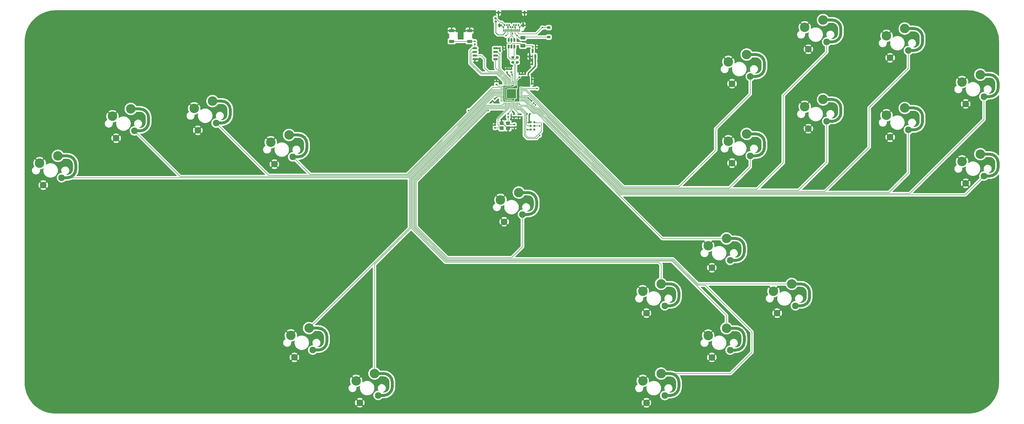
<source format=gtl>
G04 #@! TF.GenerationSoftware,KiCad,Pcbnew,(6.0.7)*
G04 #@! TF.CreationDate,2023-01-13T02:25:47-06:00*
G04 #@! TF.ProjectId,OpenRectangle,4f70656e-5265-4637-9461-6e676c652e6b,rev?*
G04 #@! TF.SameCoordinates,Original*
G04 #@! TF.FileFunction,Copper,L1,Top*
G04 #@! TF.FilePolarity,Positive*
%FSLAX46Y46*%
G04 Gerber Fmt 4.6, Leading zero omitted, Abs format (unit mm)*
G04 Created by KiCad (PCBNEW (6.0.7)) date 2023-01-13 02:25:47*
%MOMM*%
%LPD*%
G01*
G04 APERTURE LIST*
G04 Aperture macros list*
%AMRoundRect*
0 Rectangle with rounded corners*
0 $1 Rounding radius*
0 $2 $3 $4 $5 $6 $7 $8 $9 X,Y pos of 4 corners*
0 Add a 4 corners polygon primitive as box body*
4,1,4,$2,$3,$4,$5,$6,$7,$8,$9,$2,$3,0*
0 Add four circle primitives for the rounded corners*
1,1,$1+$1,$2,$3*
1,1,$1+$1,$4,$5*
1,1,$1+$1,$6,$7*
1,1,$1+$1,$8,$9*
0 Add four rect primitives between the rounded corners*
20,1,$1+$1,$2,$3,$4,$5,0*
20,1,$1+$1,$4,$5,$6,$7,0*
20,1,$1+$1,$6,$7,$8,$9,0*
20,1,$1+$1,$8,$9,$2,$3,0*%
G04 Aperture macros list end*
G04 #@! TA.AperFunction,ComponentPad*
%ADD10C,2.300000*%
G04 #@! TD*
G04 #@! TA.AperFunction,SMDPad,CuDef*
%ADD11R,1.800000X1.100000*%
G04 #@! TD*
G04 #@! TA.AperFunction,SMDPad,CuDef*
%ADD12RoundRect,0.140000X0.170000X-0.140000X0.170000X0.140000X-0.170000X0.140000X-0.170000X-0.140000X0*%
G04 #@! TD*
G04 #@! TA.AperFunction,SMDPad,CuDef*
%ADD13RoundRect,0.150000X0.150000X-0.587500X0.150000X0.587500X-0.150000X0.587500X-0.150000X-0.587500X0*%
G04 #@! TD*
G04 #@! TA.AperFunction,SMDPad,CuDef*
%ADD14RoundRect,0.140000X0.140000X0.170000X-0.140000X0.170000X-0.140000X-0.170000X0.140000X-0.170000X0*%
G04 #@! TD*
G04 #@! TA.AperFunction,SMDPad,CuDef*
%ADD15RoundRect,0.140000X-0.219203X-0.021213X-0.021213X-0.219203X0.219203X0.021213X0.021213X0.219203X0*%
G04 #@! TD*
G04 #@! TA.AperFunction,SMDPad,CuDef*
%ADD16R,1.400000X1.200000*%
G04 #@! TD*
G04 #@! TA.AperFunction,SMDPad,CuDef*
%ADD17RoundRect,0.140000X-0.021213X0.219203X-0.219203X0.021213X0.021213X-0.219203X0.219203X-0.021213X0*%
G04 #@! TD*
G04 #@! TA.AperFunction,SMDPad,CuDef*
%ADD18RoundRect,0.250000X-0.625000X0.375000X-0.625000X-0.375000X0.625000X-0.375000X0.625000X0.375000X0*%
G04 #@! TD*
G04 #@! TA.AperFunction,SMDPad,CuDef*
%ADD19RoundRect,0.225000X0.375000X-0.225000X0.375000X0.225000X-0.375000X0.225000X-0.375000X-0.225000X0*%
G04 #@! TD*
G04 #@! TA.AperFunction,SMDPad,CuDef*
%ADD20RoundRect,0.140000X-0.140000X-0.170000X0.140000X-0.170000X0.140000X0.170000X-0.140000X0.170000X0*%
G04 #@! TD*
G04 #@! TA.AperFunction,SMDPad,CuDef*
%ADD21RoundRect,0.135000X0.185000X-0.135000X0.185000X0.135000X-0.185000X0.135000X-0.185000X-0.135000X0*%
G04 #@! TD*
G04 #@! TA.AperFunction,SMDPad,CuDef*
%ADD22RoundRect,0.140000X-0.170000X0.140000X-0.170000X-0.140000X0.170000X-0.140000X0.170000X0.140000X0*%
G04 #@! TD*
G04 #@! TA.AperFunction,SMDPad,CuDef*
%ADD23RoundRect,0.200000X-0.275000X0.200000X-0.275000X-0.200000X0.275000X-0.200000X0.275000X0.200000X0*%
G04 #@! TD*
G04 #@! TA.AperFunction,SMDPad,CuDef*
%ADD24RoundRect,0.135000X-0.185000X0.135000X-0.185000X-0.135000X0.185000X-0.135000X0.185000X0.135000X0*%
G04 #@! TD*
G04 #@! TA.AperFunction,ConnectorPad*
%ADD25C,0.787400*%
G04 #@! TD*
G04 #@! TA.AperFunction,SMDPad,CuDef*
%ADD26RoundRect,0.050000X-0.387500X-0.050000X0.387500X-0.050000X0.387500X0.050000X-0.387500X0.050000X0*%
G04 #@! TD*
G04 #@! TA.AperFunction,SMDPad,CuDef*
%ADD27RoundRect,0.050000X-0.050000X-0.387500X0.050000X-0.387500X0.050000X0.387500X-0.050000X0.387500X0*%
G04 #@! TD*
G04 #@! TA.AperFunction,SMDPad,CuDef*
%ADD28RoundRect,0.144000X-1.456000X-1.456000X1.456000X-1.456000X1.456000X1.456000X-1.456000X1.456000X0*%
G04 #@! TD*
G04 #@! TA.AperFunction,ComponentPad*
%ADD29C,0.600000*%
G04 #@! TD*
G04 #@! TA.AperFunction,SMDPad,CuDef*
%ADD30RoundRect,0.135000X0.135000X0.185000X-0.135000X0.185000X-0.135000X-0.185000X0.135000X-0.185000X0*%
G04 #@! TD*
G04 #@! TA.AperFunction,SMDPad,CuDef*
%ADD31RoundRect,0.150000X-0.150000X0.512500X-0.150000X-0.512500X0.150000X-0.512500X0.150000X0.512500X0*%
G04 #@! TD*
G04 #@! TA.AperFunction,SMDPad,CuDef*
%ADD32R,0.300000X0.900000*%
G04 #@! TD*
G04 #@! TA.AperFunction,SMDPad,CuDef*
%ADD33R,0.300000X0.700000*%
G04 #@! TD*
G04 #@! TA.AperFunction,ComponentPad*
%ADD34C,0.650000*%
G04 #@! TD*
G04 #@! TA.AperFunction,ComponentPad*
%ADD35O,0.800000X1.400000*%
G04 #@! TD*
G04 #@! TA.AperFunction,SMDPad,CuDef*
%ADD36RoundRect,0.150000X-0.650000X-0.150000X0.650000X-0.150000X0.650000X0.150000X-0.650000X0.150000X0*%
G04 #@! TD*
G04 #@! TA.AperFunction,ComponentPad*
%ADD37C,3.300000*%
G04 #@! TD*
G04 #@! TA.AperFunction,ViaPad*
%ADD38C,0.600000*%
G04 #@! TD*
G04 #@! TA.AperFunction,ViaPad*
%ADD39C,0.800000*%
G04 #@! TD*
G04 #@! TA.AperFunction,Conductor*
%ADD40C,0.500000*%
G04 #@! TD*
G04 #@! TA.AperFunction,Conductor*
%ADD41C,0.200000*%
G04 #@! TD*
G04 #@! TA.AperFunction,Conductor*
%ADD42C,0.381000*%
G04 #@! TD*
G04 #@! TA.AperFunction,Conductor*
%ADD43C,0.254000*%
G04 #@! TD*
G04 #@! TA.AperFunction,Conductor*
%ADD44C,0.250000*%
G04 #@! TD*
G04 #@! TA.AperFunction,Conductor*
%ADD45C,1.000000*%
G04 #@! TD*
G04 APERTURE END LIST*
D10*
G04 #@! TO.P,SW20,1,1*
G04 #@! TO.N,B*
X281444000Y-76494000D03*
G04 #@! TO.P,SW20,2,2*
G04 #@! TO.N,GND*
X275094000Y-79034000D03*
G04 #@! TD*
G04 #@! TO.P,SW30,1,1*
G04 #@! TO.N,M2*
X152298499Y-159780001D03*
G04 #@! TO.P,SW30,2,2*
G04 #@! TO.N,GND*
X145948499Y-162320001D03*
G04 #@! TD*
D11*
G04 #@! TO.P,SW41,1,1*
G04 #@! TO.N,GND*
X184030000Y-32970000D03*
X177830000Y-32970000D03*
G04 #@! TO.P,SW41,2,2*
G04 #@! TO.N,/~{USB_BOOT}*
X184030000Y-36670000D03*
X177830000Y-36670000D03*
G04 #@! TD*
D12*
G04 #@! TO.P,C10,1*
G04 #@! TO.N,+3V3*
X193344750Y-51676018D03*
G04 #@! TO.P,C10,2*
G04 #@! TO.N,GND*
X193344750Y-50716018D03*
G04 #@! TD*
D10*
G04 #@! TO.P,SW8,1,1*
G04 #@! TO.N,DOWN*
X96088000Y-65087000D03*
G04 #@! TO.P,SW8,2,2*
G04 #@! TO.N,GND*
X89738000Y-67627000D03*
G04 #@! TD*
D13*
G04 #@! TO.P,U1,1,GND*
G04 #@! TO.N,GND*
X204920000Y-41927500D03*
G04 #@! TO.P,U1,2,VO*
G04 #@! TO.N,+3V3*
X206820000Y-41927500D03*
G04 #@! TO.P,U1,3,VI*
G04 #@! TO.N,+5V*
X205870000Y-40052500D03*
G04 #@! TD*
D14*
G04 #@! TO.P,C1,1*
G04 #@! TO.N,GND*
X206920000Y-38550000D03*
G04 #@! TO.P,C1,2*
G04 #@! TO.N,+5V*
X205960000Y-38550000D03*
G04 #@! TD*
D15*
G04 #@! TO.P,C8,1*
G04 #@! TO.N,+3V3*
X205546589Y-57476482D03*
G04 #@! TO.P,C8,2*
G04 #@! TO.N,GND*
X206225411Y-58155304D03*
G04 #@! TD*
D16*
G04 #@! TO.P,Y1,1,1*
G04 #@! TO.N,/XTAL_O*
X197394000Y-65189250D03*
G04 #@! TO.P,Y1,2,2*
G04 #@! TO.N,GND*
X195194000Y-65189250D03*
G04 #@! TO.P,Y1,3,3*
G04 #@! TO.N,XTAL_IN*
X195194000Y-66889250D03*
G04 #@! TO.P,Y1,4,4*
G04 #@! TO.N,GND*
X197394000Y-66889250D03*
G04 #@! TD*
D17*
G04 #@! TO.P,C12,1*
G04 #@! TO.N,+3V3*
X192668161Y-56698607D03*
G04 #@! TO.P,C12,2*
G04 #@! TO.N,GND*
X191989339Y-57377429D03*
G04 #@! TD*
D12*
G04 #@! TO.P,C16,1*
G04 #@! TO.N,GND*
X199567750Y-66535018D03*
G04 #@! TO.P,C16,2*
G04 #@! TO.N,/XTAL_O*
X199567750Y-65575018D03*
G04 #@! TD*
D18*
G04 #@! TO.P,F1,1*
G04 #@! TO.N,VCC*
X202550000Y-35440000D03*
G04 #@! TO.P,F1,2*
G04 #@! TO.N,+5V*
X202550000Y-38240000D03*
G04 #@! TD*
D19*
G04 #@! TO.P,D1,1,K*
G04 #@! TO.N,VCC*
X211490000Y-35220000D03*
G04 #@! TO.P,D1,2,A*
G04 #@! TO.N,+3V3*
X211490000Y-31920000D03*
G04 #@! TD*
D10*
G04 #@! TO.P,SW24,1,1*
G04 #@! TO.N,Z*
X336317000Y-67474000D03*
G04 #@! TO.P,SW24,2,2*
G04 #@! TO.N,GND*
X329967000Y-70014000D03*
G04 #@! TD*
G04 #@! TO.P,SW2,1,1*
G04 #@! TO.N,START*
X202388500Y-96866866D03*
G04 #@! TO.P,SW2,2,2*
G04 #@! TO.N,GND*
X196038500Y-99406866D03*
G04 #@! TD*
G04 #@! TO.P,SW40,1,1*
G04 #@! TO.N,C_RT*
X297102500Y-128622866D03*
G04 #@! TO.P,SW40,2,2*
G04 #@! TO.N,GND*
X290752500Y-131162866D03*
G04 #@! TD*
G04 #@! TO.P,SW6,1,1*
G04 #@! TO.N,LEFT*
X67732000Y-67813000D03*
G04 #@! TO.P,SW6,2,2*
G04 #@! TO.N,GND*
X61382000Y-70353000D03*
G04 #@! TD*
D14*
G04 #@! TO.P,C6,1*
G04 #@! TO.N,+3V3*
X206820000Y-43500000D03*
G04 #@! TO.P,C6,2*
G04 #@! TO.N,GND*
X205860000Y-43500000D03*
G04 #@! TD*
D10*
G04 #@! TO.P,SW36,1,1*
G04 #@! TO.N,C_DN*
X251758500Y-159807866D03*
G04 #@! TO.P,SW36,2,2*
G04 #@! TO.N,GND*
X245408500Y-162347866D03*
G04 #@! TD*
D20*
G04 #@! TO.P,C2,1*
G04 #@! TO.N,GND*
X205860000Y-44700000D03*
G04 #@! TO.P,C2,2*
G04 #@! TO.N,+3V3*
X206820000Y-44700000D03*
G04 #@! TD*
D10*
G04 #@! TO.P,SW37,1,1*
G04 #@! TO.N,A*
X274445500Y-144037866D03*
G04 #@! TO.P,SW37,2,2*
G04 #@! TO.N,GND*
X268095500Y-146577866D03*
G04 #@! TD*
D12*
G04 #@! TO.P,C3,1*
G04 #@! TO.N,+1V1*
X201345750Y-49136018D03*
G04 #@! TO.P,C3,2*
G04 #@! TO.N,GND*
X201345750Y-48176018D03*
G04 #@! TD*
D21*
G04 #@! TO.P,R6,1*
G04 #@! TO.N,/XTAL_O*
X197437000Y-62993250D03*
G04 #@! TO.P,R6,2*
G04 #@! TO.N,XTAL_OUT*
X197437000Y-61973250D03*
G04 #@! TD*
D22*
G04 #@! TO.P,C5,1*
G04 #@! TO.N,+1V1*
X200993000Y-62003250D03*
G04 #@! TO.P,C5,2*
G04 #@! TO.N,GND*
X200993000Y-62963250D03*
G04 #@! TD*
D20*
G04 #@! TO.P,C13,1*
G04 #@! TO.N,+3V3*
X204577000Y-49910250D03*
G04 #@! TO.P,C13,2*
G04 #@! TO.N,GND*
X205537000Y-49910250D03*
G04 #@! TD*
D10*
G04 #@! TO.P,SW4,1,1*
G04 #@! TO.N,L*
X42452000Y-84116000D03*
G04 #@! TO.P,SW4,2,2*
G04 #@! TO.N,GND*
X36102000Y-86656000D03*
G04 #@! TD*
G04 #@! TO.P,SW14,1,1*
G04 #@! TO.N,Y*
X307962000Y-36889000D03*
G04 #@! TO.P,SW14,2,2*
G04 #@! TO.N,GND*
X301612000Y-39429000D03*
G04 #@! TD*
D12*
G04 #@! TO.P,C9,1*
G04 #@! TO.N,+3V3*
X202361750Y-49136018D03*
G04 #@! TO.P,C9,2*
G04 #@! TO.N,GND*
X202361750Y-48176018D03*
G04 #@! TD*
D20*
G04 #@! TO.P,C17,1*
G04 #@! TO.N,+3V3*
X194600000Y-39090000D03*
G04 #@! TO.P,C17,2*
G04 #@! TO.N,GND*
X195560000Y-39090000D03*
G04 #@! TD*
D10*
G04 #@! TO.P,SW31,1,1*
G04 #@! TO.N,C_LT*
X251758500Y-128622866D03*
G04 #@! TO.P,SW31,2,2*
G04 #@! TO.N,GND*
X245408500Y-131162866D03*
G04 #@! TD*
D22*
G04 #@! TO.P,C15,1*
G04 #@! TO.N,GND*
X192865000Y-65829018D03*
G04 #@! TO.P,C15,2*
G04 #@! TO.N,XTAL_IN*
X192865000Y-66789018D03*
G04 #@! TD*
D10*
G04 #@! TO.P,SW15,1,1*
G04 #@! TO.N,LS*
X336317000Y-39864000D03*
G04 #@! TO.P,SW15,2,2*
G04 #@! TO.N,GND*
X329967000Y-42404000D03*
G04 #@! TD*
G04 #@! TO.P,SW21,1,1*
G04 #@! TO.N,X*
X307962000Y-64499000D03*
G04 #@! TO.P,SW21,2,2*
G04 #@! TO.N,GND*
X301612000Y-67039000D03*
G04 #@! TD*
G04 #@! TO.P,SW9,1,1*
G04 #@! TO.N,RIGHT*
X122660000Y-76850000D03*
G04 #@! TO.P,SW9,2,2*
G04 #@! TO.N,GND*
X116310000Y-79390000D03*
G04 #@! TD*
D23*
G04 #@! TO.P,R5,1*
G04 #@! TO.N,D-*
X200540000Y-42315000D03*
G04 #@! TO.P,R5,2*
G04 #@! TO.N,/D_-*
X200540000Y-43965000D03*
G04 #@! TD*
D24*
G04 #@! TO.P,R7,1*
G04 #@! TO.N,/~{USB_BOOT}*
X185860000Y-36680000D03*
G04 #@! TO.P,R7,2*
G04 #@! TO.N,CS*
X185860000Y-37700000D03*
G04 #@! TD*
D10*
G04 #@! TO.P,SW27,1,1*
G04 #@! TO.N,M1*
X129610499Y-144011001D03*
G04 #@! TO.P,SW27,2,2*
G04 #@! TO.N,GND*
X123260499Y-146551001D03*
G04 #@! TD*
G04 #@! TO.P,SW18,1,1*
G04 #@! TO.N,MS*
X362540000Y-55900000D03*
G04 #@! TO.P,SW18,2,2*
G04 #@! TO.N,GND*
X356190000Y-58440000D03*
G04 #@! TD*
D23*
G04 #@! TO.P,R4,1*
G04 #@! TO.N,D+*
X199010000Y-42315000D03*
G04 #@! TO.P,R4,2*
G04 #@! TO.N,/D_+*
X199010000Y-43965000D03*
G04 #@! TD*
D12*
G04 #@! TO.P,C7,1*
G04 #@! TO.N,+3V3*
X198580000Y-47342250D03*
G04 #@! TO.P,C7,2*
G04 #@! TO.N,GND*
X198580000Y-46382250D03*
G04 #@! TD*
D25*
G04 #@! TO.P,J2,1,VCC*
G04 #@! TO.N,+3V3*
X205215000Y-64850000D03*
G04 #@! TO.P,J2,2,SWDIO*
G04 #@! TO.N,SWD*
X206485000Y-64850000D03*
G04 #@! TO.P,J2,3,~{RST}*
G04 #@! TO.N,~{RESET}*
X205215000Y-66120000D03*
G04 #@! TO.P,J2,4,SWCLK*
G04 #@! TO.N,SWCLK*
X206485000Y-66120000D03*
G04 #@! TO.P,J2,5,GND*
G04 #@! TO.N,GND*
X205215000Y-67390000D03*
G04 #@! TO.P,J2,6,SWO*
G04 #@! TO.N,unconnected-(J2-Pad6)*
X206485000Y-67390000D03*
G04 #@! TD*
D22*
G04 #@! TO.P,C11,1*
G04 #@! TO.N,+3V3*
X199469000Y-62003250D03*
G04 #@! TO.P,C11,2*
G04 #@! TO.N,GND*
X199469000Y-62963250D03*
G04 #@! TD*
D10*
G04 #@! TO.P,SW25,1,1*
G04 #@! TO.N,UP*
X362540000Y-83510000D03*
G04 #@! TO.P,SW25,2,2*
G04 #@! TO.N,GND*
X356190000Y-86050000D03*
G04 #@! TD*
D26*
G04 #@! TO.P,U3,1,IOVDD*
G04 #@! TO.N,+3V3*
X195142500Y-52295000D03*
G04 #@! TO.P,U3,2,GPIO0*
G04 #@! TO.N,START*
X195142500Y-52695000D03*
G04 #@! TO.P,U3,3,GPIO1*
G04 #@! TO.N,unconnected-(U3-Pad3)*
X195142500Y-53095000D03*
G04 #@! TO.P,U3,4,GPIO2*
G04 #@! TO.N,RIGHT*
X195142500Y-53495000D03*
G04 #@! TO.P,U3,5,GPIO3*
G04 #@! TO.N,DOWN*
X195142500Y-53895000D03*
G04 #@! TO.P,U3,6,GPIO4*
G04 #@! TO.N,LEFT*
X195142500Y-54295000D03*
G04 #@! TO.P,U3,7,GPIO5*
G04 #@! TO.N,L*
X195142500Y-54695000D03*
G04 #@! TO.P,U3,8,GPIO6*
G04 #@! TO.N,M1*
X195142500Y-55095000D03*
G04 #@! TO.P,U3,9,GPIO7*
G04 #@! TO.N,M2*
X195142500Y-55495000D03*
G04 #@! TO.P,U3,10,IOVDD*
G04 #@! TO.N,+3V3*
X195142500Y-55895000D03*
G04 #@! TO.P,U3,11,GPIO8*
G04 #@! TO.N,unconnected-(U3-Pad11)*
X195142500Y-56295000D03*
G04 #@! TO.P,U3,12,GPIO9*
G04 #@! TO.N,unconnected-(U3-Pad12)*
X195142500Y-56695000D03*
G04 #@! TO.P,U3,13,GPIO10*
G04 #@! TO.N,unconnected-(U3-Pad13)*
X195142500Y-57095000D03*
G04 #@! TO.P,U3,14,GPIO11*
G04 #@! TO.N,unconnected-(U3-Pad14)*
X195142500Y-57495000D03*
D27*
G04 #@! TO.P,U3,15,GPIO12*
G04 #@! TO.N,C_LT*
X195980000Y-58332500D03*
G04 #@! TO.P,U3,16,GPIO13*
G04 #@! TO.N,A*
X196380000Y-58332500D03*
G04 #@! TO.P,U3,17,GPIO14*
G04 #@! TO.N,C_DN*
X196780000Y-58332500D03*
G04 #@! TO.P,U3,18,GPIO15*
G04 #@! TO.N,C_RT*
X197180000Y-58332500D03*
G04 #@! TO.P,U3,19,TESTEN*
G04 #@! TO.N,GND*
X197580000Y-58332500D03*
G04 #@! TO.P,U3,20,XTAL_IN*
G04 #@! TO.N,XTAL_IN*
X197980000Y-58332500D03*
G04 #@! TO.P,U3,21,XTAL_OUT*
G04 #@! TO.N,XTAL_OUT*
X198380000Y-58332500D03*
G04 #@! TO.P,U3,22,IOVDD*
G04 #@! TO.N,+3V3*
X198780000Y-58332500D03*
G04 #@! TO.P,U3,23,DVDD*
G04 #@! TO.N,+1V1*
X199180000Y-58332500D03*
G04 #@! TO.P,U3,24,SWCLK*
G04 #@! TO.N,SWCLK*
X199580000Y-58332500D03*
G04 #@! TO.P,U3,25,SWDIO*
G04 #@! TO.N,SWD*
X199980000Y-58332500D03*
G04 #@! TO.P,U3,26,~{RUN}*
G04 #@! TO.N,~{RESET}*
X200380000Y-58332500D03*
G04 #@! TO.P,U3,27,GPIO16*
G04 #@! TO.N,C_UP*
X200780000Y-58332500D03*
G04 #@! TO.P,U3,28,GPIO17*
G04 #@! TO.N,UP*
X201180000Y-58332500D03*
D26*
G04 #@! TO.P,U3,29,GPIO18*
G04 #@! TO.N,MS*
X202017500Y-57495000D03*
G04 #@! TO.P,U3,30,GPIO19*
G04 #@! TO.N,Z*
X202017500Y-57095000D03*
G04 #@! TO.P,U3,31,GPIO20*
G04 #@! TO.N,LS*
X202017500Y-56695000D03*
G04 #@! TO.P,U3,32,GPIO21*
G04 #@! TO.N,X*
X202017500Y-56295000D03*
G04 #@! TO.P,U3,33,IOVDD*
G04 #@! TO.N,+3V3*
X202017500Y-55895000D03*
G04 #@! TO.P,U3,34,GPIO22*
G04 #@! TO.N,Y*
X202017500Y-55495000D03*
G04 #@! TO.P,U3,35,GPIO23*
G04 #@! TO.N,unconnected-(U3-Pad35)*
X202017500Y-55095000D03*
G04 #@! TO.P,U3,36,GPIO24*
G04 #@! TO.N,unconnected-(U3-Pad36)*
X202017500Y-54695000D03*
G04 #@! TO.P,U3,37,GPIO25*
G04 #@! TO.N,unconnected-(U3-Pad37)*
X202017500Y-54295000D03*
G04 #@! TO.P,U3,38,GPIO26/ADC0*
G04 #@! TO.N,B*
X202017500Y-53895000D03*
G04 #@! TO.P,U3,39,GPIO27/ADC1*
G04 #@! TO.N,R*
X202017500Y-53495000D03*
G04 #@! TO.P,U3,40,GPIO28/ADC2*
G04 #@! TO.N,DATA*
X202017500Y-53095000D03*
G04 #@! TO.P,U3,41,GPIO29/ADC3*
G04 #@! TO.N,unconnected-(U3-Pad41)*
X202017500Y-52695000D03*
G04 #@! TO.P,U3,42,IOVDD*
G04 #@! TO.N,+3V3*
X202017500Y-52295000D03*
D27*
G04 #@! TO.P,U3,43,ADC_AVDD*
X201180000Y-51457500D03*
G04 #@! TO.P,U3,44,VREG_VIN*
X200780000Y-51457500D03*
G04 #@! TO.P,U3,45,VREG_VOUT*
G04 #@! TO.N,+1V1*
X200380000Y-51457500D03*
G04 #@! TO.P,U3,46,D-*
G04 #@! TO.N,/D_-*
X199980000Y-51457500D03*
G04 #@! TO.P,U3,47,D+*
G04 #@! TO.N,/D_+*
X199580000Y-51457500D03*
G04 #@! TO.P,U3,48,USB_VDD*
G04 #@! TO.N,+3V3*
X199180000Y-51457500D03*
G04 #@! TO.P,U3,49,IOVDD*
X198780000Y-51457500D03*
G04 #@! TO.P,U3,50,DVDD*
G04 #@! TO.N,+1V1*
X198380000Y-51457500D03*
G04 #@! TO.P,U3,51,QSPI_SD3*
G04 #@! TO.N,SD3*
X197980000Y-51457500D03*
G04 #@! TO.P,U3,52,QSPI_SCLK*
G04 #@! TO.N,QSPI_CLK*
X197580000Y-51457500D03*
G04 #@! TO.P,U3,53,QSPI_SD0*
G04 #@! TO.N,SD0*
X197180000Y-51457500D03*
G04 #@! TO.P,U3,54,QSPI_SD2*
G04 #@! TO.N,SD2*
X196780000Y-51457500D03*
G04 #@! TO.P,U3,55,QSPI_SD1*
G04 #@! TO.N,SD1*
X196380000Y-51457500D03*
G04 #@! TO.P,U3,56,QSPI_SS_N*
G04 #@! TO.N,CS*
X195980000Y-51457500D03*
D28*
G04 #@! TO.P,U3,57,GND*
G04 #@! TO.N,GND*
X198580000Y-54895000D03*
D29*
X199855000Y-56170000D03*
X199855000Y-53620000D03*
X197305000Y-54895000D03*
X197305000Y-56170000D03*
X198580000Y-53620000D03*
X199855000Y-54895000D03*
X197305000Y-53620000D03*
X198580000Y-54895000D03*
X198580000Y-56170000D03*
G04 #@! TD*
D12*
G04 #@! TO.P,C4,1*
G04 #@! TO.N,+1V1*
X197056000Y-47342250D03*
G04 #@! TO.P,C4,2*
G04 #@! TO.N,GND*
X197056000Y-46382250D03*
G04 #@! TD*
D10*
G04 #@! TO.P,SW33,1,1*
G04 #@! TO.N,C_UP*
X274445500Y-112852866D03*
G04 #@! TO.P,SW33,2,2*
G04 #@! TO.N,GND*
X268095500Y-115392866D03*
G04 #@! TD*
D30*
G04 #@! TO.P,R3,1*
G04 #@! TO.N,+3V3*
X205010000Y-61930000D03*
G04 #@! TO.P,R3,2*
G04 #@! TO.N,~{RESET}*
X203990000Y-61930000D03*
G04 #@! TD*
D31*
G04 #@! TO.P,U2,1,I/O1*
G04 #@! TO.N,DBUS+*
X199530000Y-36212500D03*
G04 #@! TO.P,U2,2,GND*
G04 #@! TO.N,GND*
X198580000Y-36212500D03*
G04 #@! TO.P,U2,3,I/O2*
G04 #@! TO.N,DBUS-*
X197630000Y-36212500D03*
G04 #@! TO.P,U2,4,I/O2*
G04 #@! TO.N,D-*
X197630000Y-38487500D03*
G04 #@! TO.P,U2,5,VBUS*
G04 #@! TO.N,+5V*
X198580000Y-38487500D03*
G04 #@! TO.P,U2,6,I/O1*
G04 #@! TO.N,D+*
X199530000Y-38487500D03*
G04 #@! TD*
D10*
G04 #@! TO.P,SW12,1,1*
G04 #@! TO.N,R*
X281444000Y-48885000D03*
G04 #@! TO.P,SW12,2,2*
G04 #@! TO.N,GND*
X275094000Y-51425000D03*
G04 #@! TD*
D20*
G04 #@! TO.P,C14,1*
G04 #@! TO.N,+3V3*
X204577000Y-51434250D03*
G04 #@! TO.P,C14,2*
G04 #@! TO.N,GND*
X205537000Y-51434250D03*
G04 #@! TD*
D32*
G04 #@! TO.P,J1,A1,GND*
G04 #@! TO.N,GND*
X201328500Y-32920000D03*
G04 #@! TO.P,J1,A2,TX1+*
G04 #@! TO.N,+3V3*
X200828500Y-32920000D03*
G04 #@! TO.P,J1,A3,TX1-*
G04 #@! TO.N,unconnected-(J1-PadA3)*
X200328500Y-32920000D03*
G04 #@! TO.P,J1,A4,VBUS*
G04 #@! TO.N,VCC*
X199828500Y-32920000D03*
G04 #@! TO.P,J1,A5,CC1*
G04 #@! TO.N,unconnected-(J1-PadA5)*
X199328500Y-32920000D03*
D33*
G04 #@! TO.P,J1,A6,D+*
G04 #@! TO.N,DBUS+*
X198828500Y-32920000D03*
G04 #@! TO.P,J1,A7,D-*
G04 #@! TO.N,DBUS-*
X198328500Y-32920000D03*
D32*
G04 #@! TO.P,J1,A8,SBU1*
G04 #@! TO.N,unconnected-(J1-PadA8)*
X197828500Y-32920000D03*
G04 #@! TO.P,J1,A9,VBUS*
G04 #@! TO.N,VCC*
X197328500Y-32920000D03*
G04 #@! TO.P,J1,A10,RX2-*
G04 #@! TO.N,unconnected-(J1-PadA10)*
X196828500Y-32920000D03*
G04 #@! TO.P,J1,A11,RX2+*
G04 #@! TO.N,DATA*
X196328500Y-32920000D03*
G04 #@! TO.P,J1,A12,GND*
G04 #@! TO.N,GND*
X195828500Y-32920000D03*
D34*
G04 #@! TO.P,J1,B1,GND*
X195778500Y-31710000D03*
G04 #@! TO.P,J1,B2,TX2+*
G04 #@! TO.N,+3V3*
X196178500Y-31010000D03*
G04 #@! TO.P,J1,B3,TX2-*
G04 #@! TO.N,unconnected-(J1-PadB3)*
X196978500Y-31010000D03*
G04 #@! TO.P,J1,B4,VBUS*
G04 #@! TO.N,VCC*
X197378500Y-31710000D03*
G04 #@! TO.P,J1,B5,CC2*
G04 #@! TO.N,unconnected-(J1-PadB5)*
X197778500Y-31010000D03*
G04 #@! TO.P,J1,B6,D+*
G04 #@! TO.N,DBUS+*
X198178500Y-31710000D03*
G04 #@! TO.P,J1,B7,D-*
G04 #@! TO.N,DBUS-*
X198978500Y-31710000D03*
G04 #@! TO.P,J1,B8,SBU2*
G04 #@! TO.N,unconnected-(J1-PadB8)*
X199378500Y-31010000D03*
G04 #@! TO.P,J1,B9,VBUS*
G04 #@! TO.N,VCC*
X199778500Y-31710000D03*
G04 #@! TO.P,J1,B10,RX1-*
G04 #@! TO.N,unconnected-(J1-PadB10)*
X200178500Y-31010000D03*
G04 #@! TO.P,J1,B11,RX1+*
G04 #@! TO.N,DATA*
X200978500Y-31010000D03*
G04 #@! TO.P,J1,B12,GND*
G04 #@! TO.N,GND*
X201378500Y-31710000D03*
D35*
G04 #@! TO.P,J1,S1,SHIELD*
X203068500Y-26720000D03*
X194088500Y-26720000D03*
X194373500Y-31110000D03*
X202633500Y-31110000D03*
G04 #@! TD*
D36*
G04 #@! TO.P,U4,1,~{CS}*
G04 #@! TO.N,CS*
X185850000Y-39085000D03*
G04 #@! TO.P,U4,2,DO(IO1)*
G04 #@! TO.N,SD1*
X185850000Y-40355000D03*
G04 #@! TO.P,U4,3,IO2*
G04 #@! TO.N,SD2*
X185850000Y-41625000D03*
G04 #@! TO.P,U4,4,GND*
G04 #@! TO.N,GND*
X185850000Y-42895000D03*
G04 #@! TO.P,U4,5,DI(IO0)*
G04 #@! TO.N,SD0*
X193050000Y-42895000D03*
G04 #@! TO.P,U4,6,CLK*
G04 #@! TO.N,QSPI_CLK*
X193050000Y-41625000D03*
G04 #@! TO.P,U4,7,IO3*
G04 #@! TO.N,SD3*
X193050000Y-40355000D03*
G04 #@! TO.P,U4,8,VCC*
G04 #@! TO.N,+3V3*
X193050000Y-39085000D03*
G04 #@! TD*
D37*
G04 #@! TO.P,SW13,1,1*
G04 #@! TO.N,GND*
X300342000Y-31809000D03*
G04 #@! TO.P,SW13,2,2*
G04 #@! TO.N,Y*
X306692000Y-29269000D03*
G04 #@! TD*
G04 #@! TO.P,SW35,1,1*
G04 #@! TO.N,GND*
X244138500Y-154727866D03*
G04 #@! TO.P,SW35,2,2*
G04 #@! TO.N,C_DN*
X250488500Y-152187866D03*
G04 #@! TD*
G04 #@! TO.P,SW19,1,1*
G04 #@! TO.N,GND*
X273824000Y-71414000D03*
G04 #@! TO.P,SW19,2,2*
G04 #@! TO.N,B*
X280174000Y-68874000D03*
G04 #@! TD*
G04 #@! TO.P,SW26,1,1*
G04 #@! TO.N,GND*
X354920000Y-78430000D03*
G04 #@! TO.P,SW26,2,2*
G04 #@! TO.N,UP*
X361270000Y-75890000D03*
G04 #@! TD*
G04 #@! TO.P,SW28,1,1*
G04 #@! TO.N,GND*
X121990499Y-138931001D03*
G04 #@! TO.P,SW28,2,2*
G04 #@! TO.N,M1*
X128340499Y-136391001D03*
G04 #@! TD*
G04 #@! TO.P,SW32,1,1*
G04 #@! TO.N,GND*
X244138500Y-123542866D03*
G04 #@! TO.P,SW32,2,2*
G04 #@! TO.N,C_LT*
X250488500Y-121002866D03*
G04 #@! TD*
G04 #@! TO.P,SW22,1,1*
G04 #@! TO.N,GND*
X300342000Y-59419000D03*
G04 #@! TO.P,SW22,2,2*
G04 #@! TO.N,X*
X306692000Y-56879000D03*
G04 #@! TD*
G04 #@! TO.P,SW34,1,1*
G04 #@! TO.N,GND*
X266825500Y-107772866D03*
G04 #@! TO.P,SW34,2,2*
G04 #@! TO.N,C_UP*
X273175500Y-105232866D03*
G04 #@! TD*
G04 #@! TO.P,SW16,1,1*
G04 #@! TO.N,GND*
X328697000Y-34784000D03*
G04 #@! TO.P,SW16,2,2*
G04 #@! TO.N,LS*
X335047000Y-32244000D03*
G04 #@! TD*
G04 #@! TO.P,SW38,1,1*
G04 #@! TO.N,GND*
X266825500Y-138957866D03*
G04 #@! TO.P,SW38,2,2*
G04 #@! TO.N,A*
X273175500Y-136417866D03*
G04 #@! TD*
G04 #@! TO.P,SW3,1,1*
G04 #@! TO.N,GND*
X34832000Y-79036000D03*
G04 #@! TO.P,SW3,2,2*
G04 #@! TO.N,L*
X41182000Y-76496000D03*
G04 #@! TD*
G04 #@! TO.P,SW5,1,1*
G04 #@! TO.N,GND*
X60112000Y-62733000D03*
G04 #@! TO.P,SW5,2,2*
G04 #@! TO.N,LEFT*
X66462000Y-60193000D03*
G04 #@! TD*
G04 #@! TO.P,SW29,1,1*
G04 #@! TO.N,GND*
X144678499Y-154700001D03*
G04 #@! TO.P,SW29,2,2*
G04 #@! TO.N,M2*
X151028499Y-152160001D03*
G04 #@! TD*
G04 #@! TO.P,SW7,1,1*
G04 #@! TO.N,GND*
X88468000Y-60007000D03*
G04 #@! TO.P,SW7,2,2*
G04 #@! TO.N,DOWN*
X94818000Y-57467000D03*
G04 #@! TD*
G04 #@! TO.P,SW11,1,1*
G04 #@! TO.N,GND*
X273824000Y-43805000D03*
G04 #@! TO.P,SW11,2,2*
G04 #@! TO.N,R*
X280174000Y-41265000D03*
G04 #@! TD*
G04 #@! TO.P,SW17,1,1*
G04 #@! TO.N,GND*
X354920000Y-50820000D03*
G04 #@! TO.P,SW17,2,2*
G04 #@! TO.N,MS*
X361270000Y-48280000D03*
G04 #@! TD*
G04 #@! TO.P,SW39,1,1*
G04 #@! TO.N,GND*
X289482500Y-123542866D03*
G04 #@! TO.P,SW39,2,2*
G04 #@! TO.N,C_RT*
X295832500Y-121002866D03*
G04 #@! TD*
G04 #@! TO.P,SW23,1,1*
G04 #@! TO.N,GND*
X328697000Y-62394000D03*
G04 #@! TO.P,SW23,2,2*
G04 #@! TO.N,Z*
X335047000Y-59854000D03*
G04 #@! TD*
G04 #@! TO.P,SW10,1,1*
G04 #@! TO.N,GND*
X115040000Y-71770000D03*
G04 #@! TO.P,SW10,2,2*
G04 #@! TO.N,RIGHT*
X121390000Y-69230000D03*
G04 #@! TD*
G04 #@! TO.P,SW1,1,1*
G04 #@! TO.N,GND*
X194768500Y-91786866D03*
G04 #@! TO.P,SW1,2,2*
G04 #@! TO.N,START*
X201118500Y-89246866D03*
G04 #@! TD*
D38*
G04 #@! TO.N,GND*
X191312750Y-58054018D03*
X197789750Y-45735018D03*
X187590000Y-42910000D03*
X196000000Y-37350000D03*
X200202750Y-63896018D03*
X192865000Y-64912018D03*
X199567750Y-67579018D03*
X204012739Y-67390000D03*
X196580000Y-39080000D03*
X202361750Y-47259018D03*
X205536750Y-48783018D03*
X207680000Y-43550000D03*
X205070000Y-44710000D03*
X193344750Y-49926018D03*
X200806000Y-45242893D03*
X206902000Y-58831893D03*
X198901000Y-45242893D03*
G04 #@! TO.N,START*
X183666089Y-60726089D03*
X190489498Y-60722557D03*
G04 #@! TO.N,DATA*
X207440000Y-53100000D03*
D39*
X193100000Y-29740000D03*
D38*
G04 #@! TO.N,VCC*
X200520000Y-34710000D03*
X196670000Y-34710000D03*
D39*
G04 #@! TO.N,+3V3*
X193000000Y-28640000D03*
D38*
X198805750Y-48275018D03*
X194620000Y-40100000D03*
X204412739Y-64870000D03*
X209260000Y-31920000D03*
X198932750Y-61102018D03*
G04 #@! TO.N,+1V1*
X201853750Y-61991018D03*
X199186750Y-56994500D03*
X199313750Y-52757250D03*
X197945000Y-48767250D03*
G04 #@! TO.N,DBUS+*
X198928000Y-34010000D03*
G04 #@! TO.N,SWCLK*
X208340500Y-66090000D03*
X208343911Y-69423911D03*
G04 #@! TD*
D40*
G04 #@! TO.N,GND*
X205860000Y-43500000D02*
X205860000Y-44700000D01*
D41*
X197580000Y-58332500D02*
X197580000Y-59489244D01*
D40*
X196570000Y-39090000D02*
X196580000Y-39080000D01*
D41*
X201328500Y-31760000D02*
X201378500Y-31710000D01*
X192865000Y-64204244D02*
X192865000Y-64912018D01*
D40*
X197056000Y-46382250D02*
X198580000Y-46382250D01*
D41*
X198580000Y-36212500D02*
X198580000Y-37110000D01*
X198370000Y-37320000D02*
X196030000Y-37320000D01*
D42*
X192865000Y-64912018D02*
X192865000Y-65829018D01*
D40*
X187575000Y-42895000D02*
X187590000Y-42910000D01*
D42*
X199567750Y-66535018D02*
X199567750Y-67579018D01*
D41*
X195828500Y-32920000D02*
X195828500Y-31760000D01*
D42*
X191989339Y-57377429D02*
X191312750Y-58054018D01*
D40*
X204920000Y-42560000D02*
X205860000Y-43500000D01*
D42*
X199567750Y-66535018D02*
X197748232Y-66535018D01*
X205537000Y-49910250D02*
X205537000Y-51434250D01*
X205536750Y-48783018D02*
X205536750Y-49910000D01*
D40*
X185850000Y-42895000D02*
X187575000Y-42895000D01*
D42*
X193344750Y-50716018D02*
X193344750Y-49926018D01*
D41*
X201328500Y-32920000D02*
X201328500Y-31760000D01*
X206902000Y-58831893D02*
X206225411Y-58155304D01*
X196030000Y-37320000D02*
X196000000Y-37350000D01*
X202361750Y-48176018D02*
X202361750Y-47259018D01*
D40*
X195560000Y-39090000D02*
X196570000Y-39090000D01*
X205860000Y-44700000D02*
X205080000Y-44700000D01*
D41*
X197580000Y-59489244D02*
X192865000Y-64204244D01*
X198580000Y-37110000D02*
X198370000Y-37320000D01*
X195828500Y-31760000D02*
X195778500Y-31710000D01*
D40*
X205080000Y-44700000D02*
X205070000Y-44710000D01*
D43*
X197147022Y-66889250D02*
X195447022Y-65189250D01*
D44*
X205215000Y-67390000D02*
X204012739Y-67390000D01*
D40*
X204920000Y-41927500D02*
X204920000Y-42560000D01*
D41*
G04 #@! TO.N,START*
X195142500Y-52695000D02*
X191979314Y-52695000D01*
X183760021Y-60632157D02*
X183666089Y-60726089D01*
X202388500Y-96866866D02*
X202388500Y-108151500D01*
X184042157Y-60632157D02*
X183760021Y-60632157D01*
X191979314Y-52695000D02*
X184042157Y-60632157D01*
X202388500Y-108151500D02*
X198640000Y-111900000D01*
D45*
X207306500Y-92246866D02*
X207306500Y-93866866D01*
X204306500Y-96866866D02*
X202388500Y-96866866D01*
D41*
X198640000Y-111900000D02*
X176342744Y-111900000D01*
X190174303Y-60722557D02*
X190489498Y-60722557D01*
X165531372Y-101088628D02*
X165531372Y-85365488D01*
X165531372Y-85365488D02*
X190174303Y-60722557D01*
D45*
X201118500Y-89246866D02*
X204306500Y-89246866D01*
D41*
X176342744Y-111900000D02*
X165531372Y-101088628D01*
D45*
X207306466Y-93866866D02*
G75*
G02*
X204306500Y-96866866I-2999966J-34D01*
G01*
X204306500Y-89246900D02*
G75*
G02*
X207306500Y-92246866I0J-3000000D01*
G01*
D41*
G04 #@! TO.N,RIGHT*
X191745000Y-53495000D02*
X195142500Y-53495000D01*
X122660000Y-76850000D02*
X128726000Y-82916000D01*
X128726000Y-82916000D02*
X162324000Y-82916000D01*
X162324000Y-82916000D02*
X191745000Y-53495000D01*
D45*
X127578000Y-72230000D02*
X127578000Y-73850000D01*
X124578000Y-76850000D02*
X122660000Y-76850000D01*
X121390000Y-69230000D02*
X124578000Y-69230000D01*
X127578000Y-73850000D02*
G75*
G02*
X124578000Y-76850000I-3000000J0D01*
G01*
X124578000Y-69230000D02*
G75*
G02*
X127578000Y-72230000I0J-3000000D01*
G01*
D41*
G04 #@! TO.N,DOWN*
X114317000Y-83316000D02*
X96088000Y-65087000D01*
D45*
X94818000Y-57467000D02*
X98006000Y-57467000D01*
X101006000Y-60467000D02*
X101006000Y-62087000D01*
D41*
X195142500Y-53895000D02*
X191910686Y-53895000D01*
X162489685Y-83316000D02*
X114317000Y-83316000D01*
D45*
X98006000Y-65087000D02*
X96088000Y-65087000D01*
D41*
X191910686Y-53895000D02*
X162489685Y-83316000D01*
D45*
X101006000Y-62087000D02*
G75*
G02*
X98006000Y-65087000I-3000000J0D01*
G01*
X98006000Y-57467000D02*
G75*
G02*
X101006000Y-60467000I0J-3000000D01*
G01*
D41*
G04 #@! TO.N,LEFT*
X162655371Y-83716000D02*
X83635000Y-83716000D01*
D45*
X66462000Y-60193000D02*
X69650000Y-60193000D01*
D41*
X83635000Y-83716000D02*
X67732000Y-67813000D01*
X195142500Y-54295000D02*
X192347042Y-54295000D01*
X192347042Y-54295000D02*
X192347042Y-54295040D01*
D45*
X72650000Y-63193000D02*
X72650000Y-64813000D01*
D41*
X192076372Y-54295000D02*
X162655371Y-83716000D01*
X192655000Y-54295000D02*
X192076372Y-54295000D01*
D45*
X69650000Y-67813000D02*
X67732000Y-67813000D01*
X69650000Y-60193000D02*
G75*
G02*
X72650000Y-63193000I0J-3000000D01*
G01*
X72650000Y-64813000D02*
G75*
G02*
X69650000Y-67813000I-3000000J0D01*
G01*
D41*
G04 #@! TO.N,L*
X193090750Y-54694520D02*
X193091230Y-54695000D01*
D45*
X44370000Y-84116000D02*
X42452000Y-84116000D01*
X41182000Y-76496000D02*
X44370000Y-76496000D01*
D41*
X193091230Y-54695000D02*
X195142500Y-54695000D01*
X192242018Y-54695040D02*
X192512727Y-54695040D01*
X42452000Y-84116000D02*
X162821058Y-84116000D01*
D45*
X47370000Y-79496000D02*
X47370000Y-81116000D01*
D41*
X192513247Y-54694520D02*
X193090750Y-54694520D01*
X192512727Y-54695040D02*
X192513247Y-54694520D01*
X162821058Y-84116000D02*
X192242018Y-54695040D01*
D45*
X44370000Y-76496000D02*
G75*
G02*
X47370000Y-79496000I0J-3000000D01*
G01*
X47370000Y-81116000D02*
G75*
G02*
X44370000Y-84116000I-3000000J0D01*
G01*
D41*
G04 #@! TO.N,M1*
X163131372Y-84371372D02*
X163131372Y-101600128D01*
D45*
X131528499Y-144011001D02*
X129610499Y-144011001D01*
D41*
X163131372Y-84371372D02*
X192407744Y-55095000D01*
D45*
X128340499Y-136391001D02*
X131528499Y-136391001D01*
D41*
X163131372Y-101600128D02*
X128340499Y-136391001D01*
X195142500Y-55095000D02*
X192407744Y-55095000D01*
D45*
X134528499Y-139391001D02*
X134528499Y-141011001D01*
X134528501Y-141011001D02*
G75*
G02*
X131528499Y-144011001I-3000001J1D01*
G01*
X131528499Y-136391001D02*
G75*
G02*
X134528499Y-139391001I1J-2999999D01*
G01*
D41*
G04 #@! TO.N,M2*
X163531372Y-101765814D02*
X163531372Y-84537058D01*
X192983248Y-55494520D02*
X192983728Y-55495000D01*
D45*
X157216499Y-155160001D02*
X157216499Y-156780001D01*
X151028499Y-152160001D02*
X154216499Y-152160001D01*
X154216499Y-159780001D02*
X152298499Y-159780001D01*
D41*
X151028499Y-114268687D02*
X163531372Y-101765814D01*
X192983728Y-55495000D02*
X195142500Y-55495000D01*
X163531372Y-84537058D02*
X192573910Y-55494520D01*
X192573910Y-55494520D02*
X192983248Y-55494520D01*
X151028499Y-152160001D02*
X151028499Y-114268687D01*
D45*
X154216499Y-152160001D02*
G75*
G02*
X157216499Y-155160001I1J-2999999D01*
G01*
X157216501Y-156780001D02*
G75*
G02*
X154216499Y-159780001I-3000001J1D01*
G01*
D41*
G04 #@! TO.N,C_UP*
X273175500Y-105232866D02*
X250924858Y-105232866D01*
X200780000Y-58332500D02*
X200780000Y-58970000D01*
D45*
X273175500Y-105232866D02*
X276363500Y-105232866D01*
D41*
X206191574Y-61812563D02*
X207504554Y-61812563D01*
X203703029Y-59324018D02*
X206191574Y-61812563D01*
X207504554Y-61812563D02*
X210730996Y-65039004D01*
X250924858Y-105232866D02*
X210730996Y-65039004D01*
X201134018Y-59324018D02*
X203703029Y-59324018D01*
X200780000Y-58970000D02*
X201134018Y-59324018D01*
D45*
X276363500Y-112852866D02*
X274445500Y-112852866D01*
X279363500Y-108232866D02*
X279363500Y-109852866D01*
X279363466Y-109852866D02*
G75*
G02*
X276363500Y-112852866I-2999966J-34D01*
G01*
X276363500Y-105232900D02*
G75*
G02*
X279363500Y-108232866I0J-3000000D01*
G01*
D41*
G04 #@! TO.N,C_LT*
X163931372Y-101751372D02*
X175680000Y-113500000D01*
D45*
X256676500Y-124002866D02*
X256676500Y-125622866D01*
X250488500Y-121002866D02*
X253676500Y-121002866D01*
D41*
X249691948Y-113500000D02*
X250488500Y-114296552D01*
X189710098Y-58924018D02*
X163931372Y-84702744D01*
X163931372Y-84702744D02*
X163931372Y-101751372D01*
X195980000Y-58332500D02*
X195388482Y-58924018D01*
D45*
X253676500Y-128622866D02*
X251758500Y-128622866D01*
D41*
X175680000Y-113500000D02*
X249691948Y-113500000D01*
X195388482Y-58924018D02*
X189710098Y-58924018D01*
X250488500Y-114296552D02*
X250488500Y-121002866D01*
D45*
X256676466Y-125622866D02*
G75*
G02*
X253676500Y-128622866I-2999966J-34D01*
G01*
X253676500Y-121002900D02*
G75*
G02*
X256676500Y-124002866I0J-3000000D01*
G01*
D41*
G04 #@! TO.N,A*
X164331372Y-84868430D02*
X189875784Y-59324018D01*
X196011750Y-59324018D02*
X194114018Y-59324018D01*
X254300268Y-113100000D02*
X273175500Y-131975232D01*
X175845686Y-113100000D02*
X254300268Y-113100000D01*
X194114018Y-59324018D02*
X189875784Y-59324018D01*
X164331372Y-101585686D02*
X175845686Y-113100000D01*
D45*
X279363500Y-139417866D02*
X279363500Y-141037866D01*
X276363500Y-144037866D02*
X274445500Y-144037866D01*
D41*
X164331372Y-84868430D02*
X164331372Y-101585686D01*
X196011750Y-59324018D02*
X193969618Y-59324018D01*
X196380000Y-58332500D02*
X196380000Y-58955768D01*
X194114018Y-59324018D02*
X193969618Y-59324018D01*
D45*
X273175500Y-136417866D02*
X276363500Y-136417866D01*
D41*
X196380000Y-58955768D02*
X196011750Y-59324018D01*
X273175500Y-131975232D02*
X273175500Y-136417866D01*
D45*
X276363500Y-136417900D02*
G75*
G02*
X279363500Y-139417866I0J-3000000D01*
G01*
X279363466Y-141037866D02*
G75*
G02*
X276363500Y-144037866I-2999966J-34D01*
G01*
D41*
G04 #@! TO.N,C_DN*
X282000000Y-137660000D02*
X265780000Y-121440000D01*
X250488500Y-152187866D02*
X274622134Y-152187866D01*
D45*
X250488500Y-152187866D02*
X253676500Y-152187866D01*
D41*
X274622134Y-152187866D02*
X282000000Y-144810000D01*
X263205954Y-121440000D02*
X254465954Y-112700000D01*
X254465954Y-112700000D02*
X176011372Y-112700000D01*
X282000000Y-144810000D02*
X282000000Y-137660000D01*
X196780000Y-59120774D02*
X196177237Y-59723537D01*
D45*
X253676500Y-159807866D02*
X251758500Y-159807866D01*
D41*
X176011372Y-112700000D02*
X164731372Y-101420000D01*
X196780000Y-58332500D02*
X196780000Y-59120774D01*
X164731372Y-101420000D02*
X164731372Y-85034116D01*
X164731372Y-85034116D02*
X190041951Y-59723537D01*
X265780000Y-121440000D02*
X263205954Y-121440000D01*
D45*
X256676500Y-155187866D02*
X256676500Y-156807866D01*
D41*
X190041951Y-59723537D02*
X196177237Y-59723537D01*
D45*
X256676466Y-156807866D02*
G75*
G02*
X253676500Y-159807866I-2999966J-34D01*
G01*
X253676500Y-152187900D02*
G75*
G02*
X256676500Y-155187866I0J-3000000D01*
G01*
D41*
G04 #@! TO.N,C_RT*
X190208117Y-60123057D02*
X196342723Y-60123057D01*
X176177058Y-112300000D02*
X165131372Y-101254314D01*
X165131372Y-85199802D02*
X190208117Y-60123057D01*
D45*
X302020500Y-124002866D02*
X302020500Y-125622866D01*
D41*
X295832500Y-121002866D02*
X263334506Y-121002866D01*
X196342723Y-60123057D02*
X197180000Y-59285780D01*
D45*
X299020500Y-128622866D02*
X297102500Y-128622866D01*
D41*
X254631640Y-112300000D02*
X176177058Y-112300000D01*
X263334506Y-121002866D02*
X254631640Y-112300000D01*
X197180000Y-59285780D02*
X197180000Y-58332500D01*
X165131372Y-101254314D02*
X165131372Y-85199802D01*
D45*
X295832500Y-121002866D02*
X299020500Y-121002866D01*
X302020466Y-125622866D02*
G75*
G02*
X299020500Y-128622866I-2999966J-34D01*
G01*
X299020500Y-121002900D02*
G75*
G02*
X302020500Y-124002866I0J-3000000D01*
G01*
D41*
G04 #@! TO.N,UP*
X236307681Y-90050000D02*
X356000000Y-90050000D01*
D45*
X367458000Y-78890000D02*
X367458000Y-80510000D01*
D41*
X356000000Y-90050000D02*
X362540000Y-83510000D01*
X203868712Y-58924018D02*
X201771518Y-58924018D01*
D45*
X364458000Y-83510000D02*
X362540000Y-83510000D01*
D41*
X207670240Y-61412563D02*
X206357259Y-61412563D01*
X206357259Y-61412563D02*
X203868712Y-58924018D01*
X212468839Y-66211161D02*
X236307681Y-90050000D01*
X201771518Y-58924018D02*
X201180000Y-58332500D01*
D45*
X361270000Y-75890000D02*
X364458000Y-75890000D01*
D41*
X212468839Y-66211161D02*
X207670240Y-61412563D01*
D45*
X367458000Y-80510000D02*
G75*
G02*
X364458000Y-83510000I-3000000J0D01*
G01*
X364458000Y-75890000D02*
G75*
G02*
X367458000Y-78890000I0J-3000000D01*
G01*
D41*
G04 #@! TO.N,MS*
X362540000Y-55900000D02*
X362540000Y-63820000D01*
D45*
X361270000Y-48280000D02*
X364458000Y-48280000D01*
X364458000Y-55900000D02*
X362540000Y-55900000D01*
D41*
X206522944Y-61012563D02*
X203005379Y-57495000D01*
X203005379Y-57495000D02*
X202017500Y-57495000D01*
D45*
X367458000Y-51280000D02*
X367458000Y-52900000D01*
D41*
X236473367Y-89650000D02*
X207835926Y-61012563D01*
X207835926Y-61012563D02*
X206522944Y-61012563D01*
X336710000Y-89650000D02*
X236473367Y-89650000D01*
X362540000Y-63820000D02*
X336710000Y-89650000D01*
D45*
X367458000Y-52900000D02*
G75*
G02*
X364458000Y-55900000I-3000000J0D01*
G01*
X364458000Y-48280000D02*
G75*
G02*
X367458000Y-51280000I0J-3000000D01*
G01*
D41*
G04 #@! TO.N,Z*
X336317000Y-82433000D02*
X336317000Y-67474000D01*
X211929525Y-64540475D02*
X236639052Y-89250000D01*
X203171065Y-57095000D02*
X202017500Y-57095000D01*
D45*
X338235000Y-67474000D02*
X336317000Y-67474000D01*
D41*
X208001612Y-60612563D02*
X206688630Y-60612563D01*
D45*
X335047000Y-59854000D02*
X338235000Y-59854000D01*
D41*
X211929525Y-64540475D02*
X208001612Y-60612563D01*
X329500000Y-89250000D02*
X336317000Y-82433000D01*
X236639052Y-89250000D02*
X329500000Y-89250000D01*
X206688630Y-60612563D02*
X203171065Y-57095000D01*
D45*
X341235000Y-62854000D02*
X341235000Y-64474000D01*
X341235000Y-64474000D02*
G75*
G02*
X338235000Y-67474000I-3000000J0D01*
G01*
X338235000Y-59854000D02*
G75*
G02*
X341235000Y-62854000I0J-3000000D01*
G01*
D41*
G04 #@! TO.N,LS*
X307370000Y-88850000D02*
X322700000Y-73520000D01*
X203336751Y-56695000D02*
X202965000Y-56695000D01*
X202017500Y-56695000D02*
X203104726Y-56695000D01*
D45*
X335047000Y-32244000D02*
X338235000Y-32244000D01*
D41*
X322700000Y-59710000D02*
X336317000Y-46093000D01*
X212552368Y-64597632D02*
X236804737Y-88850000D01*
X336317000Y-46093000D02*
X336317000Y-39864000D01*
D45*
X338235000Y-39864000D02*
X336317000Y-39864000D01*
X341235000Y-35244000D02*
X341235000Y-36864000D01*
D41*
X212552368Y-64597632D02*
X208167298Y-60212563D01*
X208167298Y-60212563D02*
X206854316Y-60212563D01*
X206854316Y-60212563D02*
X203336751Y-56695000D01*
X322700000Y-73520000D02*
X322700000Y-59710000D01*
X236804737Y-88850000D02*
X307370000Y-88850000D01*
X202965000Y-56695000D02*
X203104726Y-56695000D01*
X202017500Y-56695000D02*
X202965000Y-56695000D01*
D45*
X341235000Y-36864000D02*
G75*
G02*
X338235000Y-39864000I-3000000J0D01*
G01*
X338235000Y-32244000D02*
G75*
G02*
X341235000Y-35244000I0J-3000000D01*
G01*
G04 #@! TO.N,X*
X306692000Y-56879000D02*
X309880000Y-56879000D01*
D41*
X208332984Y-59812563D02*
X212450211Y-63929789D01*
X203502437Y-56295000D02*
X207020000Y-59812563D01*
X207020000Y-59812563D02*
X208332984Y-59812563D01*
D45*
X312880000Y-59879000D02*
X312880000Y-61499000D01*
D41*
X202017500Y-56295000D02*
X203502437Y-56295000D01*
X298220000Y-88450000D02*
X307962000Y-78708000D01*
X212450211Y-63929789D02*
X236970422Y-88450000D01*
D45*
X309880000Y-64499000D02*
X307962000Y-64499000D01*
D41*
X236970422Y-88450000D02*
X298220000Y-88450000D01*
X307962000Y-78708000D02*
X307962000Y-64499000D01*
D45*
X309880000Y-56879000D02*
G75*
G02*
X312880000Y-59879000I0J-3000000D01*
G01*
X312880000Y-61499000D02*
G75*
G02*
X309880000Y-64499000I-3000000J0D01*
G01*
D41*
G04 #@! TO.N,Y*
X307962000Y-40408000D02*
X307962000Y-36889000D01*
X292890000Y-78910000D02*
X292890000Y-55480000D01*
D45*
X306692000Y-29269000D02*
X309880000Y-29269000D01*
D41*
X283750000Y-88050000D02*
X292890000Y-78910000D01*
X292890000Y-55480000D02*
X307962000Y-40408000D01*
D45*
X309880000Y-36889000D02*
X307962000Y-36889000D01*
D41*
X204581107Y-55495000D02*
X237136107Y-88050000D01*
D45*
X312880000Y-32269000D02*
X312880000Y-33889000D01*
D41*
X237136107Y-88050000D02*
X283750000Y-88050000D01*
X202017500Y-55495000D02*
X204581107Y-55495000D01*
D45*
X312880000Y-33889000D02*
G75*
G02*
X309880000Y-36889000I-3000000J0D01*
G01*
X309880000Y-29269000D02*
G75*
G02*
X312880000Y-32269000I0J-3000000D01*
G01*
D41*
G04 #@! TO.N,B*
X281444000Y-80316000D02*
X281444000Y-76494000D01*
X237301793Y-87650000D02*
X274110000Y-87650000D01*
D45*
X280174000Y-68874000D02*
X283362000Y-68874000D01*
D41*
X274110000Y-87650000D02*
X281444000Y-80316000D01*
X203546793Y-53895000D02*
X213690896Y-64039104D01*
D45*
X283362000Y-76494000D02*
X281444000Y-76494000D01*
D41*
X202017500Y-53895000D02*
X203546793Y-53895000D01*
D45*
X286362000Y-71874000D02*
X286362000Y-73494000D01*
D41*
X213690896Y-64039104D02*
X213170897Y-63519103D01*
X213170897Y-63519103D02*
X213315897Y-63664103D01*
X213690896Y-64039104D02*
X237301793Y-87650000D01*
D45*
X283362000Y-68874000D02*
G75*
G02*
X286362000Y-71874000I0J-3000000D01*
G01*
X286362000Y-73494000D02*
G75*
G02*
X283362000Y-76494000I-3000000J0D01*
G01*
D41*
G04 #@! TO.N,R*
X237467479Y-87250000D02*
X203712479Y-53495000D01*
X203712479Y-53495000D02*
X202017500Y-53495000D01*
X269450000Y-74530000D02*
X256730000Y-87250000D01*
X269450000Y-66990000D02*
X269450000Y-74530000D01*
X281444000Y-48885000D02*
X281444000Y-54996000D01*
D45*
X283362000Y-48885000D02*
X281444000Y-48885000D01*
X280174000Y-41265000D02*
X283362000Y-41265000D01*
X286362000Y-44265000D02*
X286362000Y-45885000D01*
D41*
X256730000Y-87250000D02*
X237467479Y-87250000D01*
X281444000Y-54996000D02*
X269450000Y-66990000D01*
D45*
X283362000Y-41265000D02*
G75*
G02*
X286362000Y-44265000I0J-3000000D01*
G01*
X286362000Y-45885000D02*
G75*
G02*
X283362000Y-48885000I-3000000J0D01*
G01*
D44*
G04 #@! TO.N,DATA*
X195540000Y-34420000D02*
X193840000Y-34420000D01*
D41*
X202017500Y-53095000D02*
X207435000Y-53095000D01*
D44*
X196328500Y-33631500D02*
X195540000Y-34420000D01*
D41*
X207440000Y-53100000D02*
X207435000Y-53095000D01*
D44*
X193840000Y-34420000D02*
X193100000Y-33680000D01*
X193100000Y-33680000D02*
X193100000Y-29740000D01*
X196328500Y-32920000D02*
X196328500Y-33631500D01*
D41*
G04 #@! TO.N,D-*
X198500000Y-43060000D02*
X197600000Y-42160000D01*
X199670000Y-43060000D02*
X198500000Y-43060000D01*
X197600000Y-42160000D02*
X197600000Y-38517500D01*
X200540000Y-42315000D02*
X200415000Y-42315000D01*
X197600000Y-38517500D02*
X197630000Y-38487500D01*
X200415000Y-42315000D02*
X199670000Y-43060000D01*
G04 #@! TO.N,D+*
X199500000Y-38517500D02*
X199500000Y-41825000D01*
X199500000Y-41825000D02*
X199010000Y-42315000D01*
G04 #@! TO.N,+5V*
X205960000Y-39962500D02*
X205870000Y-40052500D01*
X198580000Y-38020000D02*
X199150000Y-37450000D01*
X205650000Y-38240000D02*
X205960000Y-38550000D01*
X199150000Y-37450000D02*
X201760000Y-37450000D01*
X202550000Y-38240000D02*
X205650000Y-38240000D01*
X205960000Y-38550000D02*
X205960000Y-39962500D01*
X201760000Y-37450000D02*
X202550000Y-38240000D01*
G04 #@! TO.N,VCC*
X199828500Y-32920000D02*
X199828500Y-34018500D01*
D44*
X199828500Y-32920000D02*
X199828500Y-31760000D01*
D41*
X197328500Y-32920000D02*
X197328500Y-34051500D01*
D44*
X197328500Y-32920000D02*
X197328500Y-31760000D01*
X197328500Y-31760000D02*
X197378500Y-31710000D01*
D41*
X202770000Y-35220000D02*
X202550000Y-35440000D01*
X199828500Y-34018500D02*
X200520000Y-34710000D01*
D44*
X199828500Y-31760000D02*
X199778500Y-31710000D01*
D41*
X197328500Y-34051500D02*
X196670000Y-34710000D01*
X200520000Y-34710000D02*
X201250000Y-35440000D01*
X201250000Y-35440000D02*
X202550000Y-35440000D01*
X211490000Y-35220000D02*
X202770000Y-35220000D01*
G04 #@! TO.N,+3V3*
X198780000Y-50726250D02*
X198780000Y-51457500D01*
X201130000Y-34100000D02*
X207080000Y-34100000D01*
X207080000Y-34100000D02*
X209260000Y-31920000D01*
D40*
X202361750Y-49136018D02*
X204407250Y-49136018D01*
D41*
X202017500Y-52295000D02*
X203421250Y-52295000D01*
X203421250Y-52295000D02*
X204282000Y-51434250D01*
D40*
X194600000Y-40080000D02*
X194620000Y-40100000D01*
X204760000Y-62180000D02*
X205010000Y-61930000D01*
D41*
X199180000Y-51457500D02*
X199180000Y-50764250D01*
X198805750Y-48275018D02*
X198958150Y-48427418D01*
D40*
X204760000Y-64395000D02*
X204760000Y-62180000D01*
D41*
X198958150Y-48427418D02*
X198958150Y-50542400D01*
X209260000Y-31920000D02*
X211490000Y-31920000D01*
X199180000Y-50764250D02*
X198961000Y-50545250D01*
X201180000Y-51457500D02*
X201180000Y-52256250D01*
X193963732Y-52295000D02*
X193344750Y-51676018D01*
X200780000Y-51983250D02*
X200780000Y-51457500D01*
X198932750Y-61102018D02*
X198780000Y-60949268D01*
D42*
X193300268Y-56094500D02*
X192709750Y-56685018D01*
D41*
X195897250Y-55895000D02*
X195913000Y-55879250D01*
D42*
X193344750Y-56094500D02*
X193300268Y-56094500D01*
X204282000Y-51434250D02*
X204577000Y-51434250D01*
D40*
X204412739Y-64870000D02*
X205195000Y-64870000D01*
D41*
X198780000Y-52313268D02*
X198805750Y-52339018D01*
X195142500Y-55895000D02*
X195897250Y-55895000D01*
X198805750Y-48275018D02*
X198805750Y-47863000D01*
X198805750Y-47863000D02*
X198580000Y-47637250D01*
X198958150Y-50542400D02*
X198961000Y-50545250D01*
X198780000Y-60949268D02*
X198780000Y-58332500D01*
X202017500Y-55895000D02*
X201145000Y-55895000D01*
X201180000Y-50317768D02*
X202361750Y-49136018D01*
X198961000Y-50545250D02*
X198780000Y-50726250D01*
X200780000Y-51457500D02*
X201180000Y-51057500D01*
X198780000Y-58332500D02*
X198780000Y-57603250D01*
D40*
X194600000Y-39090000D02*
X193055000Y-39090000D01*
D41*
X198780000Y-51457500D02*
X198780000Y-52313268D01*
X200828500Y-32920000D02*
X200828500Y-33798500D01*
X193344750Y-56094500D02*
X193544250Y-55895000D01*
D42*
X204219125Y-56149018D02*
X205546589Y-57476482D01*
D41*
X201148250Y-52295000D02*
X201120000Y-52323250D01*
D42*
X204577000Y-49910250D02*
X204577000Y-51434250D01*
D41*
X195142500Y-52295000D02*
X196309768Y-52295000D01*
X200828500Y-33798500D02*
X201130000Y-34100000D01*
D40*
X204407250Y-49136018D02*
X204407250Y-47782750D01*
D41*
X201180000Y-51457500D02*
X201180000Y-50317768D01*
D40*
X206820000Y-45370000D02*
X206820000Y-44700000D01*
D41*
X196178500Y-31010000D02*
X195168500Y-30000000D01*
X193544250Y-55895000D02*
X195142500Y-55895000D01*
X195168500Y-30000000D02*
X194360000Y-30000000D01*
D40*
X205215000Y-64850000D02*
X204760000Y-64395000D01*
X198932750Y-61102018D02*
X199469000Y-61638268D01*
D41*
X203965107Y-55895000D02*
X204219125Y-56149018D01*
X194360000Y-30000000D02*
X193000000Y-28640000D01*
X202017500Y-55895000D02*
X203965107Y-55895000D01*
D40*
X206820000Y-44700000D02*
X206820000Y-41927500D01*
X193055000Y-39090000D02*
X193050000Y-39085000D01*
D41*
X199180000Y-51457500D02*
X199180000Y-52051250D01*
D40*
X199469000Y-61638268D02*
X199469000Y-62003250D01*
X194600000Y-39090000D02*
X194600000Y-40080000D01*
D41*
X195142500Y-52295000D02*
X193963732Y-52295000D01*
X201180000Y-52256250D02*
X201247000Y-52323250D01*
X202017500Y-52295000D02*
X201148250Y-52295000D01*
X196309768Y-52295000D02*
X196392750Y-52212018D01*
X201120000Y-52323250D02*
X200780000Y-51983250D01*
D40*
X204407250Y-47782750D02*
X206820000Y-45370000D01*
D41*
G04 #@! TO.N,+1V1*
X197945000Y-48767250D02*
X198380000Y-49202250D01*
X200380000Y-50101768D02*
X201345750Y-49136018D01*
X200993000Y-61708250D02*
X199180000Y-59895250D01*
X199180000Y-59895250D02*
X199180000Y-58332500D01*
X198380000Y-49202250D02*
X198380000Y-51457500D01*
D40*
X201853750Y-61991018D02*
X201841518Y-62003250D01*
D42*
X197945000Y-48767250D02*
X197056000Y-47878250D01*
D40*
X201841518Y-62003250D02*
X200993000Y-62003250D01*
D42*
X197056000Y-47878250D02*
X197056000Y-47637250D01*
D41*
X200380000Y-52301250D02*
X200231000Y-52450250D01*
X200380000Y-51457500D02*
X200380000Y-50101768D01*
X200380000Y-51457500D02*
X200380000Y-52301250D01*
G04 #@! TO.N,XTAL_IN*
X192865000Y-66789018D02*
X195093768Y-66789018D01*
X193881000Y-65658250D02*
X195112000Y-66889250D01*
X197980000Y-58332500D02*
X197980000Y-59654250D01*
X197980000Y-59654250D02*
X193881000Y-63753250D01*
X193881000Y-63753250D02*
X193881000Y-65658250D01*
G04 #@! TO.N,/XTAL_O*
X199567750Y-65575018D02*
X197779768Y-65575018D01*
X197437000Y-65146250D02*
X197437000Y-62993250D01*
G04 #@! TO.N,DBUS-*
X198328500Y-32920000D02*
X198328500Y-32471500D01*
X197630000Y-35630000D02*
X198328500Y-34931500D01*
X198328500Y-34931500D02*
X198328500Y-32920000D01*
X197630000Y-36212500D02*
X197630000Y-35630000D01*
X198978500Y-31821500D02*
X198978500Y-31710000D01*
X198328500Y-32471500D02*
X198978500Y-31821500D01*
G04 #@! TO.N,DBUS+*
X199530000Y-35660000D02*
X198828500Y-34958500D01*
X198828500Y-34958500D02*
X198828500Y-32920000D01*
X199530000Y-36212500D02*
X199530000Y-35660000D01*
G04 #@! TO.N,~{RESET}*
X201873538Y-59723538D02*
X200799264Y-59723538D01*
X200380000Y-59304274D02*
X200380000Y-58332500D01*
X200799264Y-59723538D02*
X200380000Y-59304274D01*
X202033538Y-59723538D02*
X203813239Y-61503239D01*
X201873538Y-59723538D02*
X202033538Y-59723538D01*
X203813239Y-61503239D02*
X203813239Y-65680000D01*
X204253239Y-66120000D02*
X205215000Y-66120000D01*
X203813239Y-65680000D02*
X204253239Y-66120000D01*
G04 #@! TO.N,SWD*
X200633778Y-60123058D02*
X201820796Y-60123058D01*
X201820796Y-60123058D02*
X203413239Y-61715501D01*
X206460000Y-64980000D02*
X208860000Y-64980000D01*
X204320000Y-70110000D02*
X206810000Y-70110000D01*
X208940000Y-67980000D02*
X208940000Y-65060000D01*
X206810000Y-70110000D02*
X208940000Y-67980000D01*
X199980000Y-59469280D02*
X200633778Y-60123058D01*
X208940000Y-65060000D02*
X208860000Y-64980000D01*
X203413239Y-69203239D02*
X204320000Y-70110000D01*
X199980000Y-58332500D02*
X199980000Y-59469280D01*
X203413239Y-61715501D02*
X203413239Y-69203239D01*
G04 #@! TO.N,SWCLK*
X208343911Y-69423911D02*
X207257822Y-70510000D01*
X200468292Y-60522578D02*
X199580000Y-59634286D01*
X203013719Y-61880987D02*
X201655310Y-60522578D01*
X206485000Y-66120000D02*
X208310500Y-66120000D01*
X203013719Y-69369405D02*
X203013719Y-61880987D01*
X199580000Y-59634286D02*
X199580000Y-58332500D01*
X207257822Y-70510000D02*
X204154314Y-70510000D01*
X204154314Y-70510000D02*
X203013719Y-69369405D01*
X208310500Y-66120000D02*
X208340500Y-66090000D01*
X201655310Y-60522578D02*
X200468292Y-60522578D01*
G04 #@! TO.N,/D_+*
X199580000Y-44651893D02*
X199028000Y-44099893D01*
X199580000Y-51457500D02*
X199580000Y-44651893D01*
X199028000Y-44099893D02*
X199028000Y-43908893D01*
G04 #@! TO.N,/D_-*
X199980000Y-44607893D02*
X200679000Y-43908893D01*
X199980000Y-51457500D02*
X199980000Y-44607893D01*
G04 #@! TO.N,XTAL_OUT*
X197437000Y-61658250D02*
X198380000Y-60715250D01*
X197437000Y-61973250D02*
X197437000Y-61658250D01*
X198380000Y-60715250D02*
X198380000Y-58332500D01*
G04 #@! TO.N,/~{USB_BOOT}*
X185860000Y-36680000D02*
X184040000Y-36680000D01*
X184040000Y-36680000D02*
X184030000Y-36670000D01*
X184030000Y-36670000D02*
X177830000Y-36670000D01*
G04 #@! TO.N,CS*
X185035000Y-39085000D02*
X185850000Y-39085000D01*
X193514800Y-48095098D02*
X191064904Y-48095096D01*
X187939411Y-48095096D02*
X184140000Y-44295685D01*
X185850000Y-39085000D02*
X185850000Y-37710000D01*
X195980000Y-51457500D02*
X195980000Y-50560298D01*
X184140000Y-39980000D02*
X185035000Y-39085000D01*
X185850000Y-37710000D02*
X185860000Y-37700000D01*
X187939411Y-48095096D02*
X191064904Y-48095096D01*
X195980000Y-50560298D02*
X193514800Y-48095098D01*
X184140000Y-44295685D02*
X184140000Y-39980000D01*
G04 #@! TO.N,SD3*
X193635000Y-40355000D02*
X194550000Y-41270000D01*
X193050000Y-40355000D02*
X193635000Y-40355000D01*
X194550000Y-41270000D02*
X194550000Y-46305268D01*
X197980000Y-49735268D02*
X197980000Y-51457500D01*
X194550000Y-46305268D02*
X197980000Y-49735268D01*
G04 #@! TO.N,QSPI_CLK*
X194150000Y-41960000D02*
X194150000Y-46470274D01*
X193815000Y-41625000D02*
X194150000Y-41960000D01*
X193050000Y-41625000D02*
X193815000Y-41625000D01*
X197580000Y-49900274D02*
X197580000Y-51457500D01*
X194150000Y-46470274D02*
X197580000Y-49900274D01*
G04 #@! TO.N,SD0*
X193050000Y-45935959D02*
X193050000Y-42895000D01*
X197180000Y-50065280D02*
X194102360Y-46987640D01*
X194101681Y-46987640D02*
X193050000Y-45935959D01*
X194102360Y-46987640D02*
X194101681Y-46987640D01*
X197180000Y-51457500D02*
X197180000Y-50065280D01*
G04 #@! TO.N,SD2*
X188170000Y-41740000D02*
X186670000Y-41740000D01*
X196780000Y-50230286D02*
X193845772Y-47296058D01*
X193845772Y-47296058D02*
X190656058Y-47296058D01*
X190656058Y-47296058D02*
X189210000Y-45850000D01*
X189210000Y-42780000D02*
X188170000Y-41740000D01*
X196780000Y-51457500D02*
X196780000Y-50230286D01*
X189210000Y-45850000D02*
X189210000Y-42780000D01*
G04 #@! TO.N,SD1*
X184540000Y-44130000D02*
X184540000Y-40920000D01*
X193680286Y-47695578D02*
X188105576Y-47695576D01*
X184540000Y-40920000D02*
X185105000Y-40355000D01*
X196380000Y-51457500D02*
X196380000Y-50395292D01*
X185105000Y-40355000D02*
X185850000Y-40355000D01*
X188105576Y-47695576D02*
X184540000Y-44130000D01*
X196380000Y-50395292D02*
X193680286Y-47695578D01*
G04 #@! TD*
G04 #@! TA.AperFunction,Conductor*
G04 #@! TO.N,+1V1*
G36*
X200479022Y-52074563D02*
G01*
X200493144Y-52094319D01*
X200494791Y-52093304D01*
X200509730Y-52117540D01*
X200514726Y-52127157D01*
X200525964Y-52153313D01*
X200529978Y-52158199D01*
X200536409Y-52164630D01*
X200547076Y-52178125D01*
X200553532Y-52188598D01*
X200555595Y-52190167D01*
X200574000Y-52237863D01*
X200574000Y-52983250D01*
X200556687Y-53030816D01*
X200512850Y-53056126D01*
X200500000Y-53057250D01*
X196974000Y-53057250D01*
X196974000Y-53081689D01*
X196956687Y-53129255D01*
X196931276Y-53148755D01*
X196929222Y-53149713D01*
X196923355Y-53152449D01*
X196837449Y-53238355D01*
X196786106Y-53348461D01*
X196779500Y-53398637D01*
X196779501Y-56391362D01*
X196786106Y-56441539D01*
X196837449Y-56551645D01*
X196923355Y-56637551D01*
X197033461Y-56688894D01*
X197083637Y-56695500D01*
X197096191Y-56695500D01*
X199500001Y-56695499D01*
X199547566Y-56712812D01*
X199572876Y-56756649D01*
X199574000Y-56769499D01*
X199574000Y-57183250D01*
X199556687Y-57230816D01*
X199512850Y-57256126D01*
X199500000Y-57257250D01*
X198848000Y-57257250D01*
X198800434Y-57239937D01*
X198775124Y-57196100D01*
X198774000Y-57183250D01*
X198774000Y-57057250D01*
X196448000Y-57057250D01*
X196400434Y-57039937D01*
X196375124Y-56996100D01*
X196374000Y-56983250D01*
X196374000Y-52731250D01*
X196391313Y-52683684D01*
X196435150Y-52658374D01*
X196448000Y-52657250D01*
X199174000Y-52657250D01*
X199174000Y-52531250D01*
X199191313Y-52483684D01*
X199235150Y-52458374D01*
X199248000Y-52457250D01*
X199574000Y-52457250D01*
X199574000Y-52169500D01*
X199591313Y-52121934D01*
X199635150Y-52096624D01*
X199648000Y-52095500D01*
X199654674Y-52095500D01*
X199658243Y-52094790D01*
X199658244Y-52094790D01*
X199720591Y-52082388D01*
X199727740Y-52080966D01*
X199733799Y-52076918D01*
X199733803Y-52076916D01*
X199738890Y-52073517D01*
X199788059Y-52061487D01*
X199821110Y-52073517D01*
X199826197Y-52076916D01*
X199826201Y-52076918D01*
X199832260Y-52080966D01*
X199839409Y-52082388D01*
X199901756Y-52094790D01*
X199901757Y-52094790D01*
X199905326Y-52095500D01*
X200054674Y-52095500D01*
X200058243Y-52094790D01*
X200058244Y-52094790D01*
X200120593Y-52082388D01*
X200120595Y-52082387D01*
X200127740Y-52080966D01*
X200144571Y-52069720D01*
X200185682Y-52057250D01*
X200431456Y-52057250D01*
X200479022Y-52074563D01*
G37*
G04 #@! TD.AperFunction*
G04 #@! TD*
G04 #@! TA.AperFunction,Conductor*
G04 #@! TO.N,GND*
G36*
X193194665Y-25928502D02*
G01*
X193241158Y-25982158D01*
X193251262Y-26052432D01*
X193246377Y-26073436D01*
X193197489Y-26223898D01*
X193194759Y-26236739D01*
X193180844Y-26369138D01*
X193180500Y-26375698D01*
X193180500Y-26447885D01*
X193184975Y-26463124D01*
X193186365Y-26464329D01*
X193194048Y-26466000D01*
X194978385Y-26466000D01*
X194993624Y-26461525D01*
X194994829Y-26460135D01*
X194996500Y-26452452D01*
X194996500Y-26375698D01*
X194996156Y-26369138D01*
X194982241Y-26236739D01*
X194979511Y-26223898D01*
X194930623Y-26073436D01*
X194928595Y-26002469D01*
X194965258Y-25941671D01*
X195028970Y-25910345D01*
X195050456Y-25908500D01*
X202106544Y-25908500D01*
X202174665Y-25928502D01*
X202221158Y-25982158D01*
X202231262Y-26052432D01*
X202226377Y-26073436D01*
X202177489Y-26223898D01*
X202174759Y-26236739D01*
X202160844Y-26369138D01*
X202160500Y-26375698D01*
X202160500Y-26447885D01*
X202164975Y-26463124D01*
X202166365Y-26464329D01*
X202174048Y-26466000D01*
X203958385Y-26466000D01*
X203973624Y-26461525D01*
X203974829Y-26460135D01*
X203976500Y-26452452D01*
X203976500Y-26375698D01*
X203976156Y-26369138D01*
X203962241Y-26236739D01*
X203959511Y-26223898D01*
X203910623Y-26073436D01*
X203908595Y-26002469D01*
X203945258Y-25941671D01*
X204008970Y-25910345D01*
X204030456Y-25908500D01*
X356960633Y-25908500D01*
X356980018Y-25910000D01*
X356994851Y-25912310D01*
X356994855Y-25912310D01*
X357003724Y-25913691D01*
X357027375Y-25910598D01*
X357047376Y-25909587D01*
X357630904Y-25926567D01*
X357638204Y-25926992D01*
X357805992Y-25941671D01*
X358253361Y-25980811D01*
X358260641Y-25981662D01*
X358871622Y-26071158D01*
X358878839Y-26072431D01*
X359483564Y-26197297D01*
X359490696Y-26198987D01*
X360087152Y-26358806D01*
X360094169Y-26360907D01*
X360233511Y-26407079D01*
X360680334Y-26555141D01*
X360687221Y-26557648D01*
X361261083Y-26785628D01*
X361267813Y-26788531D01*
X361827460Y-27049499D01*
X361834010Y-27052789D01*
X362377517Y-27345845D01*
X362383864Y-27349509D01*
X362909433Y-27673685D01*
X362915557Y-27677713D01*
X362992373Y-27731500D01*
X363421387Y-28031899D01*
X363427249Y-28036263D01*
X363544417Y-28128908D01*
X363911630Y-28419263D01*
X363917244Y-28423974D01*
X364378531Y-28834483D01*
X364383862Y-28839513D01*
X364820487Y-29276138D01*
X364825517Y-29281469D01*
X365236026Y-29742756D01*
X365240737Y-29748370D01*
X365356162Y-29894348D01*
X365605817Y-30210087D01*
X365623730Y-30232742D01*
X365628101Y-30238613D01*
X365845365Y-30548898D01*
X365982287Y-30744443D01*
X365986315Y-30750567D01*
X366310491Y-31276136D01*
X366314155Y-31282483D01*
X366607211Y-31825990D01*
X366610501Y-31832540D01*
X366723942Y-32075814D01*
X366863608Y-32375328D01*
X366871469Y-32392187D01*
X366874372Y-32398917D01*
X367102352Y-32972779D01*
X367104859Y-32979666D01*
X367228757Y-33353568D01*
X367298710Y-33564672D01*
X367299092Y-33565826D01*
X367301193Y-33572844D01*
X367321322Y-33647968D01*
X367461013Y-34169304D01*
X367462703Y-34176436D01*
X367587569Y-34781161D01*
X367588842Y-34788378D01*
X367678338Y-35399359D01*
X367679189Y-35406639D01*
X367707108Y-35725756D01*
X367732548Y-36016526D01*
X367733008Y-36021788D01*
X367733433Y-36029096D01*
X367749961Y-36597076D01*
X367750192Y-36605031D01*
X367748744Y-36628085D01*
X367747690Y-36634850D01*
X367747690Y-36634856D01*
X367746309Y-36643724D01*
X367747473Y-36652626D01*
X367747473Y-36652628D01*
X367750436Y-36675283D01*
X367751500Y-36691621D01*
X367751500Y-48622658D01*
X367731498Y-48690779D01*
X367677842Y-48737272D01*
X367607568Y-48747376D01*
X367542988Y-48717882D01*
X367528564Y-48703152D01*
X367506244Y-48676273D01*
X367423482Y-48576606D01*
X367161394Y-48314518D01*
X366876241Y-48077731D01*
X366570458Y-47868264D01*
X366463414Y-47808641D01*
X366249208Y-47689329D01*
X366249204Y-47689327D01*
X366246651Y-47687905D01*
X365907584Y-47538192D01*
X365556150Y-47420403D01*
X365553317Y-47419737D01*
X365553311Y-47419735D01*
X365344400Y-47370600D01*
X365195347Y-47335543D01*
X365192462Y-47335141D01*
X365192459Y-47335140D01*
X364891819Y-47293203D01*
X364828253Y-47284336D01*
X364825369Y-47284203D01*
X364825362Y-47284202D01*
X364510161Y-47269629D01*
X364500192Y-47268770D01*
X364489784Y-47267455D01*
X364489772Y-47267454D01*
X364486295Y-47267015D01*
X364479962Y-47266927D01*
X364461523Y-47266669D01*
X364461520Y-47266669D01*
X364458000Y-47266620D01*
X364427313Y-47269629D01*
X364414360Y-47270899D01*
X364402064Y-47271500D01*
X363255327Y-47271500D01*
X363187206Y-47251498D01*
X363143361Y-47203290D01*
X363141137Y-47198980D01*
X363120618Y-47159226D01*
X363104589Y-47136418D01*
X362953856Y-46921948D01*
X362953855Y-46921947D01*
X362951389Y-46918438D01*
X362751048Y-46702844D01*
X362728936Y-46684745D01*
X362545707Y-46534775D01*
X362523300Y-46516435D01*
X362272361Y-46362660D01*
X362253706Y-46354471D01*
X362006802Y-46246087D01*
X362006798Y-46246086D01*
X362002874Y-46244363D01*
X361719826Y-46163735D01*
X361715584Y-46163131D01*
X361715578Y-46163130D01*
X361432705Y-46122871D01*
X361428454Y-46122266D01*
X361273306Y-46121454D01*
X361138436Y-46120747D01*
X361138430Y-46120747D01*
X361134150Y-46120725D01*
X361129906Y-46121284D01*
X361129902Y-46121284D01*
X361001341Y-46138210D01*
X360842360Y-46159140D01*
X360838220Y-46160273D01*
X360838218Y-46160273D01*
X360564313Y-46235205D01*
X360558483Y-46236800D01*
X360515221Y-46255253D01*
X360291714Y-46350586D01*
X360291707Y-46350590D01*
X360287772Y-46352268D01*
X360190629Y-46410407D01*
X360038918Y-46501204D01*
X360038914Y-46501207D01*
X360035236Y-46503408D01*
X359805549Y-46687422D01*
X359802605Y-46690524D01*
X359802601Y-46690528D01*
X359605911Y-46897796D01*
X359602961Y-46900905D01*
X359431220Y-47139908D01*
X359293504Y-47400007D01*
X359268054Y-47469553D01*
X359194343Y-47670978D01*
X359192362Y-47676390D01*
X359129666Y-47963943D01*
X359129330Y-47968213D01*
X359109395Y-48221518D01*
X359106575Y-48257344D01*
X359123516Y-48551164D01*
X359124341Y-48555371D01*
X359124342Y-48555376D01*
X359148302Y-48677499D01*
X359180177Y-48839966D01*
X359181564Y-48844016D01*
X359181565Y-48844021D01*
X359267370Y-49094636D01*
X359275509Y-49118407D01*
X359289009Y-49145249D01*
X359390354Y-49346751D01*
X359407747Y-49381334D01*
X359410173Y-49384863D01*
X359410176Y-49384869D01*
X359487897Y-49497953D01*
X359574445Y-49623881D01*
X359577332Y-49627054D01*
X359577333Y-49627055D01*
X359614676Y-49668094D01*
X359772518Y-49841560D01*
X359775807Y-49844310D01*
X359995009Y-50027592D01*
X359995014Y-50027596D01*
X359998301Y-50030344D01*
X360081917Y-50082796D01*
X360243976Y-50184456D01*
X360243980Y-50184458D01*
X360247616Y-50186739D01*
X360320293Y-50219554D01*
X360511937Y-50306085D01*
X360511941Y-50306087D01*
X360515849Y-50307851D01*
X360519968Y-50309071D01*
X360793924Y-50390221D01*
X360793929Y-50390222D01*
X360798037Y-50391439D01*
X360802271Y-50392087D01*
X360802276Y-50392088D01*
X361084717Y-50435307D01*
X361084719Y-50435307D01*
X361088959Y-50435956D01*
X361238772Y-50438310D01*
X361378940Y-50440512D01*
X361378946Y-50440512D01*
X361383231Y-50440579D01*
X361675408Y-50405222D01*
X361899357Y-50346470D01*
X361955939Y-50331626D01*
X361955940Y-50331626D01*
X361960082Y-50330539D01*
X362231988Y-50217912D01*
X362442540Y-50094875D01*
X362482389Y-50071589D01*
X362482390Y-50071588D01*
X362486092Y-50069425D01*
X362717694Y-49887827D01*
X362724636Y-49880664D01*
X362919523Y-49679554D01*
X362922506Y-49676476D01*
X363096741Y-49439285D01*
X363098785Y-49435521D01*
X363098791Y-49435511D01*
X363142841Y-49354379D01*
X363192923Y-49304057D01*
X363253572Y-49288500D01*
X364394181Y-49288500D01*
X364408225Y-49289285D01*
X364443851Y-49293281D01*
X364472646Y-49290863D01*
X364491428Y-49290691D01*
X364530943Y-49293281D01*
X364709701Y-49304998D01*
X364726041Y-49307149D01*
X364845690Y-49330948D01*
X364965343Y-49354749D01*
X364981257Y-49359013D01*
X365047012Y-49381334D01*
X365212292Y-49437439D01*
X365227519Y-49443746D01*
X365446342Y-49551657D01*
X365460616Y-49559898D01*
X365663478Y-49695447D01*
X365676553Y-49705480D01*
X365859993Y-49866352D01*
X365871648Y-49878007D01*
X366032520Y-50061447D01*
X366042553Y-50074522D01*
X366178102Y-50277384D01*
X366186343Y-50291658D01*
X366294254Y-50510481D01*
X366300561Y-50525708D01*
X366378986Y-50756740D01*
X366383252Y-50772660D01*
X366430851Y-51011959D01*
X366433002Y-51028299D01*
X366446419Y-51233000D01*
X366445904Y-51255284D01*
X366444719Y-51265851D01*
X366445235Y-51271995D01*
X366449058Y-51317524D01*
X366449500Y-51328067D01*
X366449500Y-52836181D01*
X366448715Y-52850225D01*
X366444719Y-52885851D01*
X366447007Y-52913091D01*
X366447137Y-52914644D01*
X366447309Y-52933428D01*
X366445828Y-52956029D01*
X366433002Y-53151701D01*
X366430851Y-53168041D01*
X366383252Y-53407340D01*
X366378987Y-53423257D01*
X366362474Y-53471902D01*
X366300561Y-53654292D01*
X366294254Y-53669519D01*
X366186343Y-53888342D01*
X366178102Y-53902616D01*
X366042553Y-54105478D01*
X366032520Y-54118553D01*
X365871648Y-54301993D01*
X365859993Y-54313648D01*
X365676553Y-54474520D01*
X365663478Y-54484553D01*
X365460616Y-54620102D01*
X365446342Y-54628343D01*
X365227519Y-54736254D01*
X365212292Y-54742561D01*
X365149394Y-54763912D01*
X364981257Y-54820987D01*
X364965343Y-54825251D01*
X364845691Y-54849051D01*
X364726041Y-54872851D01*
X364709701Y-54875002D01*
X364505000Y-54888419D01*
X364482716Y-54887904D01*
X364478276Y-54887406D01*
X364478274Y-54887406D01*
X364472149Y-54886719D01*
X364420476Y-54891058D01*
X364409933Y-54891500D01*
X364365244Y-54891500D01*
X364297123Y-54871498D01*
X364250630Y-54817842D01*
X364240526Y-54747568D01*
X364270020Y-54682988D01*
X364313493Y-54650618D01*
X364480417Y-54575424D01*
X364480420Y-54575423D01*
X364485278Y-54573234D01*
X364680041Y-54442112D01*
X364849927Y-54280049D01*
X364990078Y-54091679D01*
X365012455Y-54047668D01*
X365094069Y-53887144D01*
X365094069Y-53887143D01*
X365096487Y-53882388D01*
X365166111Y-53658160D01*
X365183202Y-53529216D01*
X365196261Y-53430690D01*
X365196261Y-53430687D01*
X365196961Y-53425407D01*
X365188152Y-53190784D01*
X365169935Y-53103962D01*
X365141035Y-52966226D01*
X365141034Y-52966223D01*
X365139938Y-52960999D01*
X365053698Y-52742623D01*
X364931896Y-52541900D01*
X364778015Y-52364568D01*
X364707863Y-52307047D01*
X364600584Y-52219083D01*
X364600578Y-52219079D01*
X364596456Y-52215699D01*
X364591820Y-52213060D01*
X364591817Y-52213058D01*
X364397053Y-52102192D01*
X364392410Y-52099549D01*
X364171711Y-52019439D01*
X364166462Y-52018490D01*
X364166459Y-52018489D01*
X364085385Y-52003829D01*
X363940670Y-51977660D01*
X363936531Y-51977465D01*
X363936524Y-51977464D01*
X363917560Y-51976570D01*
X363917551Y-51976570D01*
X363916071Y-51976500D01*
X363751050Y-51976500D01*
X363669701Y-51983403D01*
X363581363Y-51990898D01*
X363581359Y-51990899D01*
X363576052Y-51991349D01*
X363570897Y-51992687D01*
X363570891Y-51992688D01*
X363393177Y-52038814D01*
X363348794Y-52050333D01*
X363343928Y-52052525D01*
X363343925Y-52052526D01*
X363139583Y-52144576D01*
X363139580Y-52144577D01*
X363134722Y-52146766D01*
X362939959Y-52277888D01*
X362936102Y-52281567D01*
X362936100Y-52281569D01*
X362909392Y-52307047D01*
X362770073Y-52439951D01*
X362766891Y-52444228D01*
X362766890Y-52444229D01*
X362747035Y-52470915D01*
X362629922Y-52628321D01*
X362627506Y-52633072D01*
X362627504Y-52633076D01*
X362563429Y-52759103D01*
X362523513Y-52837612D01*
X362453889Y-53061840D01*
X362453188Y-53067129D01*
X362436092Y-53196116D01*
X362423039Y-53294593D01*
X362431848Y-53529216D01*
X362432943Y-53534434D01*
X362473791Y-53729112D01*
X362480062Y-53759001D01*
X362566302Y-53977377D01*
X362569071Y-53981940D01*
X362569074Y-53981946D01*
X362608955Y-54047668D01*
X362627194Y-54116281D01*
X362605443Y-54183864D01*
X362550606Y-54228958D01*
X362511124Y-54238645D01*
X362279751Y-54256854D01*
X362274944Y-54258008D01*
X362274938Y-54258009D01*
X362167813Y-54283728D01*
X362025911Y-54317796D01*
X362021340Y-54319689D01*
X362021338Y-54319690D01*
X361789303Y-54415802D01*
X361789299Y-54415804D01*
X361784729Y-54417697D01*
X361562144Y-54554097D01*
X361363637Y-54723637D01*
X361194097Y-54922144D01*
X361057697Y-55144729D01*
X361055804Y-55149299D01*
X361055802Y-55149303D01*
X360973800Y-55347273D01*
X360957796Y-55385911D01*
X360942542Y-55449448D01*
X360898009Y-55634938D01*
X360898008Y-55634944D01*
X360896854Y-55639751D01*
X360876372Y-55900000D01*
X360896854Y-56160249D01*
X360898008Y-56165056D01*
X360898009Y-56165062D01*
X360927603Y-56288329D01*
X360957796Y-56414089D01*
X360959689Y-56418660D01*
X360959690Y-56418662D01*
X361052505Y-56642736D01*
X361057697Y-56655271D01*
X361194097Y-56877856D01*
X361363637Y-57076363D01*
X361562144Y-57245903D01*
X361784729Y-57382303D01*
X361789299Y-57384196D01*
X361789303Y-57384198D01*
X361820528Y-57397131D01*
X361853719Y-57410880D01*
X361908999Y-57455427D01*
X361931500Y-57527288D01*
X361931500Y-63515761D01*
X361911498Y-63583882D01*
X361894595Y-63604856D01*
X336494856Y-89004595D01*
X336432544Y-89038621D01*
X336405761Y-89041500D01*
X330873239Y-89041500D01*
X330805118Y-89021498D01*
X330758625Y-88967842D01*
X330748521Y-88897568D01*
X330778015Y-88832988D01*
X330784144Y-88826405D01*
X336713234Y-82897315D01*
X336725625Y-82886448D01*
X336744437Y-82872013D01*
X336750987Y-82866987D01*
X336775474Y-82835075D01*
X336775478Y-82835071D01*
X336848524Y-82739876D01*
X336909838Y-82591851D01*
X336918744Y-82524203D01*
X336925500Y-82472885D01*
X336925500Y-82472880D01*
X336930750Y-82433000D01*
X336926578Y-82401307D01*
X336925500Y-82384864D01*
X336925500Y-69101288D01*
X336945502Y-69033167D01*
X337003281Y-68984880D01*
X337036472Y-68971131D01*
X337067697Y-68958198D01*
X337067701Y-68958196D01*
X337072271Y-68956303D01*
X337294856Y-68819903D01*
X337493363Y-68650363D01*
X337599007Y-68526669D01*
X337658456Y-68487861D01*
X337694817Y-68482500D01*
X338163278Y-68482500D01*
X338179056Y-68483492D01*
X338206705Y-68486985D01*
X338226691Y-68487264D01*
X338231486Y-68487331D01*
X338231487Y-68487331D01*
X338235000Y-68487380D01*
X338243327Y-68486563D01*
X338249761Y-68486099D01*
X338438026Y-68477395D01*
X338602362Y-68469798D01*
X338602369Y-68469797D01*
X338605253Y-68469664D01*
X338732915Y-68451856D01*
X338969459Y-68418860D01*
X338969462Y-68418859D01*
X338972347Y-68418457D01*
X339176660Y-68370403D01*
X339330311Y-68334265D01*
X339330317Y-68334263D01*
X339333150Y-68333597D01*
X339684584Y-68215808D01*
X340023651Y-68066095D01*
X340052905Y-68049801D01*
X340344905Y-67887158D01*
X340347458Y-67885736D01*
X340653241Y-67676269D01*
X340938394Y-67439482D01*
X341200482Y-67177394D01*
X341437269Y-66892241D01*
X341646736Y-66586458D01*
X341694692Y-66500361D01*
X341825671Y-66265208D01*
X341825673Y-66265204D01*
X341827095Y-66262651D01*
X341976808Y-65923584D01*
X342094597Y-65572150D01*
X342097519Y-65559729D01*
X342171890Y-65243519D01*
X342179457Y-65211347D01*
X342183407Y-65183034D01*
X342213609Y-64966518D01*
X342230664Y-64844253D01*
X342231189Y-64832912D01*
X342245371Y-64526161D01*
X342246230Y-64516192D01*
X342247545Y-64505784D01*
X342247546Y-64505772D01*
X342247985Y-64502295D01*
X342248176Y-64488644D01*
X342248331Y-64477523D01*
X342248331Y-64477520D01*
X342248380Y-64474000D01*
X342244101Y-64430360D01*
X342243500Y-64418064D01*
X342243500Y-62925722D01*
X342244492Y-62909944D01*
X342247985Y-62882295D01*
X342248380Y-62854000D01*
X342247563Y-62845673D01*
X342247098Y-62839224D01*
X342246639Y-62829284D01*
X342237101Y-62622987D01*
X342230798Y-62486638D01*
X342230797Y-62486631D01*
X342230664Y-62483747D01*
X342200993Y-62271040D01*
X342179860Y-62119541D01*
X342179859Y-62119538D01*
X342179457Y-62116653D01*
X342123325Y-61877993D01*
X342095265Y-61758689D01*
X342095263Y-61758683D01*
X342094597Y-61755850D01*
X341976808Y-61404416D01*
X341827095Y-61065349D01*
X341825434Y-61062366D01*
X341648158Y-60744095D01*
X341646736Y-60741542D01*
X341437269Y-60435759D01*
X341200482Y-60150606D01*
X340938394Y-59888518D01*
X340810364Y-59782204D01*
X355213151Y-59782204D01*
X355217720Y-59788735D01*
X355430736Y-59919271D01*
X355439530Y-59923752D01*
X355671492Y-60019834D01*
X355680877Y-60022883D01*
X355925017Y-60081496D01*
X355934764Y-60083039D01*
X356185070Y-60102739D01*
X356194930Y-60102739D01*
X356445236Y-60083039D01*
X356454983Y-60081496D01*
X356699123Y-60022883D01*
X356708508Y-60019834D01*
X356940470Y-59923752D01*
X356949264Y-59919271D01*
X357160875Y-59789596D01*
X357166922Y-59780330D01*
X357160915Y-59770125D01*
X356202812Y-58812022D01*
X356188868Y-58804408D01*
X356187035Y-58804539D01*
X356180420Y-58808790D01*
X355220544Y-59768666D01*
X355213151Y-59782204D01*
X340810364Y-59782204D01*
X340653241Y-59651731D01*
X340347458Y-59442264D01*
X340324564Y-59429512D01*
X340026208Y-59263329D01*
X340026204Y-59263327D01*
X340023651Y-59261905D01*
X339684584Y-59112192D01*
X339333150Y-58994403D01*
X339330317Y-58993737D01*
X339330311Y-58993735D01*
X339140631Y-58949123D01*
X338972347Y-58909543D01*
X338969462Y-58909141D01*
X338969459Y-58909140D01*
X338730363Y-58875788D01*
X338605253Y-58858336D01*
X338602369Y-58858203D01*
X338602362Y-58858202D01*
X338287161Y-58843629D01*
X338277192Y-58842770D01*
X338266784Y-58841455D01*
X338266772Y-58841454D01*
X338263295Y-58841015D01*
X338256962Y-58840927D01*
X338238523Y-58840669D01*
X338238520Y-58840669D01*
X338235000Y-58840620D01*
X338204313Y-58843629D01*
X338191360Y-58844899D01*
X338179064Y-58845500D01*
X337032327Y-58845500D01*
X336964206Y-58825498D01*
X336920361Y-58777290D01*
X336899583Y-58737033D01*
X336899583Y-58737032D01*
X336897618Y-58733226D01*
X336881589Y-58710418D01*
X336730856Y-58495948D01*
X336730855Y-58495947D01*
X336728389Y-58492438D01*
X336684242Y-58444930D01*
X354527261Y-58444930D01*
X354546961Y-58695236D01*
X354548504Y-58704983D01*
X354607117Y-58949123D01*
X354610166Y-58958508D01*
X354706248Y-59190470D01*
X354710729Y-59199264D01*
X354840404Y-59410875D01*
X354849670Y-59416922D01*
X354859875Y-59410915D01*
X355817978Y-58452812D01*
X355824356Y-58441132D01*
X356554408Y-58441132D01*
X356554539Y-58442965D01*
X356558790Y-58449580D01*
X357518666Y-59409456D01*
X357532204Y-59416849D01*
X357538735Y-59412280D01*
X357669271Y-59199264D01*
X357673752Y-59190470D01*
X357769834Y-58958508D01*
X357772883Y-58949123D01*
X357831496Y-58704983D01*
X357833039Y-58695236D01*
X357852739Y-58444930D01*
X357852739Y-58435070D01*
X357833039Y-58184764D01*
X357831496Y-58175017D01*
X357772883Y-57930877D01*
X357769834Y-57921492D01*
X357673752Y-57689530D01*
X357669271Y-57680736D01*
X357539596Y-57469125D01*
X357530330Y-57463078D01*
X357520125Y-57469085D01*
X356562022Y-58427188D01*
X356554408Y-58441132D01*
X355824356Y-58441132D01*
X355825592Y-58438868D01*
X355825461Y-58437035D01*
X355821210Y-58430420D01*
X354861334Y-57470544D01*
X354847796Y-57463151D01*
X354841265Y-57467720D01*
X354710729Y-57680736D01*
X354706248Y-57689530D01*
X354610166Y-57921492D01*
X354607117Y-57930877D01*
X354548504Y-58175017D01*
X354546961Y-58184764D01*
X354527261Y-58435070D01*
X354527261Y-58444930D01*
X336684242Y-58444930D01*
X336550821Y-58301351D01*
X336530965Y-58279983D01*
X336530964Y-58279982D01*
X336528048Y-58276844D01*
X336524491Y-58273932D01*
X336372830Y-58149800D01*
X336300300Y-58090435D01*
X336049361Y-57936660D01*
X336030706Y-57928471D01*
X335783802Y-57820087D01*
X335783798Y-57820086D01*
X335779874Y-57818363D01*
X335496826Y-57737735D01*
X335492584Y-57737131D01*
X335492578Y-57737130D01*
X335209705Y-57696871D01*
X335205454Y-57696266D01*
X335050306Y-57695454D01*
X334915436Y-57694747D01*
X334915430Y-57694747D01*
X334911150Y-57694725D01*
X334906906Y-57695284D01*
X334906902Y-57695284D01*
X334778341Y-57712210D01*
X334619360Y-57733140D01*
X334615220Y-57734273D01*
X334615218Y-57734273D01*
X334427438Y-57785644D01*
X334335483Y-57810800D01*
X334331533Y-57812485D01*
X334068714Y-57924586D01*
X334068707Y-57924590D01*
X334064772Y-57926268D01*
X333968528Y-57983869D01*
X333815918Y-58075204D01*
X333815914Y-58075207D01*
X333812236Y-58077408D01*
X333582549Y-58261422D01*
X333579605Y-58264524D01*
X333579601Y-58264528D01*
X333400926Y-58452812D01*
X333379961Y-58474905D01*
X333208220Y-58713908D01*
X333070504Y-58974007D01*
X332969362Y-59250390D01*
X332906666Y-59537943D01*
X332906330Y-59542213D01*
X332885011Y-59813103D01*
X332883575Y-59831344D01*
X332900516Y-60125164D01*
X332901341Y-60129371D01*
X332901342Y-60129376D01*
X332922219Y-60235784D01*
X332957177Y-60413966D01*
X332958564Y-60418016D01*
X332958565Y-60418021D01*
X333032361Y-60633560D01*
X333052509Y-60692407D01*
X333069230Y-60725653D01*
X333181439Y-60948756D01*
X333184747Y-60955334D01*
X333187173Y-60958863D01*
X333187176Y-60958869D01*
X333264897Y-61071953D01*
X333351445Y-61197881D01*
X333354332Y-61201054D01*
X333354333Y-61201055D01*
X333396160Y-61247022D01*
X333549518Y-61415560D01*
X333552807Y-61418310D01*
X333772009Y-61601592D01*
X333772014Y-61601596D01*
X333775301Y-61604344D01*
X333873795Y-61666129D01*
X334020976Y-61758456D01*
X334020980Y-61758458D01*
X334024616Y-61760739D01*
X334100753Y-61795116D01*
X334288937Y-61880085D01*
X334288941Y-61880087D01*
X334292849Y-61881851D01*
X334296968Y-61883071D01*
X334570924Y-61964221D01*
X334570929Y-61964222D01*
X334575037Y-61965439D01*
X334579271Y-61966087D01*
X334579276Y-61966088D01*
X334861717Y-62009307D01*
X334861719Y-62009307D01*
X334865959Y-62009956D01*
X335015772Y-62012310D01*
X335155940Y-62014512D01*
X335155946Y-62014512D01*
X335160231Y-62014579D01*
X335452408Y-61979222D01*
X335737082Y-61904539D01*
X336008988Y-61791912D01*
X336242009Y-61655745D01*
X336259389Y-61645589D01*
X336259390Y-61645588D01*
X336263092Y-61643425D01*
X336494694Y-61461827D01*
X336504211Y-61452007D01*
X336696523Y-61253554D01*
X336699506Y-61250476D01*
X336873741Y-61013285D01*
X336875785Y-61009521D01*
X336875791Y-61009511D01*
X336919841Y-60928379D01*
X336969923Y-60878057D01*
X337030572Y-60862500D01*
X338171181Y-60862500D01*
X338185225Y-60863285D01*
X338220851Y-60867281D01*
X338249646Y-60864863D01*
X338268428Y-60864691D01*
X338307943Y-60867281D01*
X338486701Y-60878998D01*
X338503041Y-60881149D01*
X338622691Y-60904949D01*
X338742343Y-60928749D01*
X338758257Y-60933013D01*
X338860164Y-60967606D01*
X338989292Y-61011439D01*
X339004519Y-61017746D01*
X339223342Y-61125657D01*
X339237616Y-61133898D01*
X339440478Y-61269447D01*
X339453553Y-61279480D01*
X339636993Y-61440352D01*
X339648648Y-61452007D01*
X339809520Y-61635447D01*
X339819553Y-61648522D01*
X339955102Y-61851384D01*
X339963343Y-61865658D01*
X340071254Y-62084481D01*
X340077561Y-62099708D01*
X340103355Y-62175694D01*
X340151912Y-62318737D01*
X340155986Y-62330740D01*
X340160251Y-62346657D01*
X340176096Y-62426313D01*
X340207851Y-62585959D01*
X340210002Y-62602299D01*
X340223419Y-62807000D01*
X340222904Y-62829284D01*
X340221719Y-62839851D01*
X340222235Y-62845995D01*
X340226058Y-62891524D01*
X340226500Y-62902067D01*
X340226500Y-64410181D01*
X340225715Y-64424225D01*
X340221719Y-64459851D01*
X340223322Y-64478934D01*
X340224137Y-64488644D01*
X340224309Y-64507428D01*
X340223409Y-64521162D01*
X340210002Y-64725701D01*
X340207851Y-64742041D01*
X340184737Y-64858245D01*
X340162714Y-64968965D01*
X340160252Y-64981340D01*
X340155987Y-64997257D01*
X340134487Y-65060594D01*
X340077561Y-65228292D01*
X340071254Y-65243519D01*
X339963343Y-65462342D01*
X339955102Y-65476616D01*
X339819553Y-65679478D01*
X339809520Y-65692553D01*
X339648648Y-65875993D01*
X339636993Y-65887648D01*
X339453553Y-66048520D01*
X339440478Y-66058553D01*
X339237616Y-66194102D01*
X339223342Y-66202343D01*
X339004519Y-66310254D01*
X338989292Y-66316561D01*
X338908345Y-66344039D01*
X338758257Y-66394987D01*
X338742343Y-66399251D01*
X338638323Y-66419942D01*
X338503041Y-66446851D01*
X338486701Y-66449002D01*
X338282000Y-66462419D01*
X338259716Y-66461904D01*
X338255276Y-66461406D01*
X338255274Y-66461406D01*
X338249149Y-66460719D01*
X338197476Y-66465058D01*
X338186933Y-66465500D01*
X338142244Y-66465500D01*
X338074123Y-66445498D01*
X338027630Y-66391842D01*
X338017526Y-66321568D01*
X338047020Y-66256988D01*
X338090493Y-66224618D01*
X338257417Y-66149424D01*
X338257420Y-66149423D01*
X338262278Y-66147234D01*
X338268220Y-66143234D01*
X338331873Y-66100380D01*
X338457041Y-66016112D01*
X338468473Y-66005207D01*
X338547905Y-65929432D01*
X338626927Y-65854049D01*
X338767078Y-65665679D01*
X338770856Y-65658250D01*
X338871069Y-65461144D01*
X338871069Y-65461143D01*
X338873487Y-65456388D01*
X338923438Y-65295519D01*
X338941529Y-65237255D01*
X338943111Y-65232160D01*
X338959550Y-65108136D01*
X338973261Y-65004690D01*
X338973261Y-65004687D01*
X338973961Y-64999407D01*
X338965152Y-64764784D01*
X338941290Y-64651060D01*
X338918035Y-64540226D01*
X338918034Y-64540223D01*
X338916938Y-64534999D01*
X338830698Y-64316623D01*
X338763220Y-64205423D01*
X338711664Y-64120461D01*
X338711662Y-64120458D01*
X338708896Y-64115900D01*
X338555015Y-63938568D01*
X338527066Y-63915651D01*
X338377584Y-63793083D01*
X338377578Y-63793079D01*
X338373456Y-63789699D01*
X338368820Y-63787060D01*
X338368817Y-63787058D01*
X338174053Y-63676192D01*
X338169410Y-63673549D01*
X337948711Y-63593439D01*
X337943462Y-63592490D01*
X337943459Y-63592489D01*
X337846974Y-63575042D01*
X337717670Y-63551660D01*
X337713531Y-63551465D01*
X337713524Y-63551464D01*
X337694560Y-63550570D01*
X337694551Y-63550570D01*
X337693071Y-63550500D01*
X337528050Y-63550500D01*
X337448571Y-63557244D01*
X337358363Y-63564898D01*
X337358359Y-63564899D01*
X337353052Y-63565349D01*
X337347897Y-63566687D01*
X337347891Y-63566688D01*
X337185236Y-63608905D01*
X337125794Y-63624333D01*
X337120928Y-63626525D01*
X337120925Y-63626526D01*
X336916583Y-63718576D01*
X336916580Y-63718577D01*
X336911722Y-63720766D01*
X336907298Y-63723745D01*
X336907297Y-63723745D01*
X336885361Y-63738513D01*
X336716959Y-63851888D01*
X336713102Y-63855567D01*
X336713100Y-63855569D01*
X336650964Y-63914844D01*
X336547073Y-64013951D01*
X336543891Y-64018228D01*
X336543890Y-64018229D01*
X336502093Y-64074406D01*
X336406922Y-64202321D01*
X336404506Y-64207072D01*
X336404504Y-64207076D01*
X336321794Y-64369756D01*
X336300513Y-64411612D01*
X336230889Y-64635840D01*
X336230188Y-64641129D01*
X336201411Y-64858245D01*
X336200039Y-64868593D01*
X336200239Y-64873922D01*
X336200239Y-64873923D01*
X336201914Y-64918530D01*
X336208848Y-65103216D01*
X336212269Y-65119521D01*
X336248231Y-65290911D01*
X336257062Y-65333001D01*
X336343302Y-65551377D01*
X336346071Y-65555940D01*
X336346074Y-65555946D01*
X336385955Y-65621668D01*
X336404194Y-65690281D01*
X336382443Y-65757864D01*
X336327606Y-65802958D01*
X336288124Y-65812645D01*
X336056751Y-65830854D01*
X336051944Y-65832008D01*
X336051938Y-65832009D01*
X335944813Y-65857728D01*
X335802911Y-65891796D01*
X335798340Y-65893689D01*
X335798338Y-65893690D01*
X335566303Y-65989802D01*
X335566299Y-65989804D01*
X335561729Y-65991697D01*
X335339144Y-66128097D01*
X335140637Y-66297637D01*
X334971097Y-66496144D01*
X334834697Y-66718729D01*
X334832804Y-66723299D01*
X334832802Y-66723303D01*
X334736858Y-66954932D01*
X334734796Y-66959911D01*
X334725436Y-66998898D01*
X334675009Y-67208938D01*
X334675008Y-67208944D01*
X334673854Y-67213751D01*
X334653372Y-67474000D01*
X334673854Y-67734249D01*
X334675008Y-67739056D01*
X334675009Y-67739062D01*
X334705220Y-67864899D01*
X334734796Y-67988089D01*
X334736689Y-67992660D01*
X334736690Y-67992662D01*
X334829902Y-68217694D01*
X334834697Y-68229271D01*
X334971097Y-68451856D01*
X335140637Y-68650363D01*
X335339144Y-68819903D01*
X335561729Y-68956303D01*
X335566299Y-68958196D01*
X335566303Y-68958198D01*
X335597528Y-68971131D01*
X335630719Y-68984880D01*
X335685999Y-69029427D01*
X335708500Y-69101288D01*
X335708500Y-82128761D01*
X335688498Y-82196882D01*
X335671595Y-82217856D01*
X329284856Y-88604595D01*
X329222544Y-88638621D01*
X329195761Y-88641500D01*
X308743239Y-88641500D01*
X308675118Y-88621498D01*
X308628625Y-88567842D01*
X308618521Y-88497568D01*
X308648015Y-88432988D01*
X308654144Y-88426405D01*
X323096229Y-73984319D01*
X323108620Y-73973452D01*
X323127437Y-73959013D01*
X323133987Y-73953987D01*
X323175590Y-73899769D01*
X323213780Y-73850000D01*
X323226498Y-73833426D01*
X323226498Y-73833425D01*
X323231524Y-73826876D01*
X323244081Y-73796562D01*
X323289678Y-73686480D01*
X323292838Y-73678851D01*
X323305074Y-73585906D01*
X323308500Y-73559885D01*
X323308500Y-73559880D01*
X323313750Y-73520000D01*
X323309578Y-73488307D01*
X323308500Y-73471864D01*
X323308500Y-71356204D01*
X328990151Y-71356204D01*
X328994720Y-71362735D01*
X329207736Y-71493271D01*
X329216530Y-71497752D01*
X329448492Y-71593834D01*
X329457877Y-71596883D01*
X329702017Y-71655496D01*
X329711764Y-71657039D01*
X329962070Y-71676739D01*
X329971930Y-71676739D01*
X330222236Y-71657039D01*
X330231983Y-71655496D01*
X330476123Y-71596883D01*
X330485508Y-71593834D01*
X330717470Y-71497752D01*
X330726264Y-71493271D01*
X330937875Y-71363596D01*
X330943922Y-71354330D01*
X330937915Y-71344125D01*
X329979812Y-70386022D01*
X329965868Y-70378408D01*
X329964035Y-70378539D01*
X329957420Y-70382790D01*
X328997544Y-71342666D01*
X328990151Y-71356204D01*
X323308500Y-71356204D01*
X323308500Y-70018930D01*
X328304261Y-70018930D01*
X328323961Y-70269236D01*
X328325504Y-70278983D01*
X328384117Y-70523123D01*
X328387166Y-70532508D01*
X328483248Y-70764470D01*
X328487729Y-70773264D01*
X328617404Y-70984875D01*
X328626670Y-70990922D01*
X328636875Y-70984915D01*
X329594978Y-70026812D01*
X329601356Y-70015132D01*
X330331408Y-70015132D01*
X330331539Y-70016965D01*
X330335790Y-70023580D01*
X331295666Y-70983456D01*
X331309204Y-70990849D01*
X331315735Y-70986280D01*
X331446271Y-70773264D01*
X331450752Y-70764470D01*
X331546834Y-70532508D01*
X331549883Y-70523123D01*
X331608496Y-70278983D01*
X331610039Y-70269236D01*
X331629739Y-70018930D01*
X331629739Y-70009070D01*
X331610039Y-69758764D01*
X331608496Y-69749017D01*
X331549883Y-69504877D01*
X331546834Y-69495492D01*
X331450752Y-69263530D01*
X331446271Y-69254736D01*
X331316596Y-69043125D01*
X331307330Y-69037078D01*
X331297125Y-69043085D01*
X330339022Y-70001188D01*
X330331408Y-70015132D01*
X329601356Y-70015132D01*
X329602592Y-70012868D01*
X329602461Y-70011035D01*
X329598210Y-70004420D01*
X328638334Y-69044544D01*
X328624796Y-69037151D01*
X328618265Y-69041720D01*
X328487729Y-69254736D01*
X328483248Y-69263530D01*
X328387166Y-69495492D01*
X328384117Y-69504877D01*
X328325504Y-69749017D01*
X328323961Y-69758764D01*
X328304261Y-70009070D01*
X328304261Y-70018930D01*
X323308500Y-70018930D01*
X323308500Y-68673670D01*
X328990078Y-68673670D01*
X328996085Y-68683875D01*
X329954188Y-69641978D01*
X329968132Y-69649592D01*
X329969965Y-69649461D01*
X329976580Y-69645210D01*
X330936456Y-68685334D01*
X330943849Y-68671796D01*
X330939280Y-68665265D01*
X330726264Y-68534729D01*
X330717470Y-68530248D01*
X330485508Y-68434166D01*
X330476123Y-68431117D01*
X330231983Y-68372504D01*
X330222236Y-68370961D01*
X329971930Y-68351261D01*
X329962070Y-68351261D01*
X329711764Y-68370961D01*
X329702017Y-68372504D01*
X329457877Y-68431117D01*
X329448492Y-68434166D01*
X329216530Y-68530248D01*
X329207736Y-68534729D01*
X328996125Y-68664404D01*
X328990078Y-68673670D01*
X323308500Y-68673670D01*
X323308500Y-64868593D01*
X326040039Y-64868593D01*
X326040239Y-64873922D01*
X326040239Y-64873923D01*
X326041914Y-64918530D01*
X326048848Y-65103216D01*
X326052269Y-65119521D01*
X326088231Y-65290911D01*
X326097062Y-65333001D01*
X326183302Y-65551377D01*
X326210548Y-65596277D01*
X326279760Y-65710334D01*
X326305104Y-65752100D01*
X326458985Y-65929432D01*
X326463117Y-65932820D01*
X326636416Y-66074917D01*
X326636422Y-66074921D01*
X326640544Y-66078301D01*
X326645180Y-66080940D01*
X326645183Y-66080942D01*
X326765489Y-66149424D01*
X326844590Y-66194451D01*
X327065289Y-66274561D01*
X327070538Y-66275510D01*
X327070541Y-66275511D01*
X327151615Y-66290171D01*
X327296330Y-66316340D01*
X327300469Y-66316535D01*
X327300476Y-66316536D01*
X327319440Y-66317430D01*
X327319449Y-66317430D01*
X327320929Y-66317500D01*
X327485950Y-66317500D01*
X327567299Y-66310597D01*
X327655637Y-66303102D01*
X327655641Y-66303101D01*
X327660948Y-66302651D01*
X327666103Y-66301313D01*
X327666109Y-66301312D01*
X327843823Y-66255186D01*
X327888206Y-66243667D01*
X327893072Y-66241475D01*
X327893075Y-66241474D01*
X328097417Y-66149424D01*
X328097420Y-66149423D01*
X328102278Y-66147234D01*
X328108220Y-66143234D01*
X328171873Y-66100380D01*
X328297041Y-66016112D01*
X328308473Y-66005207D01*
X328387905Y-65929432D01*
X328466927Y-65854049D01*
X328607078Y-65665679D01*
X328610856Y-65658250D01*
X328711069Y-65461144D01*
X328711069Y-65461143D01*
X328713487Y-65456388D01*
X328763438Y-65295519D01*
X328781529Y-65237255D01*
X328783111Y-65232160D01*
X328799550Y-65108136D01*
X328813261Y-65004690D01*
X328813261Y-65004687D01*
X328813961Y-64999407D01*
X328805152Y-64764784D01*
X328790373Y-64694349D01*
X328795960Y-64623573D01*
X328838925Y-64567053D01*
X328898551Y-64543388D01*
X329098056Y-64519245D01*
X329106457Y-64517643D01*
X329382780Y-64445151D01*
X329390882Y-64442424D01*
X329654805Y-64333103D01*
X329662467Y-64329300D01*
X329891460Y-64195487D01*
X329960366Y-64178388D01*
X330027579Y-64201257D01*
X330071758Y-64256834D01*
X330078876Y-64327473D01*
X330077072Y-64335609D01*
X330045049Y-64460331D01*
X330045047Y-64460341D01*
X330044064Y-64464170D01*
X330004600Y-64776562D01*
X330004600Y-65091438D01*
X330044064Y-65403830D01*
X330122370Y-65708813D01*
X330238284Y-66001577D01*
X330240186Y-66005036D01*
X330240187Y-66005039D01*
X330385382Y-66269147D01*
X330389976Y-66277504D01*
X330477260Y-66397641D01*
X330570290Y-66525685D01*
X330575055Y-66532244D01*
X330790602Y-66761778D01*
X331033218Y-66962487D01*
X331191659Y-67063037D01*
X331263285Y-67108492D01*
X331299076Y-67131206D01*
X331302655Y-67132890D01*
X331302662Y-67132894D01*
X331580394Y-67263584D01*
X331580398Y-67263586D01*
X331583984Y-67265273D01*
X331587756Y-67266499D01*
X331587757Y-67266499D01*
X331625446Y-67278745D01*
X331883448Y-67362575D01*
X332192746Y-67421577D01*
X332286300Y-67427463D01*
X332426358Y-67436275D01*
X332426374Y-67436276D01*
X332428353Y-67436400D01*
X332585647Y-67436400D01*
X332587626Y-67436276D01*
X332587642Y-67436275D01*
X332727700Y-67427463D01*
X332821254Y-67421577D01*
X333130552Y-67362575D01*
X333388554Y-67278745D01*
X333426243Y-67266499D01*
X333426244Y-67266499D01*
X333430016Y-67265273D01*
X333433602Y-67263586D01*
X333433606Y-67263584D01*
X333711338Y-67132894D01*
X333711345Y-67132890D01*
X333714924Y-67131206D01*
X333750716Y-67108492D01*
X333822341Y-67063037D01*
X333980782Y-66962487D01*
X334223398Y-66761778D01*
X334438945Y-66532244D01*
X334443711Y-66525685D01*
X334536740Y-66397641D01*
X334624024Y-66277504D01*
X334628619Y-66269147D01*
X334773813Y-66005039D01*
X334773814Y-66005036D01*
X334775716Y-66001577D01*
X334891630Y-65708813D01*
X334969936Y-65403830D01*
X335009400Y-65091438D01*
X335009400Y-64776562D01*
X334969936Y-64464170D01*
X334891630Y-64159187D01*
X334775716Y-63866423D01*
X334772118Y-63859878D01*
X334625933Y-63593968D01*
X334625931Y-63593965D01*
X334624024Y-63590496D01*
X334502602Y-63423372D01*
X334441273Y-63338960D01*
X334441272Y-63338958D01*
X334438945Y-63335756D01*
X334223398Y-63106222D01*
X333980782Y-62905513D01*
X333787519Y-62782864D01*
X333718271Y-62738918D01*
X333718270Y-62738918D01*
X333714924Y-62736794D01*
X333711345Y-62735110D01*
X333711338Y-62735106D01*
X333433606Y-62604416D01*
X333433602Y-62604414D01*
X333430016Y-62602727D01*
X333348375Y-62576200D01*
X333266453Y-62549582D01*
X333130552Y-62505425D01*
X332821254Y-62446423D01*
X332727700Y-62440537D01*
X332587642Y-62431725D01*
X332587626Y-62431724D01*
X332585647Y-62431600D01*
X332428353Y-62431600D01*
X332426374Y-62431724D01*
X332426358Y-62431725D01*
X332286300Y-62440537D01*
X332192746Y-62446423D01*
X331883448Y-62505425D01*
X331747547Y-62549582D01*
X331665626Y-62576200D01*
X331583984Y-62602727D01*
X331580398Y-62604414D01*
X331580394Y-62604416D01*
X331302662Y-62735106D01*
X331302655Y-62735110D01*
X331299076Y-62736794D01*
X331295730Y-62738918D01*
X331295729Y-62738918D01*
X331226481Y-62782864D01*
X331033218Y-62905513D01*
X331027878Y-62909931D01*
X331023782Y-62913319D01*
X330958543Y-62941328D01*
X330888519Y-62929620D01*
X330835940Y-62881912D01*
X330817501Y-62813352D01*
X330820648Y-62788103D01*
X330832454Y-62736555D01*
X330833794Y-62728097D01*
X330859349Y-62441764D01*
X330859595Y-62436825D01*
X330860017Y-62396485D01*
X330859874Y-62391519D01*
X330840322Y-62104718D01*
X330839161Y-62096244D01*
X330781231Y-61816512D01*
X330778932Y-61808277D01*
X330683574Y-61538993D01*
X330680177Y-61531143D01*
X330549155Y-61277292D01*
X330544727Y-61269980D01*
X330404701Y-61070746D01*
X330394180Y-61062366D01*
X330380792Y-61069418D01*
X328786095Y-62664115D01*
X328723783Y-62698141D01*
X328652968Y-62693076D01*
X328607905Y-62664115D01*
X327013334Y-61069544D01*
X327001323Y-61062985D01*
X326989585Y-61071953D01*
X326861151Y-61250687D01*
X326856636Y-61257968D01*
X326722973Y-61510414D01*
X326719487Y-61518242D01*
X326621318Y-61786499D01*
X326618929Y-61794722D01*
X326558074Y-62073830D01*
X326556825Y-62082285D01*
X326534412Y-62367078D01*
X326534323Y-62375629D01*
X326550766Y-62660814D01*
X326551839Y-62669313D01*
X326606837Y-62949636D01*
X326609048Y-62957888D01*
X326701581Y-63228157D01*
X326704896Y-63236042D01*
X326833251Y-63491247D01*
X326837606Y-63498610D01*
X326848461Y-63514405D01*
X326870560Y-63581875D01*
X326852674Y-63650582D01*
X326796371Y-63700653D01*
X326756583Y-63718576D01*
X326756580Y-63718577D01*
X326751722Y-63720766D01*
X326747298Y-63723745D01*
X326747297Y-63723745D01*
X326725361Y-63738513D01*
X326556959Y-63851888D01*
X326553102Y-63855567D01*
X326553100Y-63855569D01*
X326490964Y-63914844D01*
X326387073Y-64013951D01*
X326383891Y-64018228D01*
X326383890Y-64018229D01*
X326342093Y-64074406D01*
X326246922Y-64202321D01*
X326244506Y-64207072D01*
X326244504Y-64207076D01*
X326161794Y-64369756D01*
X326140513Y-64411612D01*
X326070889Y-64635840D01*
X326070188Y-64641129D01*
X326041411Y-64858245D01*
X326040039Y-64868593D01*
X323308500Y-64868593D01*
X323308500Y-60699789D01*
X327366872Y-60699789D01*
X327373267Y-60711057D01*
X328684188Y-62021978D01*
X328698132Y-62029592D01*
X328699965Y-62029461D01*
X328706580Y-62025210D01*
X330020199Y-60711591D01*
X330027390Y-60698422D01*
X330020068Y-60688185D01*
X329953328Y-60633560D01*
X329946356Y-60628605D01*
X329702791Y-60479348D01*
X329695193Y-60475376D01*
X329433633Y-60360558D01*
X329425579Y-60357659D01*
X329150852Y-60279402D01*
X329142474Y-60277620D01*
X328859668Y-60237371D01*
X328851121Y-60236744D01*
X328565467Y-60235247D01*
X328556933Y-60235784D01*
X328273715Y-60273071D01*
X328265317Y-60274764D01*
X327989786Y-60350141D01*
X327981699Y-60352957D01*
X327718952Y-60465029D01*
X327711312Y-60468922D01*
X327466204Y-60615615D01*
X327459175Y-60620500D01*
X327375341Y-60687664D01*
X327366872Y-60699789D01*
X323308500Y-60699789D01*
X323308500Y-60014239D01*
X323328502Y-59946118D01*
X323345405Y-59925144D01*
X326170879Y-57099670D01*
X355213078Y-57099670D01*
X355219085Y-57109875D01*
X356177188Y-58067978D01*
X356191132Y-58075592D01*
X356192965Y-58075461D01*
X356199580Y-58071210D01*
X357159456Y-57111334D01*
X357166849Y-57097796D01*
X357162280Y-57091265D01*
X356949264Y-56960729D01*
X356940470Y-56956248D01*
X356708508Y-56860166D01*
X356699123Y-56857117D01*
X356454983Y-56798504D01*
X356445236Y-56796961D01*
X356194930Y-56777261D01*
X356185070Y-56777261D01*
X355934764Y-56796961D01*
X355925017Y-56798504D01*
X355680877Y-56857117D01*
X355671492Y-56860166D01*
X355439530Y-56956248D01*
X355430736Y-56960729D01*
X355219125Y-57090404D01*
X355213078Y-57099670D01*
X326170879Y-57099670D01*
X329975956Y-53294593D01*
X352263039Y-53294593D01*
X352271848Y-53529216D01*
X352272943Y-53534434D01*
X352313791Y-53729112D01*
X352320062Y-53759001D01*
X352406302Y-53977377D01*
X352409071Y-53981940D01*
X352488205Y-54112348D01*
X352528104Y-54178100D01*
X352681985Y-54355432D01*
X352686117Y-54358820D01*
X352859416Y-54500917D01*
X352859422Y-54500921D01*
X352863544Y-54504301D01*
X352868180Y-54506940D01*
X352868183Y-54506942D01*
X352979408Y-54570255D01*
X353067590Y-54620451D01*
X353288289Y-54700561D01*
X353293538Y-54701510D01*
X353293541Y-54701511D01*
X353374615Y-54716171D01*
X353519330Y-54742340D01*
X353523469Y-54742535D01*
X353523476Y-54742536D01*
X353542440Y-54743430D01*
X353542449Y-54743430D01*
X353543929Y-54743500D01*
X353708950Y-54743500D01*
X353790299Y-54736597D01*
X353878637Y-54729102D01*
X353878641Y-54729101D01*
X353883948Y-54728651D01*
X353889103Y-54727313D01*
X353889109Y-54727312D01*
X354066823Y-54681186D01*
X354111206Y-54669667D01*
X354116072Y-54667475D01*
X354116075Y-54667474D01*
X354320417Y-54575424D01*
X354320420Y-54575423D01*
X354325278Y-54573234D01*
X354520041Y-54442112D01*
X354689927Y-54280049D01*
X354830078Y-54091679D01*
X354852455Y-54047668D01*
X354934069Y-53887144D01*
X354934069Y-53887143D01*
X354936487Y-53882388D01*
X355006111Y-53658160D01*
X355023202Y-53529216D01*
X355036261Y-53430690D01*
X355036261Y-53430687D01*
X355036961Y-53425407D01*
X355028152Y-53190784D01*
X355013373Y-53120349D01*
X355018960Y-53049573D01*
X355061925Y-52993053D01*
X355121551Y-52969388D01*
X355321056Y-52945245D01*
X355329457Y-52943643D01*
X355605780Y-52871151D01*
X355613882Y-52868424D01*
X355877805Y-52759103D01*
X355885467Y-52755300D01*
X356114460Y-52621487D01*
X356183366Y-52604388D01*
X356250579Y-52627257D01*
X356294758Y-52682834D01*
X356301876Y-52753473D01*
X356300072Y-52761609D01*
X356268049Y-52886331D01*
X356268047Y-52886341D01*
X356267064Y-52890170D01*
X356227600Y-53202562D01*
X356227600Y-53517438D01*
X356267064Y-53829830D01*
X356345370Y-54134813D01*
X356461284Y-54427577D01*
X356463186Y-54431036D01*
X356463187Y-54431039D01*
X356595112Y-54671009D01*
X356612976Y-54703504D01*
X356700260Y-54823641D01*
X356792987Y-54951268D01*
X356798055Y-54958244D01*
X357013602Y-55187778D01*
X357256218Y-55388487D01*
X357352277Y-55449448D01*
X357507463Y-55547932D01*
X357522076Y-55557206D01*
X357525655Y-55558890D01*
X357525662Y-55558894D01*
X357803394Y-55689584D01*
X357803398Y-55689586D01*
X357806984Y-55691273D01*
X357810756Y-55692499D01*
X357810757Y-55692499D01*
X357837524Y-55701196D01*
X358106448Y-55788575D01*
X358415746Y-55847577D01*
X358509300Y-55853463D01*
X358649358Y-55862275D01*
X358649374Y-55862276D01*
X358651353Y-55862400D01*
X358808647Y-55862400D01*
X358810626Y-55862276D01*
X358810642Y-55862275D01*
X358950700Y-55853463D01*
X359044254Y-55847577D01*
X359353552Y-55788575D01*
X359622476Y-55701196D01*
X359649243Y-55692499D01*
X359649244Y-55692499D01*
X359653016Y-55691273D01*
X359656602Y-55689586D01*
X359656606Y-55689584D01*
X359934338Y-55558894D01*
X359934345Y-55558890D01*
X359937924Y-55557206D01*
X359952538Y-55547932D01*
X360107723Y-55449448D01*
X360203782Y-55388487D01*
X360446398Y-55187778D01*
X360661945Y-54958244D01*
X360667014Y-54951268D01*
X360759740Y-54823641D01*
X360847024Y-54703504D01*
X360864889Y-54671009D01*
X360996813Y-54431039D01*
X360996814Y-54431036D01*
X360998716Y-54427577D01*
X361114630Y-54134813D01*
X361192936Y-53829830D01*
X361232400Y-53517438D01*
X361232400Y-53202562D01*
X361192936Y-52890170D01*
X361114630Y-52585187D01*
X360998716Y-52292423D01*
X360995407Y-52286404D01*
X360848933Y-52019968D01*
X360848931Y-52019965D01*
X360847024Y-52016496D01*
X360685219Y-51793790D01*
X360664273Y-51764960D01*
X360664272Y-51764958D01*
X360661945Y-51761756D01*
X360446398Y-51532222D01*
X360203782Y-51331513D01*
X359937924Y-51162794D01*
X359934345Y-51161110D01*
X359934338Y-51161106D01*
X359656606Y-51030416D01*
X359656602Y-51030414D01*
X359653016Y-51028727D01*
X359353552Y-50931425D01*
X359044254Y-50872423D01*
X358950700Y-50866537D01*
X358810642Y-50857725D01*
X358810626Y-50857724D01*
X358808647Y-50857600D01*
X358651353Y-50857600D01*
X358649374Y-50857724D01*
X358649358Y-50857725D01*
X358509300Y-50866537D01*
X358415746Y-50872423D01*
X358106448Y-50931425D01*
X357806984Y-51028727D01*
X357803398Y-51030414D01*
X357803394Y-51030416D01*
X357525662Y-51161106D01*
X357525655Y-51161110D01*
X357522076Y-51162794D01*
X357256218Y-51331513D01*
X357248077Y-51338248D01*
X357246782Y-51339319D01*
X357181543Y-51367328D01*
X357111519Y-51355620D01*
X357058940Y-51307912D01*
X357040501Y-51239352D01*
X357043648Y-51214103D01*
X357055454Y-51162555D01*
X357056794Y-51154097D01*
X357082349Y-50867764D01*
X357082595Y-50862825D01*
X357083017Y-50822485D01*
X357082874Y-50817519D01*
X357063322Y-50530718D01*
X357062161Y-50522244D01*
X357004231Y-50242512D01*
X357001932Y-50234277D01*
X356906574Y-49964993D01*
X356903177Y-49957143D01*
X356772155Y-49703292D01*
X356767727Y-49695980D01*
X356627701Y-49496746D01*
X356617180Y-49488366D01*
X356603792Y-49495418D01*
X355009095Y-51090115D01*
X354946783Y-51124141D01*
X354875968Y-51119076D01*
X354830905Y-51090115D01*
X353236334Y-49495544D01*
X353224323Y-49488985D01*
X353212585Y-49497953D01*
X353084151Y-49676687D01*
X353079636Y-49683968D01*
X352945973Y-49936414D01*
X352942487Y-49944242D01*
X352844318Y-50212499D01*
X352841929Y-50220722D01*
X352781074Y-50499830D01*
X352779825Y-50508285D01*
X352757412Y-50793078D01*
X352757323Y-50801629D01*
X352773766Y-51086814D01*
X352774839Y-51095313D01*
X352829837Y-51375636D01*
X352832048Y-51383888D01*
X352924581Y-51654157D01*
X352927896Y-51662042D01*
X353056251Y-51917247D01*
X353060606Y-51924610D01*
X353071461Y-51940405D01*
X353093560Y-52007875D01*
X353075674Y-52076582D01*
X353019371Y-52126653D01*
X352979583Y-52144576D01*
X352979580Y-52144577D01*
X352974722Y-52146766D01*
X352779959Y-52277888D01*
X352776102Y-52281567D01*
X352776100Y-52281569D01*
X352749392Y-52307047D01*
X352610073Y-52439951D01*
X352606891Y-52444228D01*
X352606890Y-52444229D01*
X352587035Y-52470915D01*
X352469922Y-52628321D01*
X352467506Y-52633072D01*
X352467504Y-52633076D01*
X352403429Y-52759103D01*
X352363513Y-52837612D01*
X352293889Y-53061840D01*
X352293188Y-53067129D01*
X352276092Y-53196116D01*
X352263039Y-53294593D01*
X329975956Y-53294593D01*
X334144760Y-49125789D01*
X353589872Y-49125789D01*
X353596267Y-49137057D01*
X354907188Y-50447978D01*
X354921132Y-50455592D01*
X354922965Y-50455461D01*
X354929580Y-50451210D01*
X356243199Y-49137591D01*
X356250390Y-49124422D01*
X356243068Y-49114185D01*
X356176328Y-49059560D01*
X356169356Y-49054605D01*
X355925791Y-48905348D01*
X355918193Y-48901376D01*
X355656633Y-48786558D01*
X355648579Y-48783659D01*
X355373852Y-48705402D01*
X355365474Y-48703620D01*
X355082668Y-48663371D01*
X355074121Y-48662744D01*
X354788467Y-48661247D01*
X354779933Y-48661784D01*
X354496715Y-48699071D01*
X354488317Y-48700764D01*
X354212786Y-48776141D01*
X354204699Y-48778957D01*
X353941952Y-48891029D01*
X353934312Y-48894922D01*
X353689204Y-49041615D01*
X353682175Y-49046500D01*
X353598341Y-49113664D01*
X353589872Y-49125789D01*
X334144760Y-49125789D01*
X336713234Y-46557315D01*
X336725625Y-46546448D01*
X336744437Y-46532013D01*
X336750987Y-46526987D01*
X336775474Y-46495075D01*
X336775480Y-46495069D01*
X336843496Y-46406429D01*
X336843497Y-46406427D01*
X336848524Y-46399876D01*
X336909838Y-46251851D01*
X336910979Y-46243188D01*
X336912391Y-46232458D01*
X336925500Y-46132886D01*
X336925500Y-46132880D01*
X336929672Y-46101189D01*
X336930750Y-46093000D01*
X336926578Y-46061307D01*
X336925500Y-46044864D01*
X336925500Y-41491288D01*
X336945502Y-41423167D01*
X337003281Y-41374880D01*
X337047946Y-41356379D01*
X337067697Y-41348198D01*
X337067701Y-41348196D01*
X337072271Y-41346303D01*
X337294856Y-41209903D01*
X337493363Y-41040363D01*
X337599007Y-40916669D01*
X337658456Y-40877861D01*
X337694817Y-40872500D01*
X338163278Y-40872500D01*
X338179056Y-40873492D01*
X338206705Y-40876985D01*
X338226771Y-40877265D01*
X338231486Y-40877331D01*
X338231487Y-40877331D01*
X338235000Y-40877380D01*
X338243327Y-40876563D01*
X338249761Y-40876099D01*
X338438026Y-40867395D01*
X338602362Y-40859798D01*
X338602369Y-40859797D01*
X338605253Y-40859664D01*
X338732915Y-40841856D01*
X338969459Y-40808860D01*
X338969462Y-40808859D01*
X338972347Y-40808457D01*
X339188297Y-40757666D01*
X339330311Y-40724265D01*
X339330317Y-40724263D01*
X339333150Y-40723597D01*
X339684584Y-40605808D01*
X340023651Y-40456095D01*
X340109999Y-40408000D01*
X340344905Y-40277158D01*
X340347458Y-40275736D01*
X340653241Y-40066269D01*
X340938394Y-39829482D01*
X341200482Y-39567394D01*
X341437269Y-39282241D01*
X341646736Y-38976458D01*
X341694692Y-38890361D01*
X341825671Y-38655208D01*
X341825673Y-38655204D01*
X341827095Y-38652651D01*
X341976808Y-38313584D01*
X342094597Y-37962150D01*
X342097519Y-37949729D01*
X342134185Y-37793830D01*
X342179457Y-37601347D01*
X342182982Y-37576081D01*
X342230264Y-37237120D01*
X342230664Y-37234253D01*
X342232927Y-37185323D01*
X342245371Y-36916161D01*
X342246230Y-36906192D01*
X342247545Y-36895784D01*
X342247546Y-36895772D01*
X342247985Y-36892295D01*
X342248380Y-36864000D01*
X342244101Y-36820360D01*
X342243500Y-36808064D01*
X342243500Y-35315722D01*
X342244492Y-35299944D01*
X342247985Y-35272295D01*
X342248380Y-35244000D01*
X342247563Y-35235673D01*
X342247098Y-35229224D01*
X342246639Y-35219284D01*
X342235556Y-34979552D01*
X342230798Y-34876638D01*
X342230797Y-34876631D01*
X342230664Y-34873747D01*
X342200641Y-34658519D01*
X342179860Y-34509541D01*
X342179859Y-34509538D01*
X342179457Y-34506653D01*
X342123817Y-34270085D01*
X342095265Y-34148689D01*
X342095263Y-34148683D01*
X342094597Y-34145850D01*
X341976808Y-33794416D01*
X341827095Y-33455349D01*
X341825434Y-33452366D01*
X341648158Y-33134095D01*
X341646736Y-33131542D01*
X341437269Y-32825759D01*
X341429669Y-32816606D01*
X341352564Y-32723752D01*
X341200482Y-32540606D01*
X340938394Y-32278518D01*
X340653241Y-32041731D01*
X340347458Y-31832264D01*
X340319348Y-31816607D01*
X340026208Y-31653329D01*
X340026204Y-31653327D01*
X340023651Y-31651905D01*
X339684584Y-31502192D01*
X339333150Y-31384403D01*
X339330317Y-31383737D01*
X339330311Y-31383735D01*
X339161358Y-31343998D01*
X338972347Y-31299543D01*
X338969462Y-31299141D01*
X338969459Y-31299140D01*
X338730363Y-31265788D01*
X338605253Y-31248336D01*
X338602369Y-31248203D01*
X338602362Y-31248202D01*
X338287161Y-31233629D01*
X338277192Y-31232770D01*
X338266784Y-31231455D01*
X338266772Y-31231454D01*
X338263295Y-31231015D01*
X338256962Y-31230927D01*
X338238523Y-31230669D01*
X338238520Y-31230669D01*
X338235000Y-31230620D01*
X338204313Y-31233629D01*
X338191360Y-31234899D01*
X338179064Y-31235500D01*
X337032327Y-31235500D01*
X336964206Y-31215498D01*
X336920361Y-31167290D01*
X336899583Y-31127033D01*
X336899583Y-31127032D01*
X336897618Y-31123226D01*
X336886382Y-31107238D01*
X336730856Y-30885948D01*
X336730855Y-30885947D01*
X336728389Y-30882438D01*
X336528048Y-30666844D01*
X336505936Y-30648745D01*
X336373877Y-30540657D01*
X336300300Y-30480435D01*
X336049361Y-30326660D01*
X336030706Y-30318471D01*
X335783802Y-30210087D01*
X335783798Y-30210086D01*
X335779874Y-30208363D01*
X335496826Y-30127735D01*
X335492584Y-30127131D01*
X335492578Y-30127130D01*
X335209705Y-30086871D01*
X335205454Y-30086266D01*
X335050306Y-30085454D01*
X334915436Y-30084747D01*
X334915430Y-30084747D01*
X334911150Y-30084725D01*
X334906906Y-30085284D01*
X334906902Y-30085284D01*
X334778341Y-30102210D01*
X334619360Y-30123140D01*
X334615220Y-30124273D01*
X334615218Y-30124273D01*
X334339628Y-30199666D01*
X334335483Y-30200800D01*
X334269806Y-30228814D01*
X334068714Y-30314586D01*
X334068707Y-30314590D01*
X334064772Y-30316268D01*
X333946292Y-30387177D01*
X333815918Y-30465204D01*
X333815914Y-30465207D01*
X333812236Y-30467408D01*
X333582549Y-30651422D01*
X333579605Y-30654524D01*
X333579601Y-30654528D01*
X333383859Y-30860797D01*
X333379961Y-30864905D01*
X333208220Y-31103908D01*
X333070504Y-31364007D01*
X332969362Y-31640390D01*
X332906666Y-31927943D01*
X332904025Y-31961500D01*
X332885011Y-32203103D01*
X332883575Y-32221344D01*
X332900516Y-32515164D01*
X332901341Y-32519371D01*
X332901342Y-32519376D01*
X332922219Y-32625784D01*
X332957177Y-32803966D01*
X332958564Y-32808016D01*
X332958565Y-32808021D01*
X333035024Y-33031339D01*
X333052509Y-33082407D01*
X333088358Y-33153685D01*
X333161547Y-33299205D01*
X333184747Y-33345334D01*
X333187173Y-33348863D01*
X333187176Y-33348869D01*
X333283225Y-33488621D01*
X333351445Y-33587881D01*
X333354332Y-33591054D01*
X333354333Y-33591055D01*
X333396691Y-33637606D01*
X333549518Y-33805560D01*
X333552807Y-33808310D01*
X333772009Y-33991592D01*
X333772014Y-33991596D01*
X333775301Y-33994344D01*
X333887195Y-34064535D01*
X334020976Y-34148456D01*
X334020980Y-34148458D01*
X334024616Y-34150739D01*
X334100753Y-34185116D01*
X334288937Y-34270085D01*
X334288941Y-34270087D01*
X334292849Y-34271851D01*
X334296968Y-34273071D01*
X334570924Y-34354221D01*
X334570929Y-34354222D01*
X334575037Y-34355439D01*
X334579271Y-34356087D01*
X334579276Y-34356088D01*
X334861717Y-34399307D01*
X334861719Y-34399307D01*
X334865959Y-34399956D01*
X335015772Y-34402310D01*
X335155940Y-34404512D01*
X335155946Y-34404512D01*
X335160231Y-34404579D01*
X335452408Y-34369222D01*
X335737082Y-34294539D01*
X336008988Y-34181912D01*
X336209854Y-34064535D01*
X336259389Y-34035589D01*
X336259390Y-34035588D01*
X336263092Y-34033425D01*
X336494694Y-33851827D01*
X336504211Y-33842007D01*
X336696523Y-33643554D01*
X336699506Y-33640476D01*
X336873741Y-33403285D01*
X336875785Y-33399521D01*
X336875791Y-33399511D01*
X336919841Y-33318379D01*
X336969923Y-33268057D01*
X337030572Y-33252500D01*
X338171181Y-33252500D01*
X338185225Y-33253285D01*
X338220851Y-33257281D01*
X338249646Y-33254863D01*
X338268428Y-33254691D01*
X338307943Y-33257281D01*
X338486701Y-33268998D01*
X338503041Y-33271149D01*
X338597506Y-33289939D01*
X338742343Y-33318749D01*
X338758257Y-33323013D01*
X338824012Y-33345334D01*
X338989292Y-33401439D01*
X339004519Y-33407746D01*
X339223342Y-33515657D01*
X339237616Y-33523898D01*
X339440478Y-33659447D01*
X339453553Y-33669480D01*
X339636993Y-33830352D01*
X339648648Y-33842007D01*
X339809520Y-34025447D01*
X339819553Y-34038522D01*
X339955102Y-34241384D01*
X339963343Y-34255658D01*
X340071254Y-34474481D01*
X340077561Y-34489708D01*
X340093716Y-34537298D01*
X340151136Y-34706451D01*
X340155986Y-34720740D01*
X340160251Y-34736657D01*
X340176530Y-34818498D01*
X340207851Y-34975959D01*
X340210002Y-34992299D01*
X340223419Y-35197000D01*
X340222904Y-35219284D01*
X340221719Y-35229851D01*
X340222235Y-35235995D01*
X340226058Y-35281524D01*
X340226500Y-35292067D01*
X340226500Y-36800181D01*
X340225715Y-36814225D01*
X340221719Y-36849851D01*
X340224043Y-36877520D01*
X340224137Y-36878644D01*
X340224309Y-36897428D01*
X340223481Y-36910055D01*
X340210002Y-37115701D01*
X340207851Y-37132041D01*
X340200197Y-37170521D01*
X340172970Y-37307404D01*
X340160252Y-37371340D01*
X340155987Y-37387257D01*
X340132194Y-37457350D01*
X340077561Y-37618292D01*
X340071254Y-37633519D01*
X339963343Y-37852342D01*
X339955102Y-37866616D01*
X339819553Y-38069478D01*
X339809520Y-38082553D01*
X339648648Y-38265993D01*
X339636993Y-38277648D01*
X339453553Y-38438520D01*
X339440478Y-38448553D01*
X339237616Y-38584102D01*
X339223342Y-38592343D01*
X339004519Y-38700254D01*
X338989292Y-38706561D01*
X338986526Y-38707500D01*
X338758257Y-38784987D01*
X338742343Y-38789251D01*
X338645698Y-38808475D01*
X338503041Y-38836851D01*
X338486701Y-38839002D01*
X338282000Y-38852419D01*
X338259716Y-38851904D01*
X338255276Y-38851406D01*
X338255274Y-38851406D01*
X338249149Y-38850719D01*
X338197476Y-38855058D01*
X338186933Y-38855500D01*
X338142244Y-38855500D01*
X338074123Y-38835498D01*
X338027630Y-38781842D01*
X338017526Y-38711568D01*
X338047020Y-38646988D01*
X338090493Y-38614618D01*
X338257417Y-38539424D01*
X338257420Y-38539423D01*
X338262278Y-38537234D01*
X338284039Y-38522584D01*
X338364668Y-38468301D01*
X338457041Y-38406112D01*
X338626927Y-38244049D01*
X338767078Y-38055679D01*
X338789455Y-38011668D01*
X338871069Y-37851144D01*
X338871069Y-37851143D01*
X338873487Y-37846388D01*
X338943111Y-37622160D01*
X338948267Y-37583261D01*
X338973261Y-37394690D01*
X338973261Y-37394687D01*
X338973961Y-37389407D01*
X338972563Y-37352158D01*
X338969172Y-37261854D01*
X338965152Y-37154784D01*
X338941356Y-37041375D01*
X338918035Y-36930226D01*
X338918034Y-36930223D01*
X338916938Y-36924999D01*
X338830698Y-36706623D01*
X338764223Y-36597076D01*
X338711664Y-36510461D01*
X338711662Y-36510458D01*
X338708896Y-36505900D01*
X338555015Y-36328568D01*
X338529005Y-36307241D01*
X338377584Y-36183083D01*
X338377578Y-36183079D01*
X338373456Y-36179699D01*
X338368820Y-36177060D01*
X338368817Y-36177058D01*
X338174053Y-36066192D01*
X338169410Y-36063549D01*
X337948711Y-35983439D01*
X337943462Y-35982490D01*
X337943459Y-35982489D01*
X337835803Y-35963022D01*
X337717670Y-35941660D01*
X337713531Y-35941465D01*
X337713524Y-35941464D01*
X337694560Y-35940570D01*
X337694551Y-35940570D01*
X337693071Y-35940500D01*
X337528050Y-35940500D01*
X337448571Y-35947244D01*
X337358363Y-35954898D01*
X337358359Y-35954899D01*
X337353052Y-35955349D01*
X337347897Y-35956687D01*
X337347891Y-35956688D01*
X337217866Y-35990436D01*
X337125794Y-36014333D01*
X337120928Y-36016525D01*
X337120925Y-36016526D01*
X336916583Y-36108576D01*
X336916580Y-36108577D01*
X336911722Y-36110766D01*
X336907298Y-36113745D01*
X336907297Y-36113745D01*
X336894563Y-36122318D01*
X336716959Y-36241888D01*
X336547073Y-36403951D01*
X336406922Y-36592321D01*
X336404506Y-36597072D01*
X336404504Y-36597076D01*
X336313358Y-36776348D01*
X336300513Y-36801612D01*
X336230889Y-37025840D01*
X336230188Y-37031129D01*
X336201120Y-37250440D01*
X336200039Y-37258593D01*
X336208848Y-37493216D01*
X336220789Y-37550126D01*
X336254628Y-37711399D01*
X336257062Y-37723001D01*
X336343302Y-37941377D01*
X336346071Y-37945940D01*
X336346074Y-37945946D01*
X336385955Y-38011668D01*
X336404194Y-38080281D01*
X336382443Y-38147864D01*
X336327606Y-38192958D01*
X336288124Y-38202645D01*
X336056751Y-38220854D01*
X336051944Y-38222008D01*
X336051938Y-38222009D01*
X335944813Y-38247728D01*
X335802911Y-38281796D01*
X335798340Y-38283689D01*
X335798338Y-38283690D01*
X335566303Y-38379802D01*
X335566299Y-38379804D01*
X335561729Y-38381697D01*
X335339144Y-38518097D01*
X335140637Y-38687637D01*
X334971097Y-38886144D01*
X334834697Y-39108729D01*
X334832804Y-39113299D01*
X334832802Y-39113303D01*
X334737244Y-39344000D01*
X334734796Y-39349911D01*
X334718108Y-39419420D01*
X334675009Y-39598938D01*
X334675008Y-39598944D01*
X334673854Y-39603751D01*
X334653372Y-39864000D01*
X334673854Y-40124249D01*
X334675008Y-40129056D01*
X334675009Y-40129062D01*
X334708783Y-40269736D01*
X334734796Y-40378089D01*
X334736689Y-40382660D01*
X334736690Y-40382662D01*
X334830373Y-40608831D01*
X334834697Y-40619271D01*
X334971097Y-40841856D01*
X335140637Y-41040363D01*
X335339144Y-41209903D01*
X335561729Y-41346303D01*
X335566299Y-41348196D01*
X335566303Y-41348198D01*
X335586054Y-41356379D01*
X335630719Y-41374880D01*
X335685999Y-41419427D01*
X335708500Y-41491288D01*
X335708500Y-45788761D01*
X335688498Y-45856882D01*
X335671595Y-45877856D01*
X322303766Y-59245685D01*
X322291375Y-59256552D01*
X322266013Y-59276013D01*
X322241526Y-59307925D01*
X322241523Y-59307928D01*
X322241517Y-59307936D01*
X322194776Y-59368850D01*
X322168476Y-59403124D01*
X322107162Y-59551149D01*
X322105948Y-59560373D01*
X322091500Y-59670115D01*
X322091500Y-59670120D01*
X322086250Y-59710000D01*
X322089218Y-59732541D01*
X322090422Y-59741690D01*
X322091500Y-59758136D01*
X322091500Y-73215762D01*
X322071498Y-73283883D01*
X322054595Y-73304857D01*
X307154856Y-88204595D01*
X307092544Y-88238621D01*
X307065761Y-88241500D01*
X299593239Y-88241500D01*
X299525118Y-88221498D01*
X299478625Y-88167842D01*
X299468521Y-88097568D01*
X299498015Y-88032988D01*
X299504144Y-88026405D01*
X308358234Y-79172315D01*
X308370625Y-79161448D01*
X308389437Y-79147013D01*
X308395987Y-79141987D01*
X308420474Y-79110075D01*
X308420478Y-79110071D01*
X308493524Y-79014876D01*
X308536965Y-78910000D01*
X308551678Y-78874480D01*
X308551679Y-78874477D01*
X308554838Y-78866850D01*
X308575751Y-78708000D01*
X308571578Y-78676301D01*
X308570500Y-78659856D01*
X308570500Y-66126288D01*
X308590502Y-66058167D01*
X308648281Y-66009880D01*
X308696753Y-65989802D01*
X308712697Y-65983198D01*
X308712701Y-65983196D01*
X308717271Y-65981303D01*
X308939856Y-65844903D01*
X309138363Y-65675363D01*
X309244007Y-65551669D01*
X309303456Y-65512861D01*
X309339817Y-65507500D01*
X309808278Y-65507500D01*
X309824056Y-65508492D01*
X309851705Y-65511985D01*
X309871771Y-65512265D01*
X309876486Y-65512331D01*
X309876487Y-65512331D01*
X309880000Y-65512380D01*
X309888327Y-65511563D01*
X309894761Y-65511099D01*
X310083026Y-65502395D01*
X310247362Y-65494798D01*
X310247369Y-65494797D01*
X310250253Y-65494664D01*
X310379636Y-65476616D01*
X310614459Y-65443860D01*
X310614462Y-65443859D01*
X310617347Y-65443457D01*
X310864314Y-65385371D01*
X310975311Y-65359265D01*
X310975317Y-65359263D01*
X310978150Y-65358597D01*
X311329584Y-65240808D01*
X311668651Y-65091095D01*
X311686702Y-65081041D01*
X311989905Y-64912158D01*
X311992458Y-64910736D01*
X312298241Y-64701269D01*
X312583394Y-64464482D01*
X312845482Y-64202394D01*
X313074243Y-63926906D01*
X313080409Y-63919481D01*
X313080410Y-63919480D01*
X313082269Y-63917241D01*
X313291736Y-63611458D01*
X313301478Y-63593968D01*
X313470671Y-63290208D01*
X313470673Y-63290204D01*
X313472095Y-63287651D01*
X313621808Y-62948584D01*
X313739597Y-62597150D01*
X313740325Y-62594057D01*
X313789937Y-62383116D01*
X313824457Y-62236347D01*
X313826449Y-62222071D01*
X313875264Y-61872120D01*
X313875664Y-61869253D01*
X313875831Y-61865658D01*
X313890371Y-61551161D01*
X313891230Y-61541192D01*
X313892545Y-61530784D01*
X313892546Y-61530772D01*
X313892985Y-61527295D01*
X313893176Y-61513644D01*
X313893331Y-61502523D01*
X313893331Y-61502520D01*
X313893380Y-61499000D01*
X313889101Y-61455360D01*
X313888500Y-61443064D01*
X313888500Y-59950722D01*
X313889492Y-59934944D01*
X313892985Y-59907295D01*
X313893380Y-59879000D01*
X313892563Y-59870673D01*
X313892098Y-59864224D01*
X313891639Y-59854284D01*
X313880764Y-59619057D01*
X313875798Y-59511638D01*
X313875797Y-59511631D01*
X313875664Y-59508747D01*
X313835015Y-59217344D01*
X313824860Y-59144541D01*
X313824859Y-59144538D01*
X313824457Y-59141653D01*
X313765424Y-58890658D01*
X313740265Y-58783689D01*
X313740263Y-58783683D01*
X313739597Y-58780850D01*
X313621808Y-58429416D01*
X313472095Y-58090349D01*
X313470434Y-58087366D01*
X313293158Y-57769095D01*
X313291736Y-57766542D01*
X313082269Y-57460759D01*
X312845482Y-57175606D01*
X312583394Y-56913518D01*
X312298241Y-56676731D01*
X311992458Y-56467264D01*
X311905201Y-56418662D01*
X311671208Y-56288329D01*
X311671204Y-56288327D01*
X311668651Y-56286905D01*
X311329584Y-56137192D01*
X310978150Y-56019403D01*
X310975317Y-56018737D01*
X310975311Y-56018735D01*
X310815064Y-55981046D01*
X310617347Y-55934543D01*
X310614462Y-55934141D01*
X310614459Y-55934140D01*
X310334372Y-55895070D01*
X310250253Y-55883336D01*
X310247369Y-55883203D01*
X310247362Y-55883202D01*
X309932161Y-55868629D01*
X309922192Y-55867770D01*
X309911784Y-55866455D01*
X309911772Y-55866454D01*
X309908295Y-55866015D01*
X309901962Y-55865927D01*
X309883523Y-55865669D01*
X309883520Y-55865669D01*
X309880000Y-55865620D01*
X309849313Y-55868629D01*
X309836360Y-55869899D01*
X309824064Y-55870500D01*
X308677327Y-55870500D01*
X308609206Y-55850498D01*
X308565361Y-55802290D01*
X308544583Y-55762033D01*
X308544583Y-55762032D01*
X308542618Y-55758226D01*
X308526589Y-55735418D01*
X308375856Y-55520948D01*
X308375855Y-55520947D01*
X308373389Y-55517438D01*
X308179945Y-55309266D01*
X308175965Y-55304983D01*
X308175964Y-55304982D01*
X308173048Y-55301844D01*
X308150936Y-55283745D01*
X307981090Y-55144729D01*
X307945300Y-55115435D01*
X307737037Y-54987812D01*
X307698023Y-54963904D01*
X307698022Y-54963904D01*
X307694361Y-54961660D01*
X307690425Y-54959932D01*
X307428802Y-54845087D01*
X307428798Y-54845086D01*
X307424874Y-54843363D01*
X307141826Y-54762735D01*
X307137584Y-54762131D01*
X307137578Y-54762130D01*
X306854705Y-54721871D01*
X306850454Y-54721266D01*
X306695306Y-54720454D01*
X306560436Y-54719747D01*
X306560430Y-54719747D01*
X306556150Y-54719725D01*
X306551906Y-54720284D01*
X306551902Y-54720284D01*
X306430600Y-54736254D01*
X306264360Y-54758140D01*
X306260220Y-54759273D01*
X306260218Y-54759273D01*
X306243261Y-54763912D01*
X305980483Y-54835800D01*
X305976533Y-54837485D01*
X305713714Y-54949586D01*
X305713707Y-54949590D01*
X305709772Y-54951268D01*
X305592380Y-55021526D01*
X305460918Y-55100204D01*
X305460914Y-55100207D01*
X305457236Y-55102408D01*
X305227549Y-55286422D01*
X305224605Y-55289524D01*
X305224601Y-55289528D01*
X305051621Y-55471811D01*
X305024961Y-55499905D01*
X304853220Y-55738908D01*
X304715504Y-55999007D01*
X304714029Y-56003038D01*
X304642830Y-56197599D01*
X304614362Y-56275390D01*
X304551666Y-56562943D01*
X304551330Y-56567213D01*
X304529511Y-56844457D01*
X304528575Y-56856344D01*
X304545516Y-57150164D01*
X304546341Y-57154371D01*
X304546342Y-57154376D01*
X304567219Y-57260784D01*
X304602177Y-57438966D01*
X304603564Y-57443016D01*
X304603565Y-57443021D01*
X304690478Y-57696871D01*
X304697509Y-57717407D01*
X304749986Y-57821747D01*
X304783057Y-57887500D01*
X304829747Y-57980334D01*
X304832173Y-57983863D01*
X304832176Y-57983869D01*
X304933551Y-58131370D01*
X304996445Y-58222881D01*
X304999332Y-58226054D01*
X304999333Y-58226055D01*
X305017991Y-58246560D01*
X305194518Y-58440560D01*
X305197807Y-58443310D01*
X305417009Y-58626592D01*
X305417014Y-58626596D01*
X305420301Y-58629344D01*
X305525342Y-58695236D01*
X305665976Y-58783456D01*
X305665980Y-58783458D01*
X305669616Y-58785739D01*
X305770828Y-58831438D01*
X305933937Y-58905085D01*
X305933941Y-58905087D01*
X305937849Y-58906851D01*
X305941968Y-58908071D01*
X306215924Y-58989221D01*
X306215929Y-58989222D01*
X306220037Y-58990439D01*
X306224271Y-58991087D01*
X306224276Y-58991088D01*
X306506717Y-59034307D01*
X306506719Y-59034307D01*
X306510959Y-59034956D01*
X306660772Y-59037310D01*
X306800940Y-59039512D01*
X306800946Y-59039512D01*
X306805231Y-59039579D01*
X307097408Y-59004222D01*
X307271659Y-58958508D01*
X307377939Y-58930626D01*
X307377940Y-58930626D01*
X307382082Y-58929539D01*
X307653988Y-58816912D01*
X307823748Y-58717712D01*
X307904389Y-58670589D01*
X307904390Y-58670588D01*
X307908092Y-58668425D01*
X308139694Y-58486827D01*
X308146038Y-58480281D01*
X308270652Y-58351688D01*
X308344506Y-58275476D01*
X308518741Y-58038285D01*
X308520785Y-58034521D01*
X308520791Y-58034511D01*
X308564841Y-57953379D01*
X308614923Y-57903057D01*
X308675572Y-57887500D01*
X309816181Y-57887500D01*
X309830225Y-57888285D01*
X309865851Y-57892281D01*
X309894646Y-57889863D01*
X309913428Y-57889691D01*
X309952943Y-57892281D01*
X310131701Y-57903998D01*
X310148041Y-57906149D01*
X310240731Y-57924586D01*
X310387343Y-57953749D01*
X310403257Y-57958013D01*
X310469012Y-57980334D01*
X310634292Y-58036439D01*
X310649519Y-58042746D01*
X310868342Y-58150657D01*
X310882616Y-58158898D01*
X311085478Y-58294447D01*
X311098553Y-58304480D01*
X311281993Y-58465352D01*
X311293648Y-58477007D01*
X311454520Y-58660447D01*
X311464553Y-58673522D01*
X311600102Y-58876384D01*
X311608343Y-58890658D01*
X311716254Y-59109481D01*
X311722561Y-59124708D01*
X311753073Y-59214592D01*
X311793404Y-59333403D01*
X311800986Y-59355740D01*
X311805251Y-59371657D01*
X311814255Y-59416922D01*
X311852851Y-59610959D01*
X311855002Y-59627299D01*
X311868419Y-59832000D01*
X311867904Y-59854284D01*
X311866719Y-59864851D01*
X311870781Y-59913229D01*
X311871058Y-59916524D01*
X311871500Y-59927067D01*
X311871500Y-61435181D01*
X311870715Y-61449225D01*
X311866719Y-61484851D01*
X311867235Y-61490994D01*
X311869137Y-61513644D01*
X311869309Y-61532428D01*
X311867828Y-61555029D01*
X311855002Y-61750701D01*
X311852851Y-61767041D01*
X311836466Y-61849414D01*
X311810362Y-61980652D01*
X311805252Y-62006340D01*
X311800987Y-62022257D01*
X311776345Y-62094850D01*
X311722561Y-62253292D01*
X311716254Y-62268519D01*
X311608343Y-62487342D01*
X311600102Y-62501616D01*
X311464553Y-62704478D01*
X311454520Y-62717553D01*
X311293648Y-62900993D01*
X311281993Y-62912648D01*
X311098553Y-63073520D01*
X311085478Y-63083553D01*
X310882616Y-63219102D01*
X310868342Y-63227343D01*
X310649519Y-63335254D01*
X310634292Y-63341561D01*
X310526260Y-63378233D01*
X310403257Y-63419987D01*
X310387343Y-63424251D01*
X310276124Y-63446374D01*
X310148041Y-63471851D01*
X310131701Y-63474002D01*
X309927000Y-63487419D01*
X309904716Y-63486904D01*
X309900276Y-63486406D01*
X309900274Y-63486406D01*
X309894149Y-63485719D01*
X309855159Y-63488993D01*
X309842476Y-63490058D01*
X309831933Y-63490500D01*
X309787244Y-63490500D01*
X309719123Y-63470498D01*
X309672630Y-63416842D01*
X309662526Y-63346568D01*
X309692020Y-63281988D01*
X309735493Y-63249618D01*
X309902417Y-63174424D01*
X309902420Y-63174423D01*
X309907278Y-63172234D01*
X309918949Y-63164377D01*
X310009668Y-63103301D01*
X310102041Y-63041112D01*
X310271927Y-62879049D01*
X310287950Y-62857514D01*
X310377255Y-62737483D01*
X310412078Y-62690679D01*
X310426304Y-62662700D01*
X310516069Y-62486144D01*
X310516069Y-62486143D01*
X310518487Y-62481388D01*
X310588111Y-62257160D01*
X310599234Y-62173238D01*
X310618261Y-62029690D01*
X310618261Y-62029687D01*
X310618961Y-62024407D01*
X310618590Y-62014512D01*
X310614501Y-61905626D01*
X310610152Y-61789784D01*
X310591940Y-61702989D01*
X310563035Y-61565226D01*
X310563034Y-61565223D01*
X310561938Y-61559999D01*
X310475698Y-61341623D01*
X310430646Y-61267379D01*
X310356664Y-61145461D01*
X310356662Y-61145458D01*
X310353896Y-61140900D01*
X310200015Y-60963568D01*
X310116694Y-60895249D01*
X310022584Y-60818083D01*
X310022578Y-60818079D01*
X310018456Y-60814699D01*
X310013820Y-60812060D01*
X310013817Y-60812058D01*
X309819053Y-60701192D01*
X309814410Y-60698549D01*
X309593711Y-60618439D01*
X309588462Y-60617490D01*
X309588459Y-60617489D01*
X309507385Y-60602829D01*
X309362670Y-60576660D01*
X309358531Y-60576465D01*
X309358524Y-60576464D01*
X309339560Y-60575570D01*
X309339551Y-60575570D01*
X309338071Y-60575500D01*
X309173050Y-60575500D01*
X309091701Y-60582403D01*
X309003363Y-60589898D01*
X309003359Y-60589899D01*
X308998052Y-60590349D01*
X308992897Y-60591687D01*
X308992891Y-60591688D01*
X308850656Y-60628605D01*
X308770794Y-60649333D01*
X308765928Y-60651525D01*
X308765925Y-60651526D01*
X308561583Y-60743576D01*
X308561580Y-60743577D01*
X308556722Y-60745766D01*
X308361959Y-60876888D01*
X308358102Y-60880567D01*
X308358100Y-60880569D01*
X308335705Y-60901933D01*
X308192073Y-61038951D01*
X308051922Y-61227321D01*
X308049506Y-61232072D01*
X308049504Y-61232076D01*
X307959172Y-61409746D01*
X307945513Y-61436612D01*
X307930384Y-61485335D01*
X307880625Y-61645589D01*
X307875889Y-61660840D01*
X307875188Y-61666129D01*
X307846434Y-61883071D01*
X307845039Y-61893593D01*
X307845239Y-61898922D01*
X307845239Y-61898923D01*
X307847054Y-61947272D01*
X307853848Y-62128216D01*
X307857999Y-62147999D01*
X307899143Y-62344087D01*
X307902062Y-62358001D01*
X307988302Y-62576377D01*
X307991071Y-62580940D01*
X307991074Y-62580946D01*
X308030955Y-62646668D01*
X308049194Y-62715281D01*
X308027443Y-62782864D01*
X307972606Y-62827958D01*
X307933124Y-62837645D01*
X307701751Y-62855854D01*
X307696944Y-62857008D01*
X307696938Y-62857009D01*
X307553176Y-62891524D01*
X307447911Y-62916796D01*
X307443340Y-62918689D01*
X307443338Y-62918690D01*
X307211303Y-63014802D01*
X307211299Y-63014804D01*
X307206729Y-63016697D01*
X306984144Y-63153097D01*
X306785637Y-63322637D01*
X306616097Y-63521144D01*
X306479697Y-63743729D01*
X306477804Y-63748299D01*
X306477802Y-63748303D01*
X306381690Y-63980338D01*
X306379796Y-63984911D01*
X306358475Y-64073719D01*
X306320009Y-64233938D01*
X306320008Y-64233944D01*
X306318854Y-64238751D01*
X306298372Y-64499000D01*
X306318854Y-64759249D01*
X306320008Y-64764056D01*
X306320009Y-64764062D01*
X306339262Y-64844253D01*
X306379796Y-65013089D01*
X306381689Y-65017660D01*
X306381690Y-65017662D01*
X306474505Y-65241736D01*
X306479697Y-65254271D01*
X306616097Y-65476856D01*
X306785637Y-65675363D01*
X306984144Y-65844903D01*
X307206729Y-65981303D01*
X307211299Y-65983196D01*
X307211303Y-65983198D01*
X307227247Y-65989802D01*
X307275719Y-66009880D01*
X307330999Y-66054427D01*
X307353500Y-66126288D01*
X307353500Y-78403761D01*
X307333498Y-78471882D01*
X307316595Y-78492856D01*
X298004856Y-87804595D01*
X297942544Y-87838621D01*
X297915761Y-87841500D01*
X285123239Y-87841500D01*
X285055118Y-87821498D01*
X285008625Y-87767842D01*
X284998521Y-87697568D01*
X285028015Y-87632988D01*
X285034144Y-87626405D01*
X293286229Y-79374319D01*
X293298620Y-79363452D01*
X293317437Y-79349013D01*
X293323987Y-79343987D01*
X293369015Y-79285306D01*
X293379193Y-79272042D01*
X293416496Y-79223429D01*
X293416497Y-79223427D01*
X293421524Y-79216876D01*
X293482838Y-79068851D01*
X293487490Y-79033519D01*
X293489944Y-79014875D01*
X293498500Y-78949885D01*
X293498500Y-78949880D01*
X293502672Y-78918189D01*
X293503750Y-78910000D01*
X293499578Y-78878307D01*
X293498500Y-78861864D01*
X293498500Y-68381204D01*
X300635151Y-68381204D01*
X300639720Y-68387735D01*
X300852736Y-68518271D01*
X300861530Y-68522752D01*
X301093492Y-68618834D01*
X301102877Y-68621883D01*
X301347017Y-68680496D01*
X301356764Y-68682039D01*
X301607070Y-68701739D01*
X301616930Y-68701739D01*
X301867236Y-68682039D01*
X301876983Y-68680496D01*
X302121123Y-68621883D01*
X302130508Y-68618834D01*
X302362470Y-68522752D01*
X302371264Y-68518271D01*
X302582875Y-68388596D01*
X302588922Y-68379330D01*
X302582915Y-68369125D01*
X301624812Y-67411022D01*
X301610868Y-67403408D01*
X301609035Y-67403539D01*
X301602420Y-67407790D01*
X300642544Y-68367666D01*
X300635151Y-68381204D01*
X293498500Y-68381204D01*
X293498500Y-67043930D01*
X299949261Y-67043930D01*
X299968961Y-67294236D01*
X299970504Y-67303983D01*
X300029117Y-67548123D01*
X300032166Y-67557508D01*
X300128248Y-67789470D01*
X300132729Y-67798264D01*
X300262404Y-68009875D01*
X300271670Y-68015922D01*
X300281875Y-68009915D01*
X301239978Y-67051812D01*
X301246356Y-67040132D01*
X301976408Y-67040132D01*
X301976539Y-67041965D01*
X301980790Y-67048580D01*
X302940666Y-68008456D01*
X302954204Y-68015849D01*
X302960735Y-68011280D01*
X303091271Y-67798264D01*
X303095752Y-67789470D01*
X303191834Y-67557508D01*
X303194883Y-67548123D01*
X303253496Y-67303983D01*
X303255039Y-67294236D01*
X303274739Y-67043930D01*
X303274739Y-67034070D01*
X303255039Y-66783764D01*
X303253496Y-66774017D01*
X303194883Y-66529877D01*
X303191834Y-66520492D01*
X303095752Y-66288530D01*
X303091271Y-66279736D01*
X302961596Y-66068125D01*
X302952330Y-66062078D01*
X302942125Y-66068085D01*
X301984022Y-67026188D01*
X301976408Y-67040132D01*
X301246356Y-67040132D01*
X301247592Y-67037868D01*
X301247461Y-67036035D01*
X301243210Y-67029420D01*
X300283334Y-66069544D01*
X300269796Y-66062151D01*
X300263265Y-66066720D01*
X300132729Y-66279736D01*
X300128248Y-66288530D01*
X300032166Y-66520492D01*
X300029117Y-66529877D01*
X299970504Y-66774017D01*
X299968961Y-66783764D01*
X299949261Y-67034070D01*
X299949261Y-67043930D01*
X293498500Y-67043930D01*
X293498500Y-65698670D01*
X300635078Y-65698670D01*
X300641085Y-65708875D01*
X301599188Y-66666978D01*
X301613132Y-66674592D01*
X301614965Y-66674461D01*
X301621580Y-66670210D01*
X302581456Y-65710334D01*
X302588849Y-65696796D01*
X302584280Y-65690265D01*
X302371264Y-65559729D01*
X302362470Y-65555248D01*
X302130508Y-65459166D01*
X302121123Y-65456117D01*
X301876983Y-65397504D01*
X301867236Y-65395961D01*
X301616930Y-65376261D01*
X301607070Y-65376261D01*
X301356764Y-65395961D01*
X301347017Y-65397504D01*
X301102877Y-65456117D01*
X301093492Y-65459166D01*
X300861530Y-65555248D01*
X300852736Y-65559729D01*
X300641125Y-65689404D01*
X300635078Y-65698670D01*
X293498500Y-65698670D01*
X293498500Y-61893593D01*
X297685039Y-61893593D01*
X297685239Y-61898922D01*
X297685239Y-61898923D01*
X297687054Y-61947272D01*
X297693848Y-62128216D01*
X297697999Y-62147999D01*
X297739143Y-62344087D01*
X297742062Y-62358001D01*
X297828302Y-62576377D01*
X297831071Y-62580940D01*
X297946236Y-62770725D01*
X297950104Y-62777100D01*
X298103985Y-62954432D01*
X298108117Y-62957820D01*
X298281416Y-63099917D01*
X298281422Y-63099921D01*
X298285544Y-63103301D01*
X298290180Y-63105940D01*
X298290183Y-63105942D01*
X298461168Y-63203272D01*
X298489590Y-63219451D01*
X298710289Y-63299561D01*
X298715538Y-63300510D01*
X298715541Y-63300511D01*
X298791448Y-63314237D01*
X298941330Y-63341340D01*
X298945469Y-63341535D01*
X298945476Y-63341536D01*
X298964440Y-63342430D01*
X298964449Y-63342430D01*
X298965929Y-63342500D01*
X299130950Y-63342500D01*
X299214684Y-63335395D01*
X299300637Y-63328102D01*
X299300641Y-63328101D01*
X299305948Y-63327651D01*
X299311103Y-63326313D01*
X299311109Y-63326312D01*
X299528035Y-63270009D01*
X299528034Y-63270009D01*
X299533206Y-63268667D01*
X299538072Y-63266475D01*
X299538075Y-63266474D01*
X299742417Y-63174424D01*
X299742420Y-63174423D01*
X299747278Y-63172234D01*
X299758949Y-63164377D01*
X299849668Y-63103301D01*
X299942041Y-63041112D01*
X300111927Y-62879049D01*
X300127950Y-62857514D01*
X300217255Y-62737483D01*
X300252078Y-62690679D01*
X300266304Y-62662700D01*
X300356069Y-62486144D01*
X300356069Y-62486143D01*
X300358487Y-62481388D01*
X300428111Y-62257160D01*
X300439234Y-62173238D01*
X300458261Y-62029690D01*
X300458261Y-62029687D01*
X300458961Y-62024407D01*
X300458590Y-62014512D01*
X300454501Y-61905626D01*
X300450152Y-61789784D01*
X300435373Y-61719349D01*
X300440960Y-61648573D01*
X300483925Y-61592053D01*
X300543551Y-61568388D01*
X300743056Y-61544245D01*
X300751457Y-61542643D01*
X301027780Y-61470151D01*
X301035882Y-61467424D01*
X301299805Y-61358103D01*
X301307467Y-61354300D01*
X301536460Y-61220487D01*
X301605366Y-61203388D01*
X301672579Y-61226257D01*
X301716758Y-61281834D01*
X301723876Y-61352473D01*
X301722072Y-61360609D01*
X301690049Y-61485331D01*
X301690047Y-61485341D01*
X301689064Y-61489170D01*
X301649600Y-61801562D01*
X301649600Y-62116438D01*
X301689064Y-62428830D01*
X301767370Y-62733813D01*
X301883284Y-63026577D01*
X301885186Y-63030036D01*
X301885187Y-63030039D01*
X302031889Y-63296888D01*
X302034976Y-63302504D01*
X302122260Y-63422641D01*
X302215856Y-63551464D01*
X302220055Y-63557244D01*
X302435602Y-63786778D01*
X302678218Y-63987487D01*
X302721874Y-64015192D01*
X302924876Y-64144021D01*
X302944076Y-64156206D01*
X302947655Y-64157890D01*
X302947662Y-64157894D01*
X303225394Y-64288584D01*
X303225398Y-64288586D01*
X303228984Y-64290273D01*
X303528448Y-64387575D01*
X303837746Y-64446577D01*
X303931300Y-64452463D01*
X304071358Y-64461275D01*
X304071374Y-64461276D01*
X304073353Y-64461400D01*
X304230647Y-64461400D01*
X304232626Y-64461276D01*
X304232642Y-64461275D01*
X304372700Y-64452463D01*
X304466254Y-64446577D01*
X304775552Y-64387575D01*
X305075016Y-64290273D01*
X305078602Y-64288586D01*
X305078606Y-64288584D01*
X305356338Y-64157894D01*
X305356345Y-64157890D01*
X305359924Y-64156206D01*
X305379125Y-64144021D01*
X305582126Y-64015192D01*
X305625782Y-63987487D01*
X305868398Y-63786778D01*
X306083945Y-63557244D01*
X306088145Y-63551464D01*
X306181740Y-63422641D01*
X306269024Y-63302504D01*
X306272112Y-63296888D01*
X306418813Y-63030039D01*
X306418814Y-63030036D01*
X306420716Y-63026577D01*
X306536630Y-62733813D01*
X306614936Y-62428830D01*
X306654400Y-62116438D01*
X306654400Y-61801562D01*
X306614936Y-61489170D01*
X306536630Y-61184187D01*
X306528529Y-61163725D01*
X306503759Y-61101164D01*
X306420716Y-60891423D01*
X306414182Y-60879538D01*
X306270933Y-60618968D01*
X306270931Y-60618965D01*
X306269024Y-60615496D01*
X306136810Y-60433519D01*
X306086273Y-60363960D01*
X306086272Y-60363958D01*
X306083945Y-60360756D01*
X305868398Y-60131222D01*
X305625782Y-59930513D01*
X305359924Y-59761794D01*
X305356345Y-59760110D01*
X305356338Y-59760106D01*
X305078606Y-59629416D01*
X305078602Y-59629414D01*
X305075016Y-59627727D01*
X305060333Y-59622956D01*
X304925321Y-59579088D01*
X304775552Y-59530425D01*
X304466254Y-59471423D01*
X304372700Y-59465537D01*
X304232642Y-59456725D01*
X304232626Y-59456724D01*
X304230647Y-59456600D01*
X304073353Y-59456600D01*
X304071374Y-59456724D01*
X304071358Y-59456725D01*
X303931300Y-59465537D01*
X303837746Y-59471423D01*
X303528448Y-59530425D01*
X303378679Y-59579088D01*
X303243668Y-59622956D01*
X303228984Y-59627727D01*
X303225398Y-59629414D01*
X303225394Y-59629416D01*
X302947662Y-59760106D01*
X302947655Y-59760110D01*
X302944076Y-59761794D01*
X302678218Y-59930513D01*
X302672878Y-59934931D01*
X302668782Y-59938319D01*
X302603543Y-59966328D01*
X302533519Y-59954620D01*
X302480940Y-59906912D01*
X302462501Y-59838352D01*
X302465648Y-59813103D01*
X302477454Y-59761555D01*
X302478794Y-59753097D01*
X302504349Y-59466764D01*
X302504595Y-59461825D01*
X302505017Y-59421485D01*
X302504874Y-59416519D01*
X302485322Y-59129718D01*
X302484161Y-59121244D01*
X302426231Y-58841512D01*
X302423932Y-58833277D01*
X302328574Y-58563993D01*
X302325177Y-58556143D01*
X302194155Y-58302292D01*
X302189727Y-58294980D01*
X302049701Y-58095746D01*
X302039180Y-58087366D01*
X302025792Y-58094418D01*
X300431095Y-59689115D01*
X300368783Y-59723141D01*
X300297968Y-59718076D01*
X300252905Y-59689115D01*
X298658334Y-58094544D01*
X298646323Y-58087985D01*
X298634585Y-58096953D01*
X298506151Y-58275687D01*
X298501636Y-58282968D01*
X298367973Y-58535414D01*
X298364487Y-58543242D01*
X298266318Y-58811499D01*
X298263929Y-58819722D01*
X298203074Y-59098830D01*
X298201825Y-59107285D01*
X298179412Y-59392078D01*
X298179323Y-59400629D01*
X298195766Y-59685814D01*
X298196839Y-59694313D01*
X298251837Y-59974636D01*
X298254048Y-59982888D01*
X298346581Y-60253157D01*
X298349896Y-60261042D01*
X298478251Y-60516247D01*
X298482606Y-60523610D01*
X298493461Y-60539405D01*
X298515560Y-60606875D01*
X298497674Y-60675582D01*
X298441371Y-60725653D01*
X298401583Y-60743576D01*
X298401580Y-60743577D01*
X298396722Y-60745766D01*
X298201959Y-60876888D01*
X298198102Y-60880567D01*
X298198100Y-60880569D01*
X298175705Y-60901933D01*
X298032073Y-61038951D01*
X297891922Y-61227321D01*
X297889506Y-61232072D01*
X297889504Y-61232076D01*
X297799172Y-61409746D01*
X297785513Y-61436612D01*
X297770384Y-61485335D01*
X297720625Y-61645589D01*
X297715889Y-61660840D01*
X297715188Y-61666129D01*
X297686434Y-61883071D01*
X297685039Y-61893593D01*
X293498500Y-61893593D01*
X293498500Y-57724789D01*
X299011872Y-57724789D01*
X299018267Y-57736057D01*
X300329188Y-59046978D01*
X300343132Y-59054592D01*
X300344965Y-59054461D01*
X300351580Y-59050210D01*
X301665199Y-57736591D01*
X301672390Y-57723422D01*
X301665068Y-57713185D01*
X301598328Y-57658560D01*
X301591356Y-57653605D01*
X301347791Y-57504348D01*
X301340193Y-57500376D01*
X301078633Y-57385558D01*
X301070579Y-57382659D01*
X300795852Y-57304402D01*
X300787474Y-57302620D01*
X300504668Y-57262371D01*
X300496121Y-57261744D01*
X300210467Y-57260247D01*
X300201933Y-57260784D01*
X299918715Y-57298071D01*
X299910317Y-57299764D01*
X299634786Y-57375141D01*
X299626699Y-57377957D01*
X299363952Y-57490029D01*
X299356312Y-57493922D01*
X299111204Y-57640615D01*
X299104175Y-57645500D01*
X299020341Y-57712664D01*
X299011872Y-57724789D01*
X293498500Y-57724789D01*
X293498500Y-55784239D01*
X293518502Y-55716118D01*
X293535405Y-55695144D01*
X305484345Y-43746204D01*
X328990151Y-43746204D01*
X328994720Y-43752735D01*
X329207736Y-43883271D01*
X329216530Y-43887752D01*
X329448492Y-43983834D01*
X329457877Y-43986883D01*
X329702017Y-44045496D01*
X329711764Y-44047039D01*
X329962070Y-44066739D01*
X329971930Y-44066739D01*
X330222236Y-44047039D01*
X330231983Y-44045496D01*
X330476123Y-43986883D01*
X330485508Y-43983834D01*
X330717470Y-43887752D01*
X330726264Y-43883271D01*
X330937875Y-43753596D01*
X330943922Y-43744330D01*
X330937915Y-43734125D01*
X329979812Y-42776022D01*
X329965868Y-42768408D01*
X329964035Y-42768539D01*
X329957420Y-42772790D01*
X328997544Y-43732666D01*
X328990151Y-43746204D01*
X305484345Y-43746204D01*
X306821619Y-42408930D01*
X328304261Y-42408930D01*
X328323961Y-42659236D01*
X328325504Y-42668983D01*
X328384117Y-42913123D01*
X328387166Y-42922508D01*
X328483248Y-43154470D01*
X328487729Y-43163264D01*
X328617404Y-43374875D01*
X328626670Y-43380922D01*
X328636875Y-43374915D01*
X329594978Y-42416812D01*
X329601356Y-42405132D01*
X330331408Y-42405132D01*
X330331539Y-42406965D01*
X330335790Y-42413580D01*
X331295666Y-43373456D01*
X331309204Y-43380849D01*
X331315735Y-43376280D01*
X331446271Y-43163264D01*
X331450752Y-43154470D01*
X331546834Y-42922508D01*
X331549883Y-42913123D01*
X331608496Y-42668983D01*
X331610039Y-42659236D01*
X331629739Y-42408930D01*
X331629739Y-42399070D01*
X331610039Y-42148764D01*
X331608496Y-42139017D01*
X331549883Y-41894877D01*
X331546834Y-41885492D01*
X331450752Y-41653530D01*
X331446271Y-41644736D01*
X331316596Y-41433125D01*
X331307330Y-41427078D01*
X331297125Y-41433085D01*
X330339022Y-42391188D01*
X330331408Y-42405132D01*
X329601356Y-42405132D01*
X329602592Y-42402868D01*
X329602461Y-42401035D01*
X329598210Y-42394420D01*
X328638334Y-41434544D01*
X328624796Y-41427151D01*
X328618265Y-41431720D01*
X328487729Y-41644736D01*
X328483248Y-41653530D01*
X328387166Y-41885492D01*
X328384117Y-41894877D01*
X328325504Y-42139017D01*
X328323961Y-42148764D01*
X328304261Y-42399070D01*
X328304261Y-42408930D01*
X306821619Y-42408930D01*
X308166879Y-41063670D01*
X328990078Y-41063670D01*
X328996085Y-41073875D01*
X329954188Y-42031978D01*
X329968132Y-42039592D01*
X329969965Y-42039461D01*
X329976580Y-42035210D01*
X330936456Y-41075334D01*
X330943849Y-41061796D01*
X330939280Y-41055265D01*
X330726264Y-40924729D01*
X330717470Y-40920248D01*
X330485508Y-40824166D01*
X330476123Y-40821117D01*
X330231983Y-40762504D01*
X330222236Y-40760961D01*
X329971930Y-40741261D01*
X329962070Y-40741261D01*
X329711764Y-40760961D01*
X329702017Y-40762504D01*
X329457877Y-40821117D01*
X329448492Y-40824166D01*
X329216530Y-40920248D01*
X329207736Y-40924729D01*
X328996125Y-41054404D01*
X328990078Y-41063670D01*
X308166879Y-41063670D01*
X308358234Y-40872315D01*
X308370625Y-40861448D01*
X308389437Y-40847013D01*
X308395987Y-40841987D01*
X308420474Y-40810075D01*
X308420478Y-40810071D01*
X308493524Y-40714876D01*
X308554838Y-40566851D01*
X308557504Y-40546602D01*
X308570500Y-40447885D01*
X308570500Y-40447880D01*
X308575750Y-40408000D01*
X308571578Y-40376307D01*
X308570500Y-40359864D01*
X308570500Y-38516288D01*
X308590502Y-38448167D01*
X308648281Y-38399880D01*
X308696753Y-38379802D01*
X308712697Y-38373198D01*
X308712701Y-38373196D01*
X308717271Y-38371303D01*
X308939856Y-38234903D01*
X309138363Y-38065363D01*
X309244007Y-37941669D01*
X309303456Y-37902861D01*
X309339817Y-37897500D01*
X309808278Y-37897500D01*
X309824056Y-37898492D01*
X309851705Y-37901985D01*
X309871771Y-37902265D01*
X309876486Y-37902331D01*
X309876487Y-37902331D01*
X309880000Y-37902380D01*
X309888327Y-37901563D01*
X309894761Y-37901099D01*
X310083026Y-37892395D01*
X310247362Y-37884798D01*
X310247369Y-37884797D01*
X310250253Y-37884664D01*
X310401888Y-37863512D01*
X310614459Y-37833860D01*
X310614462Y-37833859D01*
X310617347Y-37833457D01*
X310825053Y-37784605D01*
X310975311Y-37749265D01*
X310975317Y-37749263D01*
X310978150Y-37748597D01*
X311329584Y-37630808D01*
X311668651Y-37481095D01*
X311709582Y-37458297D01*
X311989905Y-37302158D01*
X311992458Y-37300736D01*
X312053979Y-37258593D01*
X326040039Y-37258593D01*
X326048848Y-37493216D01*
X326060789Y-37550126D01*
X326094628Y-37711399D01*
X326097062Y-37723001D01*
X326183302Y-37941377D01*
X326186071Y-37945940D01*
X326296558Y-38128016D01*
X326305104Y-38142100D01*
X326458985Y-38319432D01*
X326465293Y-38324604D01*
X326636416Y-38464917D01*
X326636422Y-38464921D01*
X326640544Y-38468301D01*
X326645180Y-38470940D01*
X326645183Y-38470942D01*
X326745759Y-38528193D01*
X326844590Y-38584451D01*
X327065289Y-38664561D01*
X327070538Y-38665510D01*
X327070541Y-38665511D01*
X327145204Y-38679012D01*
X327296330Y-38706340D01*
X327300469Y-38706535D01*
X327300476Y-38706536D01*
X327319440Y-38707430D01*
X327319449Y-38707430D01*
X327320929Y-38707500D01*
X327485950Y-38707500D01*
X327567299Y-38700597D01*
X327655637Y-38693102D01*
X327655641Y-38693101D01*
X327660948Y-38692651D01*
X327666103Y-38691313D01*
X327666109Y-38691312D01*
X327843823Y-38645186D01*
X327888206Y-38633667D01*
X327893072Y-38631475D01*
X327893075Y-38631474D01*
X328097417Y-38539424D01*
X328097420Y-38539423D01*
X328102278Y-38537234D01*
X328124039Y-38522584D01*
X328204668Y-38468301D01*
X328297041Y-38406112D01*
X328466927Y-38244049D01*
X328607078Y-38055679D01*
X328629455Y-38011668D01*
X328711069Y-37851144D01*
X328711069Y-37851143D01*
X328713487Y-37846388D01*
X328783111Y-37622160D01*
X328788267Y-37583261D01*
X328813261Y-37394690D01*
X328813261Y-37394687D01*
X328813961Y-37389407D01*
X328812563Y-37352158D01*
X328806474Y-37190000D01*
X328805152Y-37154784D01*
X328790373Y-37084349D01*
X328795960Y-37013573D01*
X328838925Y-36957053D01*
X328898551Y-36933388D01*
X329098056Y-36909245D01*
X329106457Y-36907643D01*
X329382780Y-36835151D01*
X329390882Y-36832424D01*
X329654805Y-36723103D01*
X329662467Y-36719300D01*
X329891460Y-36585487D01*
X329960366Y-36568388D01*
X330027579Y-36591257D01*
X330071758Y-36646834D01*
X330078876Y-36717473D01*
X330077072Y-36725609D01*
X330045049Y-36850331D01*
X330045047Y-36850341D01*
X330044064Y-36854170D01*
X330004600Y-37166562D01*
X330004600Y-37481438D01*
X330044064Y-37793830D01*
X330122370Y-38098813D01*
X330123823Y-38102482D01*
X330123823Y-38102483D01*
X330135572Y-38132158D01*
X330238284Y-38391577D01*
X330240186Y-38395036D01*
X330240187Y-38395039D01*
X330381811Y-38652651D01*
X330389976Y-38667504D01*
X330475693Y-38785484D01*
X330541793Y-38876462D01*
X330575055Y-38922244D01*
X330790602Y-39151778D01*
X331033218Y-39352487D01*
X331299076Y-39521206D01*
X331302655Y-39522890D01*
X331302662Y-39522894D01*
X331580394Y-39653584D01*
X331580398Y-39653586D01*
X331583984Y-39655273D01*
X331587756Y-39656499D01*
X331587757Y-39656499D01*
X331646322Y-39675528D01*
X331883448Y-39752575D01*
X332192746Y-39811577D01*
X332286300Y-39817463D01*
X332426358Y-39826275D01*
X332426374Y-39826276D01*
X332428353Y-39826400D01*
X332585647Y-39826400D01*
X332587626Y-39826276D01*
X332587642Y-39826275D01*
X332727700Y-39817463D01*
X332821254Y-39811577D01*
X333130552Y-39752575D01*
X333367678Y-39675528D01*
X333426243Y-39656499D01*
X333426244Y-39656499D01*
X333430016Y-39655273D01*
X333433602Y-39653586D01*
X333433606Y-39653584D01*
X333711338Y-39522894D01*
X333711345Y-39522890D01*
X333714924Y-39521206D01*
X333980782Y-39352487D01*
X334223398Y-39151778D01*
X334438945Y-38922244D01*
X334472208Y-38876462D01*
X334538307Y-38785484D01*
X334624024Y-38667504D01*
X334632190Y-38652651D01*
X334773813Y-38395039D01*
X334773814Y-38395036D01*
X334775716Y-38391577D01*
X334878428Y-38132158D01*
X334890177Y-38102483D01*
X334890177Y-38102482D01*
X334891630Y-38098813D01*
X334969936Y-37793830D01*
X335009400Y-37481438D01*
X335009400Y-37166562D01*
X334969936Y-36854170D01*
X334891630Y-36549187D01*
X334775716Y-36256423D01*
X334769749Y-36245569D01*
X334625933Y-35983968D01*
X334625931Y-35983965D01*
X334624024Y-35980496D01*
X334503241Y-35814252D01*
X334441273Y-35728960D01*
X334441272Y-35728958D01*
X334438945Y-35725756D01*
X334223398Y-35496222D01*
X333980782Y-35295513D01*
X333714924Y-35126794D01*
X333711345Y-35125110D01*
X333711338Y-35125106D01*
X333433606Y-34994416D01*
X333433602Y-34994414D01*
X333430016Y-34992727D01*
X333423652Y-34990659D01*
X333164083Y-34906320D01*
X333130552Y-34895425D01*
X332821254Y-34836423D01*
X332727700Y-34830537D01*
X332587642Y-34821725D01*
X332587626Y-34821724D01*
X332585647Y-34821600D01*
X332428353Y-34821600D01*
X332426374Y-34821724D01*
X332426358Y-34821725D01*
X332286300Y-34830537D01*
X332192746Y-34836423D01*
X331883448Y-34895425D01*
X331849917Y-34906320D01*
X331590349Y-34990659D01*
X331583984Y-34992727D01*
X331580398Y-34994414D01*
X331580394Y-34994416D01*
X331302662Y-35125106D01*
X331302655Y-35125110D01*
X331299076Y-35126794D01*
X331033218Y-35295513D01*
X331027878Y-35299931D01*
X331023782Y-35303319D01*
X330958543Y-35331328D01*
X330888519Y-35319620D01*
X330835940Y-35271912D01*
X330817501Y-35203352D01*
X330820648Y-35178103D01*
X330832454Y-35126555D01*
X330833794Y-35118097D01*
X330859349Y-34831764D01*
X330859595Y-34826825D01*
X330860017Y-34786485D01*
X330859874Y-34781519D01*
X330840322Y-34494718D01*
X330839161Y-34486244D01*
X330781231Y-34206512D01*
X330778932Y-34198277D01*
X330683574Y-33928993D01*
X330680177Y-33921143D01*
X330549155Y-33667292D01*
X330544727Y-33659980D01*
X330404701Y-33460746D01*
X330394180Y-33452366D01*
X330380792Y-33459418D01*
X328786095Y-35054115D01*
X328723783Y-35088141D01*
X328652968Y-35083076D01*
X328607905Y-35054115D01*
X327013334Y-33459544D01*
X327001323Y-33452985D01*
X326989585Y-33461953D01*
X326861151Y-33640687D01*
X326856636Y-33647968D01*
X326722973Y-33900414D01*
X326719487Y-33908242D01*
X326621318Y-34176499D01*
X326618929Y-34184722D01*
X326558074Y-34463830D01*
X326556825Y-34472285D01*
X326534412Y-34757078D01*
X326534323Y-34765629D01*
X326550766Y-35050814D01*
X326551839Y-35059313D01*
X326606837Y-35339636D01*
X326609048Y-35347888D01*
X326701581Y-35618157D01*
X326704896Y-35626042D01*
X326833251Y-35881247D01*
X326837606Y-35888610D01*
X326848461Y-35904405D01*
X326870560Y-35971875D01*
X326852674Y-36040582D01*
X326796371Y-36090653D01*
X326756583Y-36108576D01*
X326756580Y-36108577D01*
X326751722Y-36110766D01*
X326747298Y-36113745D01*
X326747297Y-36113745D01*
X326734563Y-36122318D01*
X326556959Y-36241888D01*
X326387073Y-36403951D01*
X326246922Y-36592321D01*
X326244506Y-36597072D01*
X326244504Y-36597076D01*
X326153358Y-36776348D01*
X326140513Y-36801612D01*
X326070889Y-37025840D01*
X326070188Y-37031129D01*
X326041120Y-37250440D01*
X326040039Y-37258593D01*
X312053979Y-37258593D01*
X312298241Y-37091269D01*
X312583394Y-36854482D01*
X312845482Y-36592394D01*
X313082269Y-36307241D01*
X313291736Y-36001458D01*
X313301478Y-35983968D01*
X313470671Y-35680208D01*
X313470673Y-35680204D01*
X313472095Y-35677651D01*
X313621808Y-35338584D01*
X313739597Y-34987150D01*
X313740325Y-34984057D01*
X313797074Y-34742774D01*
X313824457Y-34626347D01*
X313841154Y-34506653D01*
X313875264Y-34262120D01*
X313875664Y-34259253D01*
X313875831Y-34255658D01*
X313890371Y-33941161D01*
X313891230Y-33931192D01*
X313892545Y-33920784D01*
X313892546Y-33920772D01*
X313892985Y-33917295D01*
X313893380Y-33889000D01*
X313889101Y-33845360D01*
X313888500Y-33833064D01*
X313888500Y-33089789D01*
X327366872Y-33089789D01*
X327373267Y-33101057D01*
X328684188Y-34411978D01*
X328698132Y-34419592D01*
X328699965Y-34419461D01*
X328706580Y-34415210D01*
X330020199Y-33101591D01*
X330027390Y-33088422D01*
X330020068Y-33078185D01*
X329953328Y-33023560D01*
X329946356Y-33018605D01*
X329702791Y-32869348D01*
X329695193Y-32865376D01*
X329433633Y-32750558D01*
X329425579Y-32747659D01*
X329150852Y-32669402D01*
X329142474Y-32667620D01*
X328859668Y-32627371D01*
X328851121Y-32626744D01*
X328565467Y-32625247D01*
X328556933Y-32625784D01*
X328273715Y-32663071D01*
X328265317Y-32664764D01*
X327989786Y-32740141D01*
X327981699Y-32742957D01*
X327718952Y-32855029D01*
X327711312Y-32858922D01*
X327466204Y-33005615D01*
X327459175Y-33010500D01*
X327375341Y-33077664D01*
X327366872Y-33089789D01*
X313888500Y-33089789D01*
X313888500Y-32340722D01*
X313889492Y-32324944D01*
X313892985Y-32297295D01*
X313893380Y-32269000D01*
X313892563Y-32260673D01*
X313892098Y-32254224D01*
X313891639Y-32244284D01*
X313880764Y-32009057D01*
X313875798Y-31901638D01*
X313875797Y-31901631D01*
X313875664Y-31898747D01*
X313839063Y-31636359D01*
X313824860Y-31534541D01*
X313824859Y-31534538D01*
X313824457Y-31531653D01*
X313769771Y-31299140D01*
X313740265Y-31173689D01*
X313740263Y-31173683D01*
X313739597Y-31170850D01*
X313621808Y-30819416D01*
X313472095Y-30480349D01*
X313470434Y-30477366D01*
X313293158Y-30159095D01*
X313291736Y-30156542D01*
X313082269Y-29850759D01*
X312845482Y-29565606D01*
X312583394Y-29303518D01*
X312298241Y-29066731D01*
X311992458Y-28857264D01*
X311668651Y-28676905D01*
X311329584Y-28527192D01*
X310978150Y-28409403D01*
X310975317Y-28408737D01*
X310975311Y-28408735D01*
X310815064Y-28371046D01*
X310617347Y-28324543D01*
X310614462Y-28324141D01*
X310614459Y-28324140D01*
X310260239Y-28274729D01*
X310250253Y-28273336D01*
X310247369Y-28273203D01*
X310247362Y-28273202D01*
X309932161Y-28258629D01*
X309922192Y-28257770D01*
X309911784Y-28256455D01*
X309911772Y-28256454D01*
X309908295Y-28256015D01*
X309901962Y-28255927D01*
X309883523Y-28255669D01*
X309883520Y-28255669D01*
X309880000Y-28255620D01*
X309849313Y-28258629D01*
X309836360Y-28259899D01*
X309824064Y-28260500D01*
X308677327Y-28260500D01*
X308609206Y-28240498D01*
X308565361Y-28192290D01*
X308544583Y-28152033D01*
X308544583Y-28152032D01*
X308542618Y-28148226D01*
X308526589Y-28125418D01*
X308375856Y-27910948D01*
X308375855Y-27910947D01*
X308373389Y-27907438D01*
X308173048Y-27691844D01*
X308155784Y-27677713D01*
X308000884Y-27550930D01*
X307945300Y-27505435D01*
X307694361Y-27351660D01*
X307685085Y-27347588D01*
X307428802Y-27235087D01*
X307428798Y-27235086D01*
X307424874Y-27233363D01*
X307141826Y-27152735D01*
X307137584Y-27152131D01*
X307137578Y-27152130D01*
X306854705Y-27111871D01*
X306850454Y-27111266D01*
X306695306Y-27110454D01*
X306560436Y-27109747D01*
X306560430Y-27109747D01*
X306556150Y-27109725D01*
X306551906Y-27110284D01*
X306551902Y-27110284D01*
X306423341Y-27127210D01*
X306264360Y-27148140D01*
X306260220Y-27149273D01*
X306260218Y-27149273D01*
X306015933Y-27216102D01*
X305980483Y-27225800D01*
X305976533Y-27227485D01*
X305713714Y-27339586D01*
X305713707Y-27339590D01*
X305709772Y-27341268D01*
X305557386Y-27432469D01*
X305460918Y-27490204D01*
X305460914Y-27490207D01*
X305457236Y-27492408D01*
X305227549Y-27676422D01*
X305224605Y-27679524D01*
X305224601Y-27679528D01*
X305035388Y-27878917D01*
X305024961Y-27889905D01*
X304853220Y-28128908D01*
X304715504Y-28389007D01*
X304614362Y-28665390D01*
X304551666Y-28952943D01*
X304528575Y-29246344D01*
X304545516Y-29540164D01*
X304546341Y-29544371D01*
X304546342Y-29544376D01*
X304567219Y-29650784D01*
X304602177Y-29828966D01*
X304603564Y-29833016D01*
X304603565Y-29833021D01*
X304690478Y-30086871D01*
X304697509Y-30107407D01*
X304749890Y-30211556D01*
X304783057Y-30277500D01*
X304829747Y-30370334D01*
X304832173Y-30373863D01*
X304832176Y-30373869D01*
X304940530Y-30531524D01*
X304996445Y-30612881D01*
X305194518Y-30830560D01*
X305197807Y-30833310D01*
X305417009Y-31016592D01*
X305417014Y-31016596D01*
X305420301Y-31019344D01*
X305486051Y-31060589D01*
X305665976Y-31173456D01*
X305665980Y-31173458D01*
X305669616Y-31175739D01*
X305795926Y-31232770D01*
X305933937Y-31295085D01*
X305933941Y-31295087D01*
X305937849Y-31296851D01*
X305945577Y-31299140D01*
X306215924Y-31379221D01*
X306215929Y-31379222D01*
X306220037Y-31380439D01*
X306224271Y-31381087D01*
X306224276Y-31381088D01*
X306506717Y-31424307D01*
X306506719Y-31424307D01*
X306510959Y-31424956D01*
X306660772Y-31427310D01*
X306800940Y-31429512D01*
X306800946Y-31429512D01*
X306805231Y-31429579D01*
X307097408Y-31394222D01*
X307382082Y-31319539D01*
X307653988Y-31206912D01*
X307825986Y-31106404D01*
X307904389Y-31060589D01*
X307904390Y-31060588D01*
X307908092Y-31058425D01*
X308139694Y-30876827D01*
X308149211Y-30867007D01*
X308340138Y-30669983D01*
X308344506Y-30665476D01*
X308518741Y-30428285D01*
X308520785Y-30424521D01*
X308520791Y-30424511D01*
X308564841Y-30343379D01*
X308614923Y-30293057D01*
X308675572Y-30277500D01*
X309816181Y-30277500D01*
X309830225Y-30278285D01*
X309844294Y-30279863D01*
X309858951Y-30281507D01*
X309865851Y-30282281D01*
X309894646Y-30279863D01*
X309913428Y-30279691D01*
X309952943Y-30282281D01*
X310131701Y-30293998D01*
X310148041Y-30296149D01*
X310217213Y-30309908D01*
X310387343Y-30343749D01*
X310403257Y-30348013D01*
X310469012Y-30370334D01*
X310634292Y-30426439D01*
X310649519Y-30432746D01*
X310868342Y-30540657D01*
X310882616Y-30548898D01*
X311085478Y-30684447D01*
X311098553Y-30694480D01*
X311281993Y-30855352D01*
X311293648Y-30867007D01*
X311454520Y-31050447D01*
X311464553Y-31063522D01*
X311600102Y-31266384D01*
X311608343Y-31280658D01*
X311716254Y-31499481D01*
X311722561Y-31514708D01*
X311739586Y-31564861D01*
X311797615Y-31735808D01*
X311800986Y-31745740D01*
X311805251Y-31761657D01*
X311817858Y-31825034D01*
X311852851Y-32000959D01*
X311855002Y-32017299D01*
X311868419Y-32222000D01*
X311867904Y-32244284D01*
X311866719Y-32254851D01*
X311868706Y-32278518D01*
X311871058Y-32306524D01*
X311871500Y-32317067D01*
X311871500Y-33825181D01*
X311870715Y-33839225D01*
X311866719Y-33874851D01*
X311867608Y-33885431D01*
X311869137Y-33903644D01*
X311869309Y-33922428D01*
X311868409Y-33936162D01*
X311855002Y-34140701D01*
X311852851Y-34157041D01*
X311845197Y-34195521D01*
X311810544Y-34369737D01*
X311805252Y-34396340D01*
X311800987Y-34412257D01*
X311798497Y-34419592D01*
X311722561Y-34643292D01*
X311716254Y-34658519D01*
X311608343Y-34877342D01*
X311600102Y-34891616D01*
X311464553Y-35094478D01*
X311454520Y-35107553D01*
X311293648Y-35290993D01*
X311281993Y-35302648D01*
X311098553Y-35463520D01*
X311085478Y-35473553D01*
X310882616Y-35609102D01*
X310868342Y-35617343D01*
X310649519Y-35725254D01*
X310634292Y-35731561D01*
X310631526Y-35732500D01*
X310403257Y-35809987D01*
X310387343Y-35814251D01*
X310276828Y-35836234D01*
X310148041Y-35861851D01*
X310131701Y-35864002D01*
X309927000Y-35877419D01*
X309904716Y-35876904D01*
X309900276Y-35876406D01*
X309900274Y-35876406D01*
X309894149Y-35875719D01*
X309854921Y-35879013D01*
X309842476Y-35880058D01*
X309831933Y-35880500D01*
X309787244Y-35880500D01*
X309719123Y-35860498D01*
X309672630Y-35806842D01*
X309662526Y-35736568D01*
X309692020Y-35671988D01*
X309735493Y-35639618D01*
X309902417Y-35564424D01*
X309902420Y-35564423D01*
X309907278Y-35562234D01*
X310102041Y-35431112D01*
X310127696Y-35406639D01*
X310192905Y-35344432D01*
X310271927Y-35269049D01*
X310287950Y-35247514D01*
X310377255Y-35127483D01*
X310412078Y-35080679D01*
X310421922Y-35061319D01*
X310516069Y-34876144D01*
X310516069Y-34876143D01*
X310518487Y-34871388D01*
X310588111Y-34647160D01*
X310595489Y-34591498D01*
X310618261Y-34419690D01*
X310618261Y-34419687D01*
X310618961Y-34414407D01*
X310618590Y-34404512D01*
X310614501Y-34295626D01*
X310610152Y-34179784D01*
X310584731Y-34058628D01*
X310563035Y-33955226D01*
X310563034Y-33955223D01*
X310561938Y-33949999D01*
X310475698Y-33731623D01*
X310402191Y-33610487D01*
X310356664Y-33535461D01*
X310356662Y-33535458D01*
X310353896Y-33530900D01*
X310200015Y-33353568D01*
X310157099Y-33318379D01*
X310022584Y-33208083D01*
X310022578Y-33208079D01*
X310018456Y-33204699D01*
X310013820Y-33202060D01*
X310013817Y-33202058D01*
X309819053Y-33091192D01*
X309814410Y-33088549D01*
X309593711Y-33008439D01*
X309588462Y-33007490D01*
X309588459Y-33007489D01*
X309507385Y-32992829D01*
X309362670Y-32966660D01*
X309358531Y-32966465D01*
X309358524Y-32966464D01*
X309339560Y-32965570D01*
X309339551Y-32965570D01*
X309338071Y-32965500D01*
X309173050Y-32965500D01*
X309091701Y-32972403D01*
X309003363Y-32979898D01*
X309003359Y-32979899D01*
X308998052Y-32980349D01*
X308992897Y-32981687D01*
X308992891Y-32981688D01*
X308831565Y-33023560D01*
X308770794Y-33039333D01*
X308765928Y-33041525D01*
X308765925Y-33041526D01*
X308561583Y-33133576D01*
X308561580Y-33133577D01*
X308556722Y-33135766D01*
X308361959Y-33266888D01*
X308192073Y-33428951D01*
X308051922Y-33617321D01*
X308049506Y-33622072D01*
X308049504Y-33622076D01*
X307965907Y-33786500D01*
X307945513Y-33826612D01*
X307930384Y-33875335D01*
X307880625Y-34035589D01*
X307875889Y-34050840D01*
X307875188Y-34056129D01*
X307846434Y-34273071D01*
X307845039Y-34283593D01*
X307853848Y-34518216D01*
X307859160Y-34543532D01*
X307887711Y-34679603D01*
X307902062Y-34748001D01*
X307988302Y-34966377D01*
X307991071Y-34970940D01*
X307991074Y-34970946D01*
X308030955Y-35036668D01*
X308049194Y-35105281D01*
X308027443Y-35172864D01*
X307972606Y-35217958D01*
X307933124Y-35227645D01*
X307701751Y-35245854D01*
X307696944Y-35247008D01*
X307696938Y-35247009D01*
X307553176Y-35281524D01*
X307447911Y-35306796D01*
X307443340Y-35308689D01*
X307443338Y-35308690D01*
X307211303Y-35404802D01*
X307211299Y-35404804D01*
X307206729Y-35406697D01*
X306984144Y-35543097D01*
X306785637Y-35712637D01*
X306616097Y-35911144D01*
X306479697Y-36133729D01*
X306477804Y-36138299D01*
X306477802Y-36138303D01*
X306407826Y-36307241D01*
X306379796Y-36374911D01*
X306372824Y-36403951D01*
X306320009Y-36623938D01*
X306320008Y-36623944D01*
X306318854Y-36628751D01*
X306298372Y-36889000D01*
X306318854Y-37149249D01*
X306320008Y-37154056D01*
X306320009Y-37154062D01*
X306349885Y-37278500D01*
X306379796Y-37403089D01*
X306381689Y-37407660D01*
X306381690Y-37407662D01*
X306474505Y-37631736D01*
X306479697Y-37644271D01*
X306616097Y-37866856D01*
X306785637Y-38065363D01*
X306984144Y-38234903D01*
X307206729Y-38371303D01*
X307211299Y-38373196D01*
X307211303Y-38373198D01*
X307227247Y-38379802D01*
X307275719Y-38399880D01*
X307330999Y-38444427D01*
X307353500Y-38516288D01*
X307353500Y-40103761D01*
X307333498Y-40171882D01*
X307316595Y-40192856D01*
X292493766Y-55015685D01*
X292481375Y-55026552D01*
X292456013Y-55046013D01*
X292431526Y-55077925D01*
X292431523Y-55077928D01*
X292431517Y-55077936D01*
X292376755Y-55149303D01*
X292358476Y-55173124D01*
X292297162Y-55321149D01*
X292297162Y-55321150D01*
X292295414Y-55334426D01*
X292287035Y-55398071D01*
X292281500Y-55440115D01*
X292281500Y-55440120D01*
X292276250Y-55480000D01*
X292278871Y-55499905D01*
X292280422Y-55511690D01*
X292281500Y-55528136D01*
X292281500Y-78605762D01*
X292261498Y-78673883D01*
X292244595Y-78694857D01*
X283534856Y-87404595D01*
X283472544Y-87438621D01*
X283445761Y-87441500D01*
X275483239Y-87441500D01*
X275415118Y-87421498D01*
X275368625Y-87367842D01*
X275358521Y-87297568D01*
X275388015Y-87232988D01*
X275394144Y-87226405D01*
X281840234Y-80780315D01*
X281852625Y-80769448D01*
X281871437Y-80755013D01*
X281877987Y-80749987D01*
X281902474Y-80718075D01*
X281902477Y-80718072D01*
X281941862Y-80666745D01*
X281970500Y-80629423D01*
X281970501Y-80629421D01*
X281973226Y-80625870D01*
X281975524Y-80622875D01*
X281999071Y-80566029D01*
X282033678Y-80482479D01*
X282036838Y-80474850D01*
X282052500Y-80355885D01*
X282052500Y-80355878D01*
X282057750Y-80316000D01*
X282053578Y-80284307D01*
X282052500Y-80267864D01*
X282052500Y-78121288D01*
X282072502Y-78053167D01*
X282130281Y-78004880D01*
X282163472Y-77991131D01*
X282194697Y-77978198D01*
X282194701Y-77978196D01*
X282199271Y-77976303D01*
X282421856Y-77839903D01*
X282620363Y-77670363D01*
X282726007Y-77546669D01*
X282785456Y-77507861D01*
X282821817Y-77502500D01*
X283290278Y-77502500D01*
X283306056Y-77503492D01*
X283333705Y-77506985D01*
X283353771Y-77507265D01*
X283358486Y-77507331D01*
X283358487Y-77507331D01*
X283362000Y-77507380D01*
X283370327Y-77506563D01*
X283376761Y-77506099D01*
X283565026Y-77497395D01*
X283729362Y-77489798D01*
X283729369Y-77489797D01*
X283732253Y-77489664D01*
X283859915Y-77471856D01*
X284096459Y-77438860D01*
X284096462Y-77438859D01*
X284099347Y-77438457D01*
X284343057Y-77381137D01*
X284457311Y-77354265D01*
X284457317Y-77354263D01*
X284460150Y-77353597D01*
X284811584Y-77235808D01*
X285150651Y-77086095D01*
X285208433Y-77053911D01*
X285471905Y-76907158D01*
X285474458Y-76905736D01*
X285780241Y-76696269D01*
X286065394Y-76459482D01*
X286327482Y-76197394D01*
X286564269Y-75912241D01*
X286773736Y-75606458D01*
X286821751Y-75520255D01*
X286952671Y-75285208D01*
X286952673Y-75285204D01*
X286954095Y-75282651D01*
X287103808Y-74943584D01*
X287221597Y-74592150D01*
X287227652Y-74566408D01*
X287279074Y-74347774D01*
X287306457Y-74231347D01*
X287321092Y-74126435D01*
X287351143Y-73910999D01*
X287357664Y-73864253D01*
X287358122Y-73854363D01*
X287372371Y-73546161D01*
X287373230Y-73536192D01*
X287374545Y-73525784D01*
X287374546Y-73525772D01*
X287374985Y-73522295D01*
X287375380Y-73494000D01*
X287371101Y-73450360D01*
X287370500Y-73438064D01*
X287370500Y-71945722D01*
X287371492Y-71929944D01*
X287374985Y-71902295D01*
X287375380Y-71874000D01*
X287374563Y-71865673D01*
X287374098Y-71859224D01*
X287373639Y-71849284D01*
X287362764Y-71614057D01*
X287357798Y-71506638D01*
X287357797Y-71506631D01*
X287357664Y-71503747D01*
X287326299Y-71278899D01*
X287306860Y-71139541D01*
X287306859Y-71139538D01*
X287306457Y-71136653D01*
X287241888Y-70862123D01*
X287222265Y-70778689D01*
X287222263Y-70778683D01*
X287221597Y-70775850D01*
X287103808Y-70424416D01*
X286954095Y-70085349D01*
X286952434Y-70082366D01*
X286775158Y-69764095D01*
X286773736Y-69761542D01*
X286564269Y-69455759D01*
X286551744Y-69440675D01*
X286433496Y-69298274D01*
X286327482Y-69170606D01*
X286065394Y-68908518D01*
X285780241Y-68671731D01*
X285474458Y-68462264D01*
X285418538Y-68431117D01*
X285153208Y-68283329D01*
X285153204Y-68283327D01*
X285150651Y-68281905D01*
X284811584Y-68132192D01*
X284460150Y-68014403D01*
X284457317Y-68013737D01*
X284457311Y-68013735D01*
X284179139Y-67948310D01*
X284099347Y-67929543D01*
X284096462Y-67929141D01*
X284096459Y-67929140D01*
X283760211Y-67882236D01*
X283732253Y-67878336D01*
X283729369Y-67878203D01*
X283729362Y-67878202D01*
X283414161Y-67863629D01*
X283404192Y-67862770D01*
X283393784Y-67861455D01*
X283393772Y-67861454D01*
X283390295Y-67861015D01*
X283383962Y-67860927D01*
X283365523Y-67860669D01*
X283365520Y-67860669D01*
X283362000Y-67860620D01*
X283331313Y-67863629D01*
X283318360Y-67864899D01*
X283306064Y-67865500D01*
X282159327Y-67865500D01*
X282091206Y-67845498D01*
X282047361Y-67797290D01*
X282045138Y-67792982D01*
X282024618Y-67753226D01*
X282021033Y-67748124D01*
X281857856Y-67515948D01*
X281857855Y-67515947D01*
X281855389Y-67512438D01*
X281675014Y-67318330D01*
X281657965Y-67299983D01*
X281657964Y-67299982D01*
X281655048Y-67296844D01*
X281632936Y-67278745D01*
X281506359Y-67175144D01*
X281427300Y-67110435D01*
X281176361Y-66956660D01*
X281161463Y-66950120D01*
X280910802Y-66840087D01*
X280910798Y-66840086D01*
X280906874Y-66838363D01*
X280623826Y-66757735D01*
X280619584Y-66757131D01*
X280619578Y-66757130D01*
X280336705Y-66716871D01*
X280332454Y-66716266D01*
X280177306Y-66715454D01*
X280042436Y-66714747D01*
X280042430Y-66714747D01*
X280038150Y-66714725D01*
X280033906Y-66715284D01*
X280033902Y-66715284D01*
X279905341Y-66732210D01*
X279746360Y-66753140D01*
X279742220Y-66754273D01*
X279742218Y-66754273D01*
X279484697Y-66824723D01*
X279462483Y-66830800D01*
X279442412Y-66839361D01*
X279195714Y-66944586D01*
X279195707Y-66944590D01*
X279191772Y-66946268D01*
X279052067Y-67029880D01*
X278942918Y-67095204D01*
X278942914Y-67095207D01*
X278939236Y-67097408D01*
X278709549Y-67281422D01*
X278706605Y-67284524D01*
X278706601Y-67284528D01*
X278509911Y-67491796D01*
X278506961Y-67494905D01*
X278335220Y-67733908D01*
X278197504Y-67994007D01*
X278166744Y-68078062D01*
X278109410Y-68234736D01*
X278096362Y-68270390D01*
X278033666Y-68557943D01*
X278033330Y-68562213D01*
X278013303Y-68816687D01*
X278010575Y-68851344D01*
X278027516Y-69145164D01*
X278028341Y-69149371D01*
X278028342Y-69149376D01*
X278049219Y-69255784D01*
X278084177Y-69433966D01*
X278085564Y-69438016D01*
X278085565Y-69438021D01*
X278164528Y-69668651D01*
X278179509Y-69712407D01*
X278225270Y-69803392D01*
X278299887Y-69951752D01*
X278311747Y-69975334D01*
X278314173Y-69978863D01*
X278314176Y-69978869D01*
X278428150Y-70144701D01*
X278478445Y-70217881D01*
X278481332Y-70221054D01*
X278481333Y-70221055D01*
X278526303Y-70270476D01*
X278676518Y-70435560D01*
X278679807Y-70438310D01*
X278899009Y-70621592D01*
X278899014Y-70621596D01*
X278902301Y-70624344D01*
X278968051Y-70665589D01*
X279147976Y-70778456D01*
X279147980Y-70778458D01*
X279151616Y-70780739D01*
X279275139Y-70836512D01*
X279415937Y-70900085D01*
X279415941Y-70900087D01*
X279419849Y-70901851D01*
X279490424Y-70922756D01*
X279697924Y-70984221D01*
X279697929Y-70984222D01*
X279702037Y-70985439D01*
X279706271Y-70986087D01*
X279706276Y-70986088D01*
X279988717Y-71029307D01*
X279988719Y-71029307D01*
X279992959Y-71029956D01*
X280142772Y-71032310D01*
X280282940Y-71034512D01*
X280282946Y-71034512D01*
X280287231Y-71034579D01*
X280579408Y-70999222D01*
X280864082Y-70924539D01*
X281135988Y-70811912D01*
X281390092Y-70663425D01*
X281621694Y-70481827D01*
X281631211Y-70472007D01*
X281823523Y-70273554D01*
X281826506Y-70270476D01*
X282000741Y-70033285D01*
X282002785Y-70029521D01*
X282002791Y-70029511D01*
X282046841Y-69948379D01*
X282096923Y-69898057D01*
X282157572Y-69882500D01*
X283298181Y-69882500D01*
X283312225Y-69883285D01*
X283347851Y-69887281D01*
X283376646Y-69884863D01*
X283395428Y-69884691D01*
X283434943Y-69887281D01*
X283613701Y-69898998D01*
X283630041Y-69901149D01*
X283749690Y-69924948D01*
X283869343Y-69948749D01*
X283885257Y-69953013D01*
X283951012Y-69975334D01*
X284116292Y-70031439D01*
X284131519Y-70037746D01*
X284350342Y-70145657D01*
X284364616Y-70153898D01*
X284567478Y-70289447D01*
X284580553Y-70299480D01*
X284763993Y-70460352D01*
X284775648Y-70472007D01*
X284936520Y-70655447D01*
X284946553Y-70668522D01*
X285082102Y-70871384D01*
X285090343Y-70885658D01*
X285198254Y-71104481D01*
X285204561Y-71119708D01*
X285221878Y-71170722D01*
X285280741Y-71344125D01*
X285282986Y-71350740D01*
X285287252Y-71366660D01*
X285334851Y-71605959D01*
X285337002Y-71622299D01*
X285350419Y-71827000D01*
X285349904Y-71849284D01*
X285348719Y-71859851D01*
X285349235Y-71865995D01*
X285353058Y-71911524D01*
X285353500Y-71922067D01*
X285353500Y-73430181D01*
X285352715Y-73444225D01*
X285348719Y-73479851D01*
X285349235Y-73485994D01*
X285351137Y-73508644D01*
X285351309Y-73527428D01*
X285350409Y-73541162D01*
X285337002Y-73745701D01*
X285334851Y-73762041D01*
X285318217Y-73845666D01*
X285290638Y-73984319D01*
X285287252Y-74001340D01*
X285282986Y-74017260D01*
X285204561Y-74248292D01*
X285198254Y-74263519D01*
X285090343Y-74482342D01*
X285082102Y-74496616D01*
X284946553Y-74699478D01*
X284936520Y-74712553D01*
X284775648Y-74895993D01*
X284763993Y-74907648D01*
X284580553Y-75068520D01*
X284567478Y-75078553D01*
X284364616Y-75214102D01*
X284350342Y-75222343D01*
X284131519Y-75330254D01*
X284116292Y-75336561D01*
X284012714Y-75371721D01*
X283885257Y-75414987D01*
X283869343Y-75419251D01*
X283749691Y-75443051D01*
X283630041Y-75466851D01*
X283613701Y-75469002D01*
X283409000Y-75482419D01*
X283386716Y-75481904D01*
X283382276Y-75481406D01*
X283382274Y-75481406D01*
X283376149Y-75480719D01*
X283327906Y-75484770D01*
X283324476Y-75485058D01*
X283313933Y-75485500D01*
X283269244Y-75485500D01*
X283201123Y-75465498D01*
X283154630Y-75411842D01*
X283144526Y-75341568D01*
X283174020Y-75276988D01*
X283217493Y-75244618D01*
X283384417Y-75169424D01*
X283384420Y-75169423D01*
X283389278Y-75167234D01*
X283584041Y-75036112D01*
X283615387Y-75006210D01*
X283676249Y-74948150D01*
X283753927Y-74874049D01*
X283894078Y-74685679D01*
X283916455Y-74641668D01*
X283998069Y-74481144D01*
X283998069Y-74481143D01*
X284000487Y-74476388D01*
X284070111Y-74252160D01*
X284083833Y-74148631D01*
X284100261Y-74024690D01*
X284100261Y-74024687D01*
X284100961Y-74019407D01*
X284098694Y-73959013D01*
X284096185Y-73892192D01*
X284092152Y-73784784D01*
X284068207Y-73670663D01*
X284045035Y-73560226D01*
X284045034Y-73560223D01*
X284043938Y-73554999D01*
X283957698Y-73336623D01*
X283835896Y-73135900D01*
X283682015Y-72958568D01*
X283642905Y-72926500D01*
X283504584Y-72813083D01*
X283504578Y-72813079D01*
X283500456Y-72809699D01*
X283495820Y-72807060D01*
X283495817Y-72807058D01*
X283301053Y-72696192D01*
X283296410Y-72693549D01*
X283075711Y-72613439D01*
X283070462Y-72612490D01*
X283070459Y-72612489D01*
X282989385Y-72597829D01*
X282844670Y-72571660D01*
X282840531Y-72571465D01*
X282840524Y-72571464D01*
X282821560Y-72570570D01*
X282821551Y-72570570D01*
X282820071Y-72570500D01*
X282655050Y-72570500D01*
X282573701Y-72577403D01*
X282485363Y-72584898D01*
X282485359Y-72584899D01*
X282480052Y-72585349D01*
X282474897Y-72586687D01*
X282474891Y-72586688D01*
X282297177Y-72632814D01*
X282252794Y-72644333D01*
X282247928Y-72646525D01*
X282247925Y-72646526D01*
X282043583Y-72738576D01*
X282043580Y-72738577D01*
X282038722Y-72740766D01*
X281843959Y-72871888D01*
X281674073Y-73033951D01*
X281533922Y-73222321D01*
X281531506Y-73227072D01*
X281531504Y-73227076D01*
X281446519Y-73394229D01*
X281427513Y-73431612D01*
X281357889Y-73655840D01*
X281357188Y-73661129D01*
X281334030Y-73835851D01*
X281327039Y-73888593D01*
X281327239Y-73893922D01*
X281327239Y-73893923D01*
X281327548Y-73902161D01*
X281335848Y-74123216D01*
X281342836Y-74156521D01*
X281380966Y-74338244D01*
X281384062Y-74353001D01*
X281470302Y-74571377D01*
X281473071Y-74575940D01*
X281473074Y-74575946D01*
X281512955Y-74641668D01*
X281531194Y-74710281D01*
X281509443Y-74777864D01*
X281454606Y-74822958D01*
X281415124Y-74832645D01*
X281183751Y-74850854D01*
X281178944Y-74852008D01*
X281178938Y-74852009D01*
X281071813Y-74877728D01*
X280929911Y-74911796D01*
X280925340Y-74913689D01*
X280925338Y-74913690D01*
X280693303Y-75009802D01*
X280693299Y-75009804D01*
X280688729Y-75011697D01*
X280466144Y-75148097D01*
X280267637Y-75317637D01*
X280098097Y-75516144D01*
X279961697Y-75738729D01*
X279959804Y-75743299D01*
X279959802Y-75743303D01*
X279870083Y-75959905D01*
X279861796Y-75979911D01*
X279860641Y-75984723D01*
X279802009Y-76228938D01*
X279802008Y-76228944D01*
X279800854Y-76233751D01*
X279780372Y-76494000D01*
X279800854Y-76754249D01*
X279802008Y-76759056D01*
X279802009Y-76759062D01*
X279830383Y-76877247D01*
X279861796Y-77008089D01*
X279863689Y-77012660D01*
X279863690Y-77012662D01*
X279956505Y-77236736D01*
X279961697Y-77249271D01*
X280098097Y-77471856D01*
X280267637Y-77670363D01*
X280466144Y-77839903D01*
X280688729Y-77976303D01*
X280693299Y-77978196D01*
X280693303Y-77978198D01*
X280724528Y-77991131D01*
X280757719Y-78004880D01*
X280812999Y-78049427D01*
X280835500Y-78121288D01*
X280835500Y-80011761D01*
X280815498Y-80079882D01*
X280798595Y-80100856D01*
X273894856Y-87004595D01*
X273832544Y-87038621D01*
X273805761Y-87041500D01*
X258103239Y-87041500D01*
X258035118Y-87021498D01*
X257988625Y-86967842D01*
X257978521Y-86897568D01*
X258008015Y-86832988D01*
X258014144Y-86826405D01*
X264464345Y-80376204D01*
X274117151Y-80376204D01*
X274121720Y-80382735D01*
X274334736Y-80513271D01*
X274343530Y-80517752D01*
X274575492Y-80613834D01*
X274584877Y-80616883D01*
X274829017Y-80675496D01*
X274838764Y-80677039D01*
X275089070Y-80696739D01*
X275098930Y-80696739D01*
X275349236Y-80677039D01*
X275358983Y-80675496D01*
X275603123Y-80616883D01*
X275612508Y-80613834D01*
X275844470Y-80517752D01*
X275853264Y-80513271D01*
X276064875Y-80383596D01*
X276070922Y-80374330D01*
X276064915Y-80364125D01*
X275106812Y-79406022D01*
X275092868Y-79398408D01*
X275091035Y-79398539D01*
X275084420Y-79402790D01*
X274124544Y-80362666D01*
X274117151Y-80376204D01*
X264464345Y-80376204D01*
X265801619Y-79038930D01*
X273431261Y-79038930D01*
X273450961Y-79289236D01*
X273452504Y-79298983D01*
X273511117Y-79543123D01*
X273514166Y-79552508D01*
X273610248Y-79784470D01*
X273614729Y-79793264D01*
X273744404Y-80004875D01*
X273753670Y-80010922D01*
X273763875Y-80004915D01*
X274721978Y-79046812D01*
X274728356Y-79035132D01*
X275458408Y-79035132D01*
X275458539Y-79036965D01*
X275462790Y-79043580D01*
X276422666Y-80003456D01*
X276436204Y-80010849D01*
X276442735Y-80006280D01*
X276573271Y-79793264D01*
X276577752Y-79784470D01*
X276673834Y-79552508D01*
X276676883Y-79543123D01*
X276735496Y-79298983D01*
X276737039Y-79289236D01*
X276756739Y-79038930D01*
X276756739Y-79029070D01*
X276737039Y-78778764D01*
X276735496Y-78769017D01*
X276676883Y-78524877D01*
X276673834Y-78515492D01*
X276577752Y-78283530D01*
X276573271Y-78274736D01*
X276443596Y-78063125D01*
X276434330Y-78057078D01*
X276424125Y-78063085D01*
X275466022Y-79021188D01*
X275458408Y-79035132D01*
X274728356Y-79035132D01*
X274729592Y-79032868D01*
X274729461Y-79031035D01*
X274725210Y-79024420D01*
X273765334Y-78064544D01*
X273751796Y-78057151D01*
X273745265Y-78061720D01*
X273614729Y-78274736D01*
X273610248Y-78283530D01*
X273514166Y-78515492D01*
X273511117Y-78524877D01*
X273452504Y-78769017D01*
X273450961Y-78778764D01*
X273431261Y-79029070D01*
X273431261Y-79038930D01*
X265801619Y-79038930D01*
X267146879Y-77693670D01*
X274117078Y-77693670D01*
X274123085Y-77703875D01*
X275081188Y-78661978D01*
X275095132Y-78669592D01*
X275096965Y-78669461D01*
X275103580Y-78665210D01*
X276063456Y-77705334D01*
X276070849Y-77691796D01*
X276066280Y-77685265D01*
X275853264Y-77554729D01*
X275844470Y-77550248D01*
X275612508Y-77454166D01*
X275603123Y-77451117D01*
X275358983Y-77392504D01*
X275349236Y-77390961D01*
X275098930Y-77371261D01*
X275089070Y-77371261D01*
X274838764Y-77390961D01*
X274829017Y-77392504D01*
X274584877Y-77451117D01*
X274575492Y-77454166D01*
X274343530Y-77550248D01*
X274334736Y-77554729D01*
X274123125Y-77684404D01*
X274117078Y-77693670D01*
X267146879Y-77693670D01*
X269846234Y-74994315D01*
X269858625Y-74983448D01*
X269877437Y-74969013D01*
X269883987Y-74963987D01*
X269908474Y-74932075D01*
X269908478Y-74932071D01*
X269981524Y-74836876D01*
X270012181Y-74762863D01*
X270039678Y-74696480D01*
X270039679Y-74696477D01*
X270042838Y-74688850D01*
X270063751Y-74530000D01*
X270059578Y-74498301D01*
X270058500Y-74481856D01*
X270058500Y-73888593D01*
X271167039Y-73888593D01*
X271167239Y-73893922D01*
X271167239Y-73893923D01*
X271167548Y-73902161D01*
X271175848Y-74123216D01*
X271182836Y-74156521D01*
X271220966Y-74338244D01*
X271224062Y-74353001D01*
X271310302Y-74571377D01*
X271316083Y-74580904D01*
X271418638Y-74749908D01*
X271432104Y-74772100D01*
X271585985Y-74949432D01*
X271590117Y-74952820D01*
X271763416Y-75094917D01*
X271763422Y-75094921D01*
X271767544Y-75098301D01*
X271772180Y-75100940D01*
X271772183Y-75100942D01*
X271883408Y-75164255D01*
X271971590Y-75214451D01*
X272192289Y-75294561D01*
X272197538Y-75295510D01*
X272197541Y-75295511D01*
X272252406Y-75305432D01*
X272423330Y-75336340D01*
X272427469Y-75336535D01*
X272427476Y-75336536D01*
X272446440Y-75337430D01*
X272446449Y-75337430D01*
X272447929Y-75337500D01*
X272612950Y-75337500D01*
X272694299Y-75330597D01*
X272782637Y-75323102D01*
X272782641Y-75323101D01*
X272787948Y-75322651D01*
X272793103Y-75321313D01*
X272793109Y-75321312D01*
X272999297Y-75267796D01*
X273015206Y-75263667D01*
X273020072Y-75261475D01*
X273020075Y-75261474D01*
X273224417Y-75169424D01*
X273224420Y-75169423D01*
X273229278Y-75167234D01*
X273424041Y-75036112D01*
X273455387Y-75006210D01*
X273516249Y-74948150D01*
X273593927Y-74874049D01*
X273734078Y-74685679D01*
X273756455Y-74641668D01*
X273838069Y-74481144D01*
X273838069Y-74481143D01*
X273840487Y-74476388D01*
X273910111Y-74252160D01*
X273923833Y-74148631D01*
X273940261Y-74024690D01*
X273940261Y-74024687D01*
X273940961Y-74019407D01*
X273938694Y-73959013D01*
X273934720Y-73853188D01*
X273932152Y-73784784D01*
X273917373Y-73714349D01*
X273922960Y-73643573D01*
X273965925Y-73587053D01*
X274025551Y-73563388D01*
X274225056Y-73539245D01*
X274233457Y-73537643D01*
X274509780Y-73465151D01*
X274517882Y-73462424D01*
X274781805Y-73353103D01*
X274789467Y-73349300D01*
X275018460Y-73215487D01*
X275087366Y-73198388D01*
X275154579Y-73221257D01*
X275198758Y-73276834D01*
X275205876Y-73347473D01*
X275204072Y-73355609D01*
X275172049Y-73480331D01*
X275172047Y-73480341D01*
X275171064Y-73484170D01*
X275131600Y-73796562D01*
X275131600Y-74111438D01*
X275171064Y-74423830D01*
X275249370Y-74728813D01*
X275365284Y-75021577D01*
X275367186Y-75025036D01*
X275367187Y-75025039D01*
X275513171Y-75290582D01*
X275516976Y-75297504D01*
X275609258Y-75424520D01*
X275648306Y-75478264D01*
X275702055Y-75552244D01*
X275917602Y-75781778D01*
X276160218Y-75982487D01*
X276426076Y-76151206D01*
X276429655Y-76152890D01*
X276429662Y-76152894D01*
X276707394Y-76283584D01*
X276707398Y-76283586D01*
X276710984Y-76285273D01*
X276714756Y-76286499D01*
X276714757Y-76286499D01*
X276798227Y-76313620D01*
X277010448Y-76382575D01*
X277319746Y-76441577D01*
X277413300Y-76447463D01*
X277553358Y-76456275D01*
X277553374Y-76456276D01*
X277555353Y-76456400D01*
X277712647Y-76456400D01*
X277714626Y-76456276D01*
X277714642Y-76456275D01*
X277854700Y-76447463D01*
X277948254Y-76441577D01*
X278257552Y-76382575D01*
X278469773Y-76313620D01*
X278553243Y-76286499D01*
X278553244Y-76286499D01*
X278557016Y-76285273D01*
X278560602Y-76283586D01*
X278560606Y-76283584D01*
X278838338Y-76152894D01*
X278838345Y-76152890D01*
X278841924Y-76151206D01*
X279107782Y-75982487D01*
X279350398Y-75781778D01*
X279565945Y-75552244D01*
X279619695Y-75478264D01*
X279658742Y-75424520D01*
X279751024Y-75297504D01*
X279754830Y-75290582D01*
X279900813Y-75025039D01*
X279900814Y-75025036D01*
X279902716Y-75021577D01*
X280018630Y-74728813D01*
X280096936Y-74423830D01*
X280136400Y-74111438D01*
X280136400Y-73796562D01*
X280096936Y-73484170D01*
X280018630Y-73179187D01*
X279902716Y-72886423D01*
X279896222Y-72874610D01*
X279752933Y-72613968D01*
X279752931Y-72613965D01*
X279751024Y-72610496D01*
X279565945Y-72355756D01*
X279350398Y-72126222D01*
X279107782Y-71925513D01*
X278841924Y-71756794D01*
X278838345Y-71755110D01*
X278838338Y-71755106D01*
X278560606Y-71624416D01*
X278560602Y-71624414D01*
X278557016Y-71622727D01*
X278257552Y-71525425D01*
X277948254Y-71466423D01*
X277853808Y-71460481D01*
X277714642Y-71451725D01*
X277714626Y-71451724D01*
X277712647Y-71451600D01*
X277555353Y-71451600D01*
X277553374Y-71451724D01*
X277553358Y-71451725D01*
X277414192Y-71460481D01*
X277319746Y-71466423D01*
X277010448Y-71525425D01*
X276710984Y-71622727D01*
X276707398Y-71624414D01*
X276707394Y-71624416D01*
X276429662Y-71755106D01*
X276429655Y-71755110D01*
X276426076Y-71756794D01*
X276160218Y-71925513D01*
X276154878Y-71929931D01*
X276150782Y-71933319D01*
X276085543Y-71961328D01*
X276015519Y-71949620D01*
X275962940Y-71901912D01*
X275944501Y-71833352D01*
X275947648Y-71808103D01*
X275959454Y-71756555D01*
X275960794Y-71748097D01*
X275986349Y-71461764D01*
X275986595Y-71456825D01*
X275987017Y-71416485D01*
X275986874Y-71411519D01*
X275967322Y-71124718D01*
X275966161Y-71116244D01*
X275908231Y-70836512D01*
X275905932Y-70828277D01*
X275810574Y-70558993D01*
X275807177Y-70551143D01*
X275676155Y-70297292D01*
X275671727Y-70289980D01*
X275531701Y-70090746D01*
X275521180Y-70082366D01*
X275507792Y-70089418D01*
X273913095Y-71684115D01*
X273850783Y-71718141D01*
X273779968Y-71713076D01*
X273734905Y-71684115D01*
X272140334Y-70089544D01*
X272128323Y-70082985D01*
X272116585Y-70091953D01*
X271988151Y-70270687D01*
X271983636Y-70277968D01*
X271849973Y-70530414D01*
X271846487Y-70538242D01*
X271748318Y-70806499D01*
X271745929Y-70814722D01*
X271685074Y-71093830D01*
X271683825Y-71102285D01*
X271661412Y-71387078D01*
X271661323Y-71395629D01*
X271677766Y-71680814D01*
X271678839Y-71689313D01*
X271733837Y-71969636D01*
X271736048Y-71977888D01*
X271828581Y-72248157D01*
X271831896Y-72256042D01*
X271960251Y-72511247D01*
X271964606Y-72518610D01*
X271975461Y-72534405D01*
X271997560Y-72601875D01*
X271979674Y-72670582D01*
X271923371Y-72720653D01*
X271883583Y-72738576D01*
X271883580Y-72738577D01*
X271878722Y-72740766D01*
X271683959Y-72871888D01*
X271514073Y-73033951D01*
X271373922Y-73222321D01*
X271371506Y-73227072D01*
X271371504Y-73227076D01*
X271286519Y-73394229D01*
X271267513Y-73431612D01*
X271197889Y-73655840D01*
X271197188Y-73661129D01*
X271174030Y-73835851D01*
X271167039Y-73888593D01*
X270058500Y-73888593D01*
X270058500Y-69719789D01*
X272493872Y-69719789D01*
X272500267Y-69731057D01*
X273811188Y-71041978D01*
X273825132Y-71049592D01*
X273826965Y-71049461D01*
X273833580Y-71045210D01*
X275147199Y-69731591D01*
X275154390Y-69718422D01*
X275147068Y-69708185D01*
X275080328Y-69653560D01*
X275073356Y-69648605D01*
X274829791Y-69499348D01*
X274822193Y-69495376D01*
X274560633Y-69380558D01*
X274552579Y-69377659D01*
X274277852Y-69299402D01*
X274269474Y-69297620D01*
X273986668Y-69257371D01*
X273978121Y-69256744D01*
X273692467Y-69255247D01*
X273683933Y-69255784D01*
X273400715Y-69293071D01*
X273392317Y-69294764D01*
X273116786Y-69370141D01*
X273108699Y-69372957D01*
X272845952Y-69485029D01*
X272838312Y-69488922D01*
X272593204Y-69635615D01*
X272586175Y-69640500D01*
X272502341Y-69707664D01*
X272493872Y-69719789D01*
X270058500Y-69719789D01*
X270058500Y-67294239D01*
X270078502Y-67226118D01*
X270095405Y-67205144D01*
X281840234Y-55460315D01*
X281852625Y-55449448D01*
X281868563Y-55437218D01*
X281877987Y-55429987D01*
X281902474Y-55398075D01*
X281902477Y-55398072D01*
X281972234Y-55307162D01*
X281975524Y-55302875D01*
X282036838Y-55154850D01*
X282052500Y-55035885D01*
X282052500Y-55035878D01*
X282057750Y-54996000D01*
X282053578Y-54964307D01*
X282052500Y-54947864D01*
X282052500Y-50512288D01*
X282072502Y-50444167D01*
X282130281Y-50395880D01*
X282163472Y-50382131D01*
X282194697Y-50369198D01*
X282194701Y-50369196D01*
X282199271Y-50367303D01*
X282421856Y-50230903D01*
X282620363Y-50061363D01*
X282726007Y-49937669D01*
X282785456Y-49898861D01*
X282821817Y-49893500D01*
X283290278Y-49893500D01*
X283306056Y-49894492D01*
X283333705Y-49897985D01*
X283353771Y-49898265D01*
X283358486Y-49898331D01*
X283358487Y-49898331D01*
X283362000Y-49898380D01*
X283370327Y-49897563D01*
X283376761Y-49897099D01*
X283577317Y-49887827D01*
X283729362Y-49880798D01*
X283729369Y-49880797D01*
X283732253Y-49880664D01*
X283859915Y-49862856D01*
X284096459Y-49829860D01*
X284096462Y-49829859D01*
X284099347Y-49829457D01*
X284301288Y-49781961D01*
X284457311Y-49745265D01*
X284457317Y-49745263D01*
X284460150Y-49744597D01*
X284811584Y-49626808D01*
X285150651Y-49477095D01*
X285221848Y-49437439D01*
X285471905Y-49298158D01*
X285474458Y-49296736D01*
X285780241Y-49087269D01*
X286065394Y-48850482D01*
X286327482Y-48588394D01*
X286564269Y-48303241D01*
X286773736Y-47997458D01*
X286815756Y-47922018D01*
X286952671Y-47676208D01*
X286952673Y-47676204D01*
X286954095Y-47673651D01*
X287103808Y-47334584D01*
X287221597Y-46983150D01*
X287222681Y-46978544D01*
X287290421Y-46690528D01*
X287306457Y-46622347D01*
X287308795Y-46605590D01*
X287355006Y-46274310D01*
X287357664Y-46255253D01*
X287357812Y-46252069D01*
X287372371Y-45937161D01*
X287373230Y-45927192D01*
X287374545Y-45916784D01*
X287374546Y-45916772D01*
X287374985Y-45913295D01*
X287375380Y-45885000D01*
X287371101Y-45841360D01*
X287370500Y-45829064D01*
X287370500Y-44336722D01*
X287371492Y-44320944D01*
X287374985Y-44293295D01*
X287375380Y-44265000D01*
X287374563Y-44256673D01*
X287374098Y-44250224D01*
X287373975Y-44247549D01*
X287362764Y-44005057D01*
X287357798Y-43897638D01*
X287357797Y-43897631D01*
X287357664Y-43894747D01*
X287323539Y-43650108D01*
X287306860Y-43530541D01*
X287306859Y-43530538D01*
X287306457Y-43527653D01*
X287256183Y-43313899D01*
X287222265Y-43169689D01*
X287222263Y-43169683D01*
X287221597Y-43166850D01*
X287103808Y-42815416D01*
X286954095Y-42476349D01*
X286952434Y-42473366D01*
X286775158Y-42155095D01*
X286773736Y-42152542D01*
X286564269Y-41846759D01*
X286327482Y-41561606D01*
X286065394Y-41299518D01*
X285780241Y-41062731D01*
X285474458Y-40853264D01*
X285327132Y-40771204D01*
X300635151Y-40771204D01*
X300639720Y-40777735D01*
X300852736Y-40908271D01*
X300861530Y-40912752D01*
X301093492Y-41008834D01*
X301102877Y-41011883D01*
X301347017Y-41070496D01*
X301356764Y-41072039D01*
X301607070Y-41091739D01*
X301616930Y-41091739D01*
X301867236Y-41072039D01*
X301876983Y-41070496D01*
X302121123Y-41011883D01*
X302130508Y-41008834D01*
X302362470Y-40912752D01*
X302371264Y-40908271D01*
X302582875Y-40778596D01*
X302588922Y-40769330D01*
X302582915Y-40759125D01*
X301624812Y-39801022D01*
X301610868Y-39793408D01*
X301609035Y-39793539D01*
X301602420Y-39797790D01*
X300642544Y-40757666D01*
X300635151Y-40771204D01*
X285327132Y-40771204D01*
X285153208Y-40674329D01*
X285153204Y-40674327D01*
X285150651Y-40672905D01*
X284811584Y-40523192D01*
X284460150Y-40405403D01*
X284457317Y-40404737D01*
X284457311Y-40404735D01*
X284266530Y-40359864D01*
X284099347Y-40320543D01*
X284096462Y-40320141D01*
X284096459Y-40320140D01*
X283857363Y-40286788D01*
X283732253Y-40269336D01*
X283729369Y-40269203D01*
X283729362Y-40269202D01*
X283414161Y-40254629D01*
X283404192Y-40253770D01*
X283393784Y-40252455D01*
X283393772Y-40252454D01*
X283390295Y-40252015D01*
X283383962Y-40251927D01*
X283365523Y-40251669D01*
X283365520Y-40251669D01*
X283362000Y-40251620D01*
X283331313Y-40254629D01*
X283318360Y-40255899D01*
X283306064Y-40256500D01*
X282159327Y-40256500D01*
X282091206Y-40236498D01*
X282047361Y-40188290D01*
X282026583Y-40148033D01*
X282026583Y-40148032D01*
X282024618Y-40144226D01*
X282020593Y-40138498D01*
X281857856Y-39906948D01*
X281857855Y-39906947D01*
X281855389Y-39903438D01*
X281655048Y-39687844D01*
X281643635Y-39678502D01*
X281451846Y-39521526D01*
X281427300Y-39501435D01*
X281317141Y-39433930D01*
X299949261Y-39433930D01*
X299968961Y-39684236D01*
X299970504Y-39693983D01*
X300029117Y-39938123D01*
X300032166Y-39947508D01*
X300128248Y-40179470D01*
X300132729Y-40188264D01*
X300262404Y-40399875D01*
X300271670Y-40405922D01*
X300281875Y-40399915D01*
X301239978Y-39441812D01*
X301246356Y-39430132D01*
X301976408Y-39430132D01*
X301976539Y-39431965D01*
X301980790Y-39438580D01*
X302940666Y-40398456D01*
X302954204Y-40405849D01*
X302960735Y-40401280D01*
X303091271Y-40188264D01*
X303095752Y-40179470D01*
X303191834Y-39947508D01*
X303194883Y-39938123D01*
X303253496Y-39693983D01*
X303255039Y-39684236D01*
X303274739Y-39433930D01*
X303274739Y-39424070D01*
X303255039Y-39173764D01*
X303253496Y-39164017D01*
X303194883Y-38919877D01*
X303191834Y-38910492D01*
X303095752Y-38678530D01*
X303091271Y-38669736D01*
X302961596Y-38458125D01*
X302952330Y-38452078D01*
X302942125Y-38458085D01*
X301984022Y-39416188D01*
X301976408Y-39430132D01*
X301246356Y-39430132D01*
X301247592Y-39427868D01*
X301247461Y-39426035D01*
X301243210Y-39419420D01*
X300283334Y-38459544D01*
X300269796Y-38452151D01*
X300263265Y-38456720D01*
X300132729Y-38669736D01*
X300128248Y-38678530D01*
X300032166Y-38910492D01*
X300029117Y-38919877D01*
X299970504Y-39164017D01*
X299968961Y-39173764D01*
X299949261Y-39424070D01*
X299949261Y-39433930D01*
X281317141Y-39433930D01*
X281201782Y-39363238D01*
X281180023Y-39349904D01*
X281180022Y-39349904D01*
X281176361Y-39347660D01*
X281171388Y-39345477D01*
X280910802Y-39231087D01*
X280910798Y-39231086D01*
X280906874Y-39229363D01*
X280623826Y-39148735D01*
X280619584Y-39148131D01*
X280619578Y-39148130D01*
X280336705Y-39107871D01*
X280332454Y-39107266D01*
X280177306Y-39106454D01*
X280042436Y-39105747D01*
X280042430Y-39105747D01*
X280038150Y-39105725D01*
X280033906Y-39106284D01*
X280033902Y-39106284D01*
X279924943Y-39120629D01*
X279746360Y-39144140D01*
X279742220Y-39145273D01*
X279742218Y-39145273D01*
X279728993Y-39148891D01*
X279462483Y-39221800D01*
X279458533Y-39223485D01*
X279195714Y-39335586D01*
X279195707Y-39335590D01*
X279191772Y-39337268D01*
X279075581Y-39406807D01*
X278942918Y-39486204D01*
X278942914Y-39486207D01*
X278939236Y-39488408D01*
X278709549Y-39672422D01*
X278706605Y-39675524D01*
X278706601Y-39675528D01*
X278509911Y-39882796D01*
X278506961Y-39885905D01*
X278335220Y-40124908D01*
X278197504Y-40385007D01*
X278171058Y-40457275D01*
X278116363Y-40606736D01*
X278096362Y-40661390D01*
X278033666Y-40948943D01*
X278033330Y-40953213D01*
X278019299Y-41131500D01*
X278010575Y-41242344D01*
X278027516Y-41536164D01*
X278028341Y-41540371D01*
X278028342Y-41540376D01*
X278049219Y-41646784D01*
X278084177Y-41824966D01*
X278085564Y-41829016D01*
X278085565Y-41829021D01*
X278159361Y-42044560D01*
X278179509Y-42103407D01*
X278227896Y-42199615D01*
X278301527Y-42346013D01*
X278311747Y-42366334D01*
X278314173Y-42369863D01*
X278314176Y-42369869D01*
X278391897Y-42482953D01*
X278478445Y-42608881D01*
X278481332Y-42612054D01*
X278481333Y-42612055D01*
X278515284Y-42649367D01*
X278676518Y-42826560D01*
X278679807Y-42829310D01*
X278899009Y-43012592D01*
X278899014Y-43012596D01*
X278902301Y-43015344D01*
X278972727Y-43059522D01*
X279147976Y-43169456D01*
X279147980Y-43169458D01*
X279151616Y-43171739D01*
X279221651Y-43203361D01*
X279415937Y-43291085D01*
X279415941Y-43291087D01*
X279419849Y-43292851D01*
X279423968Y-43294071D01*
X279697924Y-43375221D01*
X279697929Y-43375222D01*
X279702037Y-43376439D01*
X279706271Y-43377087D01*
X279706276Y-43377088D01*
X279988717Y-43420307D01*
X279988719Y-43420307D01*
X279992959Y-43420956D01*
X280142772Y-43423310D01*
X280282940Y-43425512D01*
X280282946Y-43425512D01*
X280287231Y-43425579D01*
X280579408Y-43390222D01*
X280829471Y-43324619D01*
X280859939Y-43316626D01*
X280859940Y-43316626D01*
X280864082Y-43315539D01*
X281135988Y-43202912D01*
X281296642Y-43109033D01*
X281386389Y-43056589D01*
X281386390Y-43056588D01*
X281390092Y-43054425D01*
X281621694Y-42872827D01*
X281631211Y-42863007D01*
X281808122Y-42680447D01*
X281826506Y-42661476D01*
X282000741Y-42424285D01*
X282002785Y-42420521D01*
X282002791Y-42420511D01*
X282046841Y-42339379D01*
X282096923Y-42289057D01*
X282157572Y-42273500D01*
X283298181Y-42273500D01*
X283312225Y-42274285D01*
X283347851Y-42278281D01*
X283376646Y-42275863D01*
X283395428Y-42275691D01*
X283434943Y-42278281D01*
X283613701Y-42289998D01*
X283630041Y-42292149D01*
X283723123Y-42310664D01*
X283869343Y-42339749D01*
X283885257Y-42344013D01*
X283985158Y-42377925D01*
X284116292Y-42422439D01*
X284131519Y-42428746D01*
X284350342Y-42536657D01*
X284364616Y-42544898D01*
X284567478Y-42680447D01*
X284580553Y-42690480D01*
X284763993Y-42851352D01*
X284775648Y-42863007D01*
X284936520Y-43046447D01*
X284946553Y-43059522D01*
X285082102Y-43262384D01*
X285090343Y-43276658D01*
X285198254Y-43495481D01*
X285204561Y-43510708D01*
X285222464Y-43563449D01*
X285269836Y-43703000D01*
X285282986Y-43741740D01*
X285287251Y-43757657D01*
X285292747Y-43785288D01*
X285334851Y-43996959D01*
X285337002Y-44013299D01*
X285350419Y-44218000D01*
X285349904Y-44240284D01*
X285348719Y-44250851D01*
X285349235Y-44256995D01*
X285353058Y-44302524D01*
X285353500Y-44313067D01*
X285353500Y-45821181D01*
X285352715Y-45835225D01*
X285348719Y-45870851D01*
X285350838Y-45896079D01*
X285351137Y-45899644D01*
X285351309Y-45918428D01*
X285350409Y-45932162D01*
X285337002Y-46136701D01*
X285334851Y-46153041D01*
X285317855Y-46238485D01*
X285287271Y-46392246D01*
X285287252Y-46392340D01*
X285282987Y-46408257D01*
X285249777Y-46506090D01*
X285204561Y-46639292D01*
X285198254Y-46654519D01*
X285090343Y-46873342D01*
X285082102Y-46887616D01*
X284946553Y-47090478D01*
X284936520Y-47103553D01*
X284775648Y-47286993D01*
X284763993Y-47298648D01*
X284580553Y-47459520D01*
X284567478Y-47469553D01*
X284364616Y-47605102D01*
X284350342Y-47613343D01*
X284131519Y-47721254D01*
X284116292Y-47727561D01*
X284113526Y-47728500D01*
X283885257Y-47805987D01*
X283869343Y-47810251D01*
X283749691Y-47834051D01*
X283630041Y-47857851D01*
X283613701Y-47860002D01*
X283409000Y-47873419D01*
X283386716Y-47872904D01*
X283382276Y-47872406D01*
X283382274Y-47872406D01*
X283376149Y-47871719D01*
X283324476Y-47876058D01*
X283313933Y-47876500D01*
X283269244Y-47876500D01*
X283201123Y-47856498D01*
X283154630Y-47802842D01*
X283144526Y-47732568D01*
X283174020Y-47667988D01*
X283217493Y-47635618D01*
X283384417Y-47560424D01*
X283384420Y-47560423D01*
X283389278Y-47558234D01*
X283584041Y-47427112D01*
X283602424Y-47409576D01*
X283674905Y-47340432D01*
X283753927Y-47265049D01*
X283787520Y-47219899D01*
X283886342Y-47087076D01*
X283894078Y-47076679D01*
X283898962Y-47067074D01*
X283998069Y-46872144D01*
X283998069Y-46872143D01*
X284000487Y-46867388D01*
X284070111Y-46643160D01*
X284087202Y-46514216D01*
X284100261Y-46415690D01*
X284100261Y-46415687D01*
X284100961Y-46410407D01*
X284099104Y-46360932D01*
X284094915Y-46249388D01*
X284092152Y-46175784D01*
X284066414Y-46053120D01*
X284045035Y-45951226D01*
X284045034Y-45951223D01*
X284043938Y-45945999D01*
X283957698Y-45727623D01*
X283902216Y-45636192D01*
X283838664Y-45531461D01*
X283838662Y-45531458D01*
X283835896Y-45526900D01*
X283682015Y-45349568D01*
X283671938Y-45341306D01*
X283504584Y-45204083D01*
X283504578Y-45204079D01*
X283500456Y-45200699D01*
X283495820Y-45198060D01*
X283495817Y-45198058D01*
X283301053Y-45087192D01*
X283296410Y-45084549D01*
X283075711Y-45004439D01*
X283070462Y-45003490D01*
X283070459Y-45003489D01*
X282989385Y-44988829D01*
X282844670Y-44962660D01*
X282840531Y-44962465D01*
X282840524Y-44962464D01*
X282821560Y-44961570D01*
X282821551Y-44961570D01*
X282820071Y-44961500D01*
X282655050Y-44961500D01*
X282573701Y-44968403D01*
X282485363Y-44975898D01*
X282485359Y-44975899D01*
X282480052Y-44976349D01*
X282474897Y-44977687D01*
X282474891Y-44977688D01*
X282297177Y-45023814D01*
X282252794Y-45035333D01*
X282247928Y-45037525D01*
X282247925Y-45037526D01*
X282043583Y-45129576D01*
X282043580Y-45129577D01*
X282038722Y-45131766D01*
X281843959Y-45262888D01*
X281840102Y-45266567D01*
X281840100Y-45266569D01*
X281828722Y-45277423D01*
X281674073Y-45424951D01*
X281670891Y-45429228D01*
X281670890Y-45429229D01*
X281612378Y-45507872D01*
X281533922Y-45613321D01*
X281531506Y-45618072D01*
X281531504Y-45618076D01*
X281467429Y-45744103D01*
X281427513Y-45822612D01*
X281357889Y-46046840D01*
X281357188Y-46052129D01*
X281331709Y-46244363D01*
X281327039Y-46279593D01*
X281335848Y-46514216D01*
X281336943Y-46519434D01*
X281372152Y-46687237D01*
X281384062Y-46744001D01*
X281470302Y-46962377D01*
X281473071Y-46966940D01*
X281473074Y-46966946D01*
X281512955Y-47032668D01*
X281531194Y-47101281D01*
X281509443Y-47168864D01*
X281454606Y-47213958D01*
X281415124Y-47223645D01*
X281183751Y-47241854D01*
X281178944Y-47243008D01*
X281178938Y-47243009D01*
X281060267Y-47271500D01*
X280929911Y-47302796D01*
X280925340Y-47304689D01*
X280925338Y-47304690D01*
X280693303Y-47400802D01*
X280693299Y-47400804D01*
X280688729Y-47402697D01*
X280466144Y-47539097D01*
X280267637Y-47708637D01*
X280098097Y-47907144D01*
X279961697Y-48129729D01*
X279959804Y-48134299D01*
X279959802Y-48134303D01*
X279868923Y-48353705D01*
X279861796Y-48370911D01*
X279860641Y-48375723D01*
X279802009Y-48619938D01*
X279802008Y-48619944D01*
X279800854Y-48624751D01*
X279780372Y-48885000D01*
X279800854Y-49145249D01*
X279802008Y-49150056D01*
X279802009Y-49150062D01*
X279818830Y-49220126D01*
X279861796Y-49399089D01*
X279863689Y-49403660D01*
X279863690Y-49403662D01*
X279956505Y-49627736D01*
X279961697Y-49640271D01*
X280098097Y-49862856D01*
X280267637Y-50061363D01*
X280466144Y-50230903D01*
X280688729Y-50367303D01*
X280693299Y-50369196D01*
X280693303Y-50369198D01*
X280724528Y-50382131D01*
X280757719Y-50395880D01*
X280812999Y-50440427D01*
X280835500Y-50512288D01*
X280835500Y-54691761D01*
X280815498Y-54759882D01*
X280798595Y-54780856D01*
X269053766Y-66525685D01*
X269041375Y-66536552D01*
X269016013Y-66556013D01*
X268991526Y-66587925D01*
X268991523Y-66587928D01*
X268991517Y-66587936D01*
X268930611Y-66667310D01*
X268918476Y-66683124D01*
X268857162Y-66831149D01*
X268856084Y-66839336D01*
X268856084Y-66839337D01*
X268854609Y-66850542D01*
X268843053Y-66938319D01*
X268841500Y-66950115D01*
X268841500Y-66950120D01*
X268836250Y-66990000D01*
X268839581Y-67015298D01*
X268840422Y-67021690D01*
X268841500Y-67038136D01*
X268841500Y-74225761D01*
X268821498Y-74293882D01*
X268804595Y-74314856D01*
X256514856Y-86604595D01*
X256452544Y-86638621D01*
X256425761Y-86641500D01*
X237771718Y-86641500D01*
X237703597Y-86621498D01*
X237682623Y-86604595D01*
X204996623Y-53918595D01*
X204962597Y-53856283D01*
X204967662Y-53785468D01*
X205010209Y-53728632D01*
X205076729Y-53703821D01*
X205085718Y-53703500D01*
X206848963Y-53703500D01*
X206917084Y-53723502D01*
X206920534Y-53726023D01*
X206921382Y-53726902D01*
X206924757Y-53729111D01*
X206924759Y-53729112D01*
X206962447Y-53753774D01*
X207073159Y-53826222D01*
X207079763Y-53828678D01*
X207079765Y-53828679D01*
X207236558Y-53886990D01*
X207236560Y-53886990D01*
X207243168Y-53889448D01*
X207326995Y-53900633D01*
X207415980Y-53912507D01*
X207415984Y-53912507D01*
X207422961Y-53913438D01*
X207429972Y-53912800D01*
X207429976Y-53912800D01*
X207572459Y-53899832D01*
X207603600Y-53896998D01*
X207610302Y-53894820D01*
X207610304Y-53894820D01*
X207769409Y-53843124D01*
X207769412Y-53843123D01*
X207776108Y-53840947D01*
X207905236Y-53763971D01*
X207925860Y-53751677D01*
X207925862Y-53751676D01*
X207931912Y-53748069D01*
X208063266Y-53622982D01*
X208163643Y-53471902D01*
X208228055Y-53302338D01*
X208229035Y-53295366D01*
X208252748Y-53126639D01*
X208252748Y-53126636D01*
X208253299Y-53122717D01*
X208253616Y-53100000D01*
X208233397Y-52919745D01*
X208229569Y-52908752D01*
X208180277Y-52767204D01*
X274117151Y-52767204D01*
X274121720Y-52773735D01*
X274334736Y-52904271D01*
X274343530Y-52908752D01*
X274575492Y-53004834D01*
X274584877Y-53007883D01*
X274829017Y-53066496D01*
X274838764Y-53068039D01*
X275089070Y-53087739D01*
X275098930Y-53087739D01*
X275349236Y-53068039D01*
X275358983Y-53066496D01*
X275603123Y-53007883D01*
X275612508Y-53004834D01*
X275844470Y-52908752D01*
X275853264Y-52904271D01*
X276064875Y-52774596D01*
X276070922Y-52765330D01*
X276064915Y-52755125D01*
X275106812Y-51797022D01*
X275092868Y-51789408D01*
X275091035Y-51789539D01*
X275084420Y-51793790D01*
X274124544Y-52753666D01*
X274117151Y-52767204D01*
X208180277Y-52767204D01*
X208176064Y-52755106D01*
X208176062Y-52755103D01*
X208173745Y-52748448D01*
X208077626Y-52594624D01*
X208021263Y-52537866D01*
X207954778Y-52470915D01*
X207954774Y-52470912D01*
X207949815Y-52465918D01*
X207938697Y-52458862D01*
X207841658Y-52397280D01*
X207796666Y-52368727D01*
X207723203Y-52342568D01*
X207632425Y-52310243D01*
X207632420Y-52310242D01*
X207625790Y-52307881D01*
X207618802Y-52307048D01*
X207618799Y-52307047D01*
X207467123Y-52288961D01*
X207445680Y-52286404D01*
X207438677Y-52287140D01*
X207438676Y-52287140D01*
X207272288Y-52304628D01*
X207272286Y-52304629D01*
X207265288Y-52305364D01*
X207093579Y-52363818D01*
X206939088Y-52458862D01*
X206937433Y-52460483D01*
X206873176Y-52485967D01*
X206861603Y-52486500D01*
X205848252Y-52486500D01*
X205780131Y-52466498D01*
X205733638Y-52412842D01*
X205723534Y-52342568D01*
X205753028Y-52277988D01*
X205813099Y-52239503D01*
X205928784Y-52205893D01*
X205943220Y-52199646D01*
X206070499Y-52124374D01*
X206082926Y-52114734D01*
X206187484Y-52010176D01*
X206197124Y-51997749D01*
X206272396Y-51870470D01*
X206278643Y-51856034D01*
X206320312Y-51712609D01*
X206321768Y-51704641D01*
X206318948Y-51691219D01*
X206307487Y-51688250D01*
X205660450Y-51688250D01*
X205592329Y-51668248D01*
X205545836Y-51614592D01*
X205534455Y-51563341D01*
X205533300Y-51429930D01*
X273431261Y-51429930D01*
X273450961Y-51680236D01*
X273452504Y-51689983D01*
X273511117Y-51934123D01*
X273514166Y-51943508D01*
X273610248Y-52175470D01*
X273614729Y-52184264D01*
X273744404Y-52395875D01*
X273753670Y-52401922D01*
X273763875Y-52395915D01*
X274721978Y-51437812D01*
X274728356Y-51426132D01*
X275458408Y-51426132D01*
X275458539Y-51427965D01*
X275462790Y-51434580D01*
X276422666Y-52394456D01*
X276436204Y-52401849D01*
X276442735Y-52397280D01*
X276573271Y-52184264D01*
X276577752Y-52175470D01*
X276673834Y-51943508D01*
X276676883Y-51934123D01*
X276735496Y-51689983D01*
X276737039Y-51680236D01*
X276756739Y-51429930D01*
X276756739Y-51420070D01*
X276737039Y-51169764D01*
X276735496Y-51160017D01*
X276676883Y-50915877D01*
X276673834Y-50906492D01*
X276577752Y-50674530D01*
X276573271Y-50665736D01*
X276443596Y-50454125D01*
X276434330Y-50448078D01*
X276424125Y-50454085D01*
X275466022Y-51412188D01*
X275458408Y-51426132D01*
X274728356Y-51426132D01*
X274729592Y-51423868D01*
X274729461Y-51422035D01*
X274725210Y-51415420D01*
X273765334Y-50455544D01*
X273751796Y-50448151D01*
X273745265Y-50452720D01*
X273614729Y-50665736D01*
X273610248Y-50674530D01*
X273514166Y-50906492D01*
X273511117Y-50915877D01*
X273452504Y-51160017D01*
X273450961Y-51169764D01*
X273431261Y-51420070D01*
X273431261Y-51429930D01*
X205533300Y-51429930D01*
X205530981Y-51162135D01*
X205791000Y-51162135D01*
X205795475Y-51177374D01*
X205796865Y-51178579D01*
X205804548Y-51180250D01*
X206305424Y-51180250D01*
X206320219Y-51175906D01*
X206322063Y-51165475D01*
X206320312Y-51155891D01*
X206278643Y-51012466D01*
X206272396Y-50998030D01*
X206197124Y-50870751D01*
X206187484Y-50858324D01*
X206090505Y-50761345D01*
X206056479Y-50699033D01*
X206061544Y-50628218D01*
X206090505Y-50583155D01
... [411900 chars truncated]
</source>
